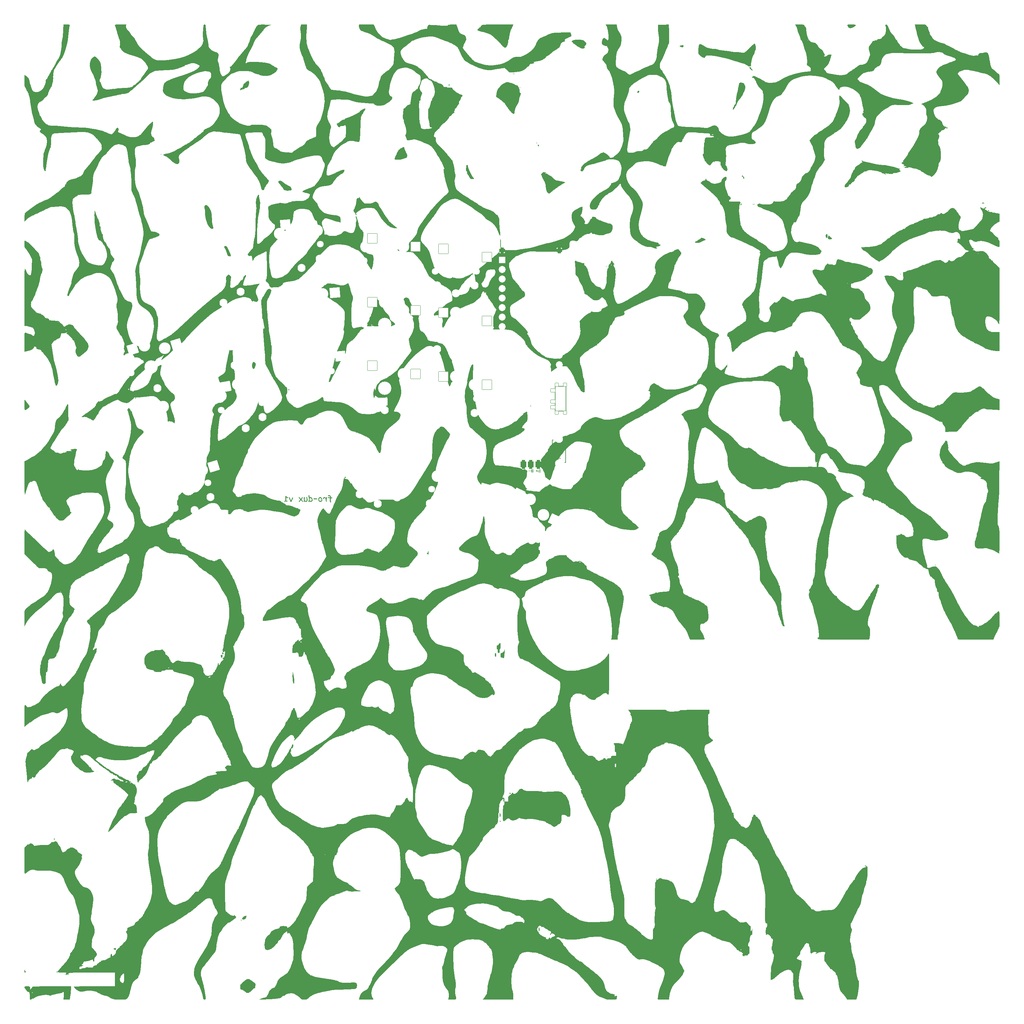
<source format=gbr>
%TF.GenerationSoftware,KiCad,Pcbnew,8.0.5-1.fc40*%
%TF.CreationDate,2024-10-20T23:35:03+02:00*%
%TF.ProjectId,fro_dux-v1,66726f5f-6475-4782-9d76-312e6b696361,v1.0.0*%
%TF.SameCoordinates,Original*%
%TF.FileFunction,Legend,Bot*%
%TF.FilePolarity,Positive*%
%FSLAX46Y46*%
G04 Gerber Fmt 4.6, Leading zero omitted, Abs format (unit mm)*
G04 Created by KiCad (PCBNEW 8.0.5-1.fc40) date 2024-10-20 23:35:03*
%MOMM*%
%LPD*%
G01*
G04 APERTURE LIST*
G04 Aperture macros list*
%AMRoundRect*
0 Rectangle with rounded corners*
0 $1 Rounding radius*
0 $2 $3 $4 $5 $6 $7 $8 $9 X,Y pos of 4 corners*
0 Add a 4 corners polygon primitive as box body*
4,1,4,$2,$3,$4,$5,$6,$7,$8,$9,$2,$3,0*
0 Add four circle primitives for the rounded corners*
1,1,$1+$1,$2,$3*
1,1,$1+$1,$4,$5*
1,1,$1+$1,$6,$7*
1,1,$1+$1,$8,$9*
0 Add four rect primitives between the rounded corners*
20,1,$1+$1,$2,$3,$4,$5,0*
20,1,$1+$1,$4,$5,$6,$7,0*
20,1,$1+$1,$6,$7,$8,$9,0*
20,1,$1+$1,$8,$9,$2,$3,0*%
G04 Aperture macros list end*
%ADD10C,0.150000*%
%ADD11C,0.000000*%
%ADD12RoundRect,0.375000X-0.375000X-0.750000X0.375000X-0.750000X0.375000X0.750000X-0.375000X0.750000X0*%
%ADD13R,1.752600X1.752600*%
%ADD14C,1.752600*%
%ADD15RoundRect,0.375000X-0.375000X-0.375000X0.375000X-0.375000X0.375000X0.375000X-0.375000X0.375000X0*%
%ADD16C,0.010000*%
%ADD17RoundRect,0.400000X-0.400000X-0.775000X0.400000X-0.775000X0.400000X0.775000X-0.400000X0.775000X0*%
%ADD18C,2.100000*%
%ADD19C,1.801800*%
%ADD20C,3.100000*%
%ADD21C,3.529000*%
%ADD22RoundRect,0.050000X-1.054507X-1.505993X1.505993X-1.054507X1.054507X1.505993X-1.505993X1.054507X0*%
%ADD23C,2.132000*%
%ADD24RoundRect,0.050000X-1.181751X-1.408356X1.408356X-1.181751X1.181751X1.408356X-1.408356X1.181751X0*%
%ADD25RoundRect,0.050000X-1.300000X-1.300000X1.300000X-1.300000X1.300000X1.300000X-1.300000X1.300000X0*%
%ADD26RoundRect,0.050000X-1.592168X-0.919239X0.919239X-1.592168X1.592168X0.919239X-0.919239X1.592168X0*%
%ADD27RoundRect,0.050000X-1.727604X-0.628796X0.628796X-1.727604X1.727604X0.628796X-0.628796X1.727604X0*%
%ADD28RoundRect,0.050000X-0.450000X0.450000X-0.450000X-0.450000X0.450000X-0.450000X0.450000X0.450000X0*%
%ADD29C,1.100000*%
%ADD30RoundRect,0.050000X-0.625000X0.450000X-0.625000X-0.450000X0.625000X-0.450000X0.625000X0.450000X0*%
%ADD31RoundRect,0.050000X-0.863113X-1.623279X1.623279X-0.863113X0.863113X1.623279X-1.623279X0.863113X0*%
%ADD32RoundRect,0.050000X-1.408356X-1.181751X1.181751X-1.408356X1.408356X1.181751X-1.181751X1.408356X0*%
%ADD33RoundRect,0.050000X-0.876300X0.876300X-0.876300X-0.876300X0.876300X-0.876300X0.876300X0.876300X0*%
%ADD34C,1.852600*%
%ADD35RoundRect,0.400000X-0.400000X-0.400000X0.400000X-0.400000X0.400000X0.400000X-0.400000X0.400000X0*%
G04 APERTURE END LIST*
D10*
G36*
X101001080Y45658780D02*
G01*
X100930365Y45682600D01*
X100891904Y45734251D01*
X100868169Y45806304D01*
X100849013Y45882854D01*
X100834610Y45963451D01*
X100825134Y46047647D01*
X100820758Y46134992D01*
X100820463Y46164729D01*
X100821269Y46243405D01*
X100822646Y46331190D01*
X100824081Y46414498D01*
X100825704Y46505190D01*
X100827418Y46599352D01*
X100829123Y46693066D01*
X100830721Y46782419D01*
X100756368Y46787869D01*
X100682941Y46794590D01*
X100596523Y46804310D01*
X100512500Y46815807D01*
X100431453Y46829052D01*
X100379360Y46838839D01*
X100312453Y46877491D01*
X100284961Y46947114D01*
X100284838Y46952412D01*
X100307977Y47023607D01*
X100371642Y47069342D01*
X100400243Y47073312D01*
X100479687Y47059363D01*
X100557314Y47045709D01*
X100641082Y47033390D01*
X100720486Y47023969D01*
X100810830Y47015743D01*
X100835117Y47013961D01*
X100835117Y47018724D01*
X100832662Y47113874D01*
X100824544Y47190125D01*
X100804713Y47261779D01*
X100754921Y47324631D01*
X100673955Y47353061D01*
X100593683Y47357978D01*
X100517783Y47354092D01*
X100442425Y47342501D01*
X100406837Y47337827D01*
X100333580Y47363405D01*
X100293456Y47428849D01*
X100291066Y47452500D01*
X100317353Y47524673D01*
X100381558Y47563874D01*
X100458336Y47578313D01*
X100532704Y47586779D01*
X100593683Y47589153D01*
X100683466Y47584560D01*
X100762834Y47570606D01*
X100853054Y47536989D01*
X100926192Y47485650D01*
X100983070Y47415969D01*
X101024507Y47327329D01*
X101045945Y47248035D01*
X101059505Y47157467D01*
X101065532Y47055366D01*
X101065927Y47018724D01*
X101065927Y47002971D01*
X101128941Y47002971D01*
X101205740Y47003912D01*
X101282540Y47006145D01*
X101317985Y47007367D01*
X101391243Y46980632D01*
X101431366Y46914662D01*
X101433756Y46891596D01*
X101408810Y46819048D01*
X101345259Y46778846D01*
X101322382Y46775825D01*
X101246232Y46773583D01*
X101172841Y46772083D01*
X101128941Y46771795D01*
X101061897Y46771795D01*
X101060283Y46682808D01*
X101058536Y46590078D01*
X101056764Y46497348D01*
X101055073Y46408361D01*
X101053571Y46326862D01*
X101052123Y46241222D01*
X101051272Y46164729D01*
X101054074Y46075489D01*
X101061462Y46001800D01*
X101074815Y45928508D01*
X101095851Y45854028D01*
X101116298Y45779562D01*
X101116485Y45774185D01*
X101089899Y45701076D01*
X101024131Y45661154D01*
X101001080Y45658780D01*
G37*
G36*
X99869747Y45830605D02*
G01*
X99800476Y45855210D01*
X99758685Y45915526D01*
X99754343Y45936484D01*
X99746787Y46016813D01*
X99740010Y46103953D01*
X99734145Y46193820D01*
X99729327Y46282330D01*
X99725689Y46365399D01*
X99723366Y46438945D01*
X99722835Y46464781D01*
X99705700Y46542086D01*
X99673542Y46615283D01*
X99629269Y46682460D01*
X99575786Y46741707D01*
X99516000Y46791114D01*
X99452819Y46828770D01*
X99373495Y46856405D01*
X99327895Y46861188D01*
X99281733Y46840305D01*
X99267104Y46764852D01*
X99259261Y46688803D01*
X99258652Y46666282D01*
X99236051Y46595755D01*
X99172459Y46553004D01*
X99143247Y46549412D01*
X99069990Y46575647D01*
X99029866Y46642326D01*
X99027476Y46666282D01*
X99031801Y46743200D01*
X99042288Y46822438D01*
X99058167Y46901921D01*
X99075836Y46964136D01*
X99115834Y47029151D01*
X99180207Y47072045D01*
X99251171Y47092275D01*
X99309210Y47096760D01*
X99392187Y47088978D01*
X99473044Y47066601D01*
X99550573Y47031079D01*
X99623568Y46983863D01*
X99690820Y46926403D01*
X99751123Y46860150D01*
X99773027Y46831512D01*
X99793050Y46904068D01*
X99817993Y46976796D01*
X99827615Y47001139D01*
X99878282Y47057565D01*
X99934960Y47073312D01*
X100004643Y47050398D01*
X100046823Y46985995D01*
X100050365Y46956442D01*
X100039740Y46905518D01*
X100013157Y46833341D01*
X99990442Y46753759D01*
X99972451Y46671888D01*
X99960039Y46592843D01*
X99953749Y46511018D01*
X99953645Y46500685D01*
X99954999Y46406097D01*
X99958568Y46312214D01*
X99963614Y46222348D01*
X99969398Y46139816D01*
X99976543Y46052013D01*
X99983085Y45977723D01*
X99985152Y45949307D01*
X99962659Y45878119D01*
X99899082Y45834318D01*
X99869747Y45830605D01*
G37*
G36*
X98316557Y47065485D02*
G01*
X98398787Y47042801D01*
X98475993Y47006461D01*
X98547205Y46957663D01*
X98611458Y46897606D01*
X98667783Y46827490D01*
X98715214Y46748513D01*
X98752783Y46661874D01*
X98779523Y46568773D01*
X98794467Y46470408D01*
X98797399Y46402500D01*
X98792360Y46305684D01*
X98777449Y46216806D01*
X98752976Y46136214D01*
X98719250Y46064252D01*
X98676581Y46001266D01*
X98625280Y45947603D01*
X98565655Y45903609D01*
X98498017Y45869628D01*
X98422674Y45846009D01*
X98339938Y45833095D01*
X98280826Y45830605D01*
X98191305Y45837113D01*
X98107438Y45856124D01*
X98029913Y45886869D01*
X97959418Y45928577D01*
X97896641Y45980478D01*
X97842271Y46041804D01*
X97796996Y46111783D01*
X97761504Y46189648D01*
X97736484Y46274626D01*
X97722623Y46365950D01*
X97719922Y46429977D01*
X97951098Y46429977D01*
X97957166Y46350397D01*
X97974848Y46278726D01*
X98012086Y46201526D01*
X98064706Y46139612D01*
X98131177Y46094609D01*
X98209962Y46068145D01*
X98280826Y46061414D01*
X98363248Y46069440D01*
X98443584Y46100582D01*
X98503728Y46155739D01*
X98538475Y46220466D01*
X98559293Y46302608D01*
X98565946Y46381085D01*
X98566223Y46402500D01*
X98559196Y46491129D01*
X98539130Y46573666D01*
X98507548Y46648346D01*
X98465977Y46713405D01*
X98415939Y46767078D01*
X98343807Y46815470D01*
X98263805Y46839868D01*
X98230267Y46842137D01*
X98152410Y46831893D01*
X98074743Y46792752D01*
X98023775Y46737998D01*
X97985875Y46663333D01*
X97965319Y46589400D01*
X97953735Y46502957D01*
X97951098Y46429977D01*
X97719922Y46429977D01*
X97725008Y46536767D01*
X97740019Y46635459D01*
X97764582Y46725527D01*
X97798322Y46806446D01*
X97840868Y46877690D01*
X97891846Y46938735D01*
X97950882Y46989054D01*
X98017604Y47028124D01*
X98091639Y47055417D01*
X98172613Y47070410D01*
X98230267Y47073312D01*
X98316557Y47065485D01*
G37*
G36*
X97336338Y46463682D02*
G01*
X97255757Y46465558D01*
X97168052Y46469472D01*
X97092610Y46473593D01*
X97011667Y46478572D01*
X96927725Y46484265D01*
X96843289Y46490530D01*
X96760860Y46497222D01*
X96682943Y46504199D01*
X96590397Y46513698D01*
X96569904Y46516072D01*
X96502642Y46545955D01*
X96465948Y46614725D01*
X96464758Y46631477D01*
X96490783Y46704586D01*
X96556831Y46744508D01*
X96580529Y46746882D01*
X96663178Y46739314D01*
X96748059Y46731465D01*
X96825204Y46724679D01*
X96910722Y46717627D01*
X97001749Y46710760D01*
X97095420Y46704532D01*
X97188868Y46699396D01*
X97279228Y46695805D01*
X97336338Y46694492D01*
X97409596Y46667906D01*
X97449720Y46602138D01*
X97452110Y46579087D01*
X97428838Y46509404D01*
X97364963Y46467224D01*
X97336338Y46463682D01*
G37*
G36*
X95293307Y47587439D02*
G01*
X95333587Y47524332D01*
X95335623Y47514049D01*
X95348584Y47431925D01*
X95359183Y47356782D01*
X95369374Y47276874D01*
X95378949Y47193450D01*
X95387696Y47107762D01*
X95395407Y47021056D01*
X95396806Y47003703D01*
X95464366Y47036447D01*
X95534350Y47059318D01*
X95611978Y47072140D01*
X95642270Y47073312D01*
X95729158Y47064934D01*
X95810868Y47040519D01*
X95886663Y47001150D01*
X95955808Y46947906D01*
X96017568Y46881871D01*
X96071208Y46804125D01*
X96115992Y46715749D01*
X96151184Y46617824D01*
X96176051Y46511433D01*
X96186528Y46436336D01*
X96191871Y46358276D01*
X96192549Y46318236D01*
X96187550Y46240089D01*
X96172918Y46166984D01*
X96139372Y46078349D01*
X96090978Y46001072D01*
X96029037Y45936523D01*
X95954849Y45886072D01*
X95869715Y45851086D01*
X95774936Y45832938D01*
X95724336Y45830605D01*
X95649035Y45835930D01*
X95576802Y45852031D01*
X95507534Y45879096D01*
X95441130Y45917313D01*
X95377489Y45966871D01*
X95356872Y45985943D01*
X95326507Y45913248D01*
X95289604Y45845677D01*
X95260152Y45807158D01*
X95194724Y45769853D01*
X95171858Y45767590D01*
X95097989Y45793466D01*
X95058753Y45859313D01*
X95056454Y45882995D01*
X95080722Y45954621D01*
X95085763Y45960664D01*
X95125550Y46028976D01*
X95150199Y46104142D01*
X95159402Y46148243D01*
X95167367Y46216386D01*
X95400836Y46216386D01*
X95457648Y46162018D01*
X95525050Y46114638D01*
X95594930Y46083358D01*
X95668624Y46066935D01*
X95724336Y46063613D01*
X95799982Y46073642D01*
X95872221Y46109333D01*
X95924781Y46168602D01*
X95955106Y46249080D01*
X95961740Y46318236D01*
X95958115Y46401256D01*
X95947578Y46479229D01*
X95930637Y46551474D01*
X95898963Y46637712D01*
X95858006Y46710942D01*
X95808969Y46769548D01*
X95738142Y46819783D01*
X95658916Y46841495D01*
X95642270Y46842137D01*
X95569298Y46834467D01*
X95495467Y46812978D01*
X95426144Y46779950D01*
X95413292Y46772161D01*
X95415993Y46695560D01*
X95417633Y46617495D01*
X95417689Y46602534D01*
X95416567Y46526329D01*
X95414082Y46452025D01*
X95410541Y46374320D01*
X95406278Y46297851D01*
X95400836Y46216386D01*
X95167367Y46216386D01*
X95168120Y46222832D01*
X95174841Y46311889D01*
X95179849Y46396686D01*
X95183771Y46482607D01*
X95186097Y46561686D01*
X95186513Y46602534D01*
X95185620Y46680040D01*
X95183097Y46757699D01*
X95179176Y46834856D01*
X95174091Y46910859D01*
X95168074Y46985051D01*
X95157811Y47091516D01*
X95146762Y47190228D01*
X95135714Y47278982D01*
X95125451Y47355568D01*
X95114349Y47434940D01*
X95107012Y47494631D01*
X95129505Y47565712D01*
X95193082Y47608958D01*
X95222417Y47612601D01*
X95293307Y47587439D01*
G37*
G36*
X94437664Y45830605D02*
G01*
X94356045Y45839260D01*
X94279855Y45861034D01*
X94210747Y45890246D01*
X94137915Y45929195D01*
X94074231Y45969091D01*
X94038381Y45901105D01*
X94000958Y45847091D01*
X93939123Y45805206D01*
X93908268Y45800929D01*
X93835160Y45827818D01*
X93795237Y45894861D01*
X93792863Y45918532D01*
X93816780Y45988196D01*
X93818142Y45989973D01*
X93860675Y46053999D01*
X93886939Y46124620D01*
X93887385Y46127726D01*
X93891953Y46202258D01*
X93893343Y46277415D01*
X93893613Y46350109D01*
X93893152Y46433869D01*
X93891889Y46515893D01*
X93890011Y46594852D01*
X93887701Y46669417D01*
X93884271Y46759705D01*
X93880841Y46836665D01*
X93876653Y46920226D01*
X93874929Y46956076D01*
X93898068Y47026735D01*
X93961733Y47069696D01*
X93990334Y47073312D01*
X94061937Y47048160D01*
X94102748Y46984851D01*
X94105738Y46962304D01*
X94110238Y46885327D01*
X94114125Y46805426D01*
X94117401Y46724108D01*
X94120072Y46642880D01*
X94122142Y46563250D01*
X94123616Y46486723D01*
X94124625Y46397726D01*
X94124789Y46349010D01*
X94124673Y46272664D01*
X94123469Y46199279D01*
X94122591Y46178651D01*
X94193590Y46138785D01*
X94268501Y46103276D01*
X94345076Y46076723D01*
X94421753Y46064039D01*
X94437664Y46063613D01*
X94516162Y46072311D01*
X94580730Y46118384D01*
X94607452Y46191780D01*
X94616291Y46269428D01*
X94618282Y46349010D01*
X94616591Y46435029D01*
X94611520Y46523807D01*
X94605028Y46596866D01*
X94596373Y46671777D01*
X94585554Y46748580D01*
X94572571Y46827313D01*
X94557424Y46908014D01*
X94549039Y46949115D01*
X94544643Y46978790D01*
X94567914Y47049084D01*
X94631789Y47093004D01*
X94660414Y47096760D01*
X94731385Y47071825D01*
X94773391Y47010303D01*
X94775819Y47000406D01*
X94792867Y46912372D01*
X94807727Y46826309D01*
X94820370Y46742194D01*
X94830773Y46660008D01*
X94838909Y46579728D01*
X94844752Y46501332D01*
X94848277Y46424800D01*
X94849458Y46350109D01*
X94846107Y46255096D01*
X94835943Y46170067D01*
X94818801Y46094883D01*
X94784799Y46009710D01*
X94737698Y45941461D01*
X94677103Y45889804D01*
X94602619Y45854409D01*
X94513852Y45834946D01*
X94437664Y45830605D01*
G37*
G36*
X93522853Y45830605D02*
G01*
X93450600Y45855677D01*
X93423934Y45885926D01*
X93375266Y45957977D01*
X93327980Y46021195D01*
X93275740Y46085823D01*
X93219636Y46150478D01*
X93160758Y46213777D01*
X93100197Y46274335D01*
X93087978Y46285996D01*
X93035195Y46221975D01*
X92975539Y46152397D01*
X92925063Y46095021D01*
X92873956Y46038009D01*
X92823893Y45983106D01*
X92765331Y45920096D01*
X92714287Y45866509D01*
X92647521Y45831909D01*
X92630023Y45830605D01*
X92557067Y45857401D01*
X92517008Y45923800D01*
X92514618Y45947109D01*
X92539318Y46018422D01*
X92550522Y46032105D01*
X92605465Y46088977D01*
X92665833Y46153573D01*
X92715910Y46208502D01*
X92765817Y46264414D01*
X92825496Y46333004D01*
X92879220Y46396942D01*
X92915787Y46442433D01*
X92856450Y46501869D01*
X92797474Y46564564D01*
X92740181Y46628968D01*
X92685894Y46693530D01*
X92635934Y46756701D01*
X92591623Y46816932D01*
X92546196Y46885723D01*
X92525243Y46922370D01*
X92510588Y46979890D01*
X92533081Y47050259D01*
X92596659Y47093144D01*
X92625993Y47096760D01*
X92697620Y47071937D01*
X92731140Y47030814D01*
X92776708Y46956803D01*
X92821048Y46895864D01*
X92872962Y46830773D01*
X92930463Y46763802D01*
X92991562Y46697223D01*
X93054273Y46633309D01*
X93108290Y46703225D01*
X93162090Y46769274D01*
X93216102Y46831775D01*
X93270753Y46891045D01*
X93326471Y46947404D01*
X93383683Y47001170D01*
X93407082Y47022021D01*
X93477447Y47049742D01*
X93482919Y47049865D01*
X93552602Y47027059D01*
X93594782Y46962670D01*
X93598324Y46932995D01*
X93573412Y46861545D01*
X93558390Y46846167D01*
X93503395Y46796535D01*
X93450327Y46744756D01*
X93398591Y46690182D01*
X93347591Y46632169D01*
X93296732Y46570070D01*
X93245418Y46503241D01*
X93224632Y46475040D01*
X93280697Y46420191D01*
X93336488Y46362818D01*
X93391145Y46303761D01*
X93443810Y46243864D01*
X93493624Y46183966D01*
X93539728Y46124910D01*
X93590835Y46053555D01*
X93617375Y46012688D01*
X93638258Y45947109D01*
X93611672Y45873401D01*
X93545904Y45833011D01*
X93522853Y45830605D01*
G37*
G36*
X90424510Y45787740D02*
G01*
X90351402Y45813765D01*
X90311480Y45879814D01*
X90309105Y45903511D01*
X90310937Y45928424D01*
X90269761Y46010216D01*
X90227976Y46098600D01*
X90186091Y46192093D01*
X90144618Y46289212D01*
X90104067Y46388473D01*
X90064950Y46488392D01*
X90027777Y46587487D01*
X89993059Y46684274D01*
X89961306Y46777269D01*
X89933030Y46864989D01*
X89916363Y46919806D01*
X89911967Y46957541D01*
X89937961Y47030799D01*
X90003794Y47070923D01*
X90027371Y47073312D01*
X90097347Y47048491D01*
X90138746Y46989049D01*
X90160575Y46918240D01*
X90184474Y46844375D01*
X90210195Y46768183D01*
X90237490Y46690394D01*
X90266112Y46611738D01*
X90295810Y46532945D01*
X90326339Y46454745D01*
X90357448Y46377867D01*
X90388891Y46303043D01*
X90420419Y46231001D01*
X90441363Y46184879D01*
X90476474Y46254188D01*
X90511938Y46326212D01*
X90547429Y46400189D01*
X90582624Y46475355D01*
X90617198Y46550949D01*
X90650828Y46626208D01*
X90683188Y46700369D01*
X90713955Y46772671D01*
X90742805Y46842349D01*
X90777727Y46929856D01*
X90785745Y46950580D01*
X90834963Y47009890D01*
X90894922Y47026418D01*
X90968943Y47000393D01*
X91008043Y46934345D01*
X91010327Y46910647D01*
X91001900Y46866683D01*
X90966973Y46778280D01*
X90927663Y46683224D01*
X90884803Y46583268D01*
X90854669Y46514772D01*
X90823574Y46445395D01*
X90791765Y46375656D01*
X90759490Y46306074D01*
X90726994Y46237168D01*
X90694525Y46169457D01*
X90662330Y46103460D01*
X90615091Y46008813D01*
X90569856Y45920941D01*
X90527458Y45841596D01*
X90468711Y45795809D01*
X90424510Y45787740D01*
G37*
G36*
X88745096Y45849656D02*
G01*
X88671075Y45875650D01*
X88631976Y45941484D01*
X88629692Y45965061D01*
X88654468Y46036989D01*
X88717779Y46076617D01*
X88728244Y46078633D01*
X88806184Y46090051D01*
X88883951Y46097950D01*
X88958997Y46103041D01*
X88976272Y46103913D01*
X88976272Y46188176D01*
X88975799Y46272595D01*
X88974462Y46360466D01*
X88972384Y46450598D01*
X88969689Y46541798D01*
X88966500Y46632873D01*
X88962941Y46722632D01*
X88959136Y46809881D01*
X88955206Y46893428D01*
X88951277Y46972080D01*
X88945653Y47078274D01*
X88940723Y47166747D01*
X88935951Y47250191D01*
X88934140Y47285437D01*
X88956741Y47355385D01*
X89020333Y47397985D01*
X89049545Y47401575D01*
X89122232Y47375693D01*
X89160920Y47319143D01*
X89203598Y47255658D01*
X89260006Y47206050D01*
X89334726Y47155523D01*
X89405739Y47116001D01*
X89485131Y47078566D01*
X89571415Y47044408D01*
X89639758Y47021655D01*
X89702569Y46976086D01*
X89723655Y46909914D01*
X89701163Y46839809D01*
X89637585Y46797344D01*
X89608251Y46793777D01*
X89572713Y46800005D01*
X89501823Y46823281D01*
X89420309Y46854720D01*
X89343917Y46889368D01*
X89273966Y46926574D01*
X89211775Y46965685D01*
X89184001Y46985751D01*
X89187533Y46909515D01*
X89190892Y46832854D01*
X89194040Y46756020D01*
X89196939Y46679266D01*
X89199550Y46602842D01*
X89201835Y46527001D01*
X89203758Y46451994D01*
X89205278Y46378073D01*
X89206616Y46281637D01*
X89207082Y46188176D01*
X89207082Y46103913D01*
X89288612Y46100670D01*
X89364812Y46095009D01*
X89440551Y46086537D01*
X89467567Y46082663D01*
X89533894Y46048543D01*
X89565612Y45980296D01*
X89566119Y45969457D01*
X89540243Y45895436D01*
X89474396Y45856336D01*
X89450714Y45854052D01*
X89376838Y45864502D01*
X89300310Y45871604D01*
X89226000Y45875524D01*
X89133417Y45877438D01*
X89112560Y45877500D01*
X89025874Y45875567D01*
X88937965Y45871013D01*
X88858566Y45863863D01*
X88782214Y45853646D01*
X88745096Y45849656D01*
G37*
G36*
X156887304Y54483674D02*
G01*
X156929082Y54480991D01*
X156970909Y54477637D01*
X156980856Y54476806D01*
X157016729Y54460869D01*
X157036299Y54424191D01*
X157036934Y54415257D01*
X157036447Y54361594D01*
X157035888Y54320804D01*
X157035163Y54272778D01*
X157034305Y54219069D01*
X157033348Y54161229D01*
X157032324Y54100811D01*
X157031267Y54039367D01*
X157030211Y53978450D01*
X157029187Y53919612D01*
X157028230Y53864406D01*
X157027372Y53814383D01*
X157026647Y53771097D01*
X157025881Y53722195D01*
X157025601Y53697183D01*
X157013605Y53659596D01*
X156979697Y53636428D01*
X156964052Y53634462D01*
X156926697Y53647305D01*
X156912663Y53662403D01*
X156860316Y53664698D01*
X156810479Y53668664D01*
X156763272Y53674320D01*
X156718814Y53681683D01*
X156677225Y53690771D01*
X156638625Y53701603D01*
X156586591Y53721159D01*
X156541954Y53744738D01*
X156505118Y53772403D01*
X156476488Y53804213D01*
X156456467Y53840230D01*
X156445459Y53880515D01*
X156443326Y53909772D01*
X156566424Y53909772D01*
X156583782Y53869684D01*
X156616718Y53844314D01*
X156654816Y53826534D01*
X156702943Y53811392D01*
X156745390Y53801989D01*
X156793102Y53794436D01*
X156845917Y53788888D01*
X156903675Y53785501D01*
X156906997Y54011377D01*
X156852000Y54008066D01*
X156800688Y54002793D01*
X156753437Y53995793D01*
X156710623Y53987300D01*
X156672624Y53977547D01*
X156630100Y53962988D01*
X156591282Y53943069D01*
X156566424Y53909772D01*
X156443326Y53909772D01*
X156448774Y53950794D01*
X156464738Y53987516D01*
X156490645Y54020008D01*
X156525923Y54048340D01*
X156562068Y54068823D01*
X156586550Y54079765D01*
X156552436Y54107208D01*
X156525503Y54139636D01*
X156506536Y54177207D01*
X156496321Y54220081D01*
X156494715Y54247023D01*
X156618009Y54247023D01*
X156627038Y54206565D01*
X156653552Y54173163D01*
X156689545Y54151033D01*
X156728480Y54137736D01*
X156775209Y54129568D01*
X156796013Y54127832D01*
X156837304Y54131147D01*
X156876431Y54133408D01*
X156909146Y54134671D01*
X156912663Y54358202D01*
X156871830Y54360956D01*
X156845448Y54361524D01*
X156803312Y54360491D01*
X156754244Y54355920D01*
X156713095Y54347736D01*
X156672450Y54332483D01*
X156638921Y54306913D01*
X156619853Y54267229D01*
X156618009Y54247023D01*
X156494715Y54247023D01*
X156498165Y54289414D01*
X156508362Y54327666D01*
X156532062Y54372220D01*
X156566812Y54409388D01*
X156599801Y54432408D01*
X156638475Y54451257D01*
X156682604Y54465930D01*
X156731961Y54476418D01*
X156786318Y54482717D01*
X156845448Y54484817D01*
X156887304Y54483674D01*
G37*
G36*
X156070709Y53764594D02*
G01*
X156031231Y53778458D01*
X156010378Y53813569D01*
X156009160Y53826143D01*
X156009910Y53866962D01*
X156010137Y53893359D01*
X156009875Y53935192D01*
X156009183Y53977934D01*
X156008205Y54020547D01*
X156007988Y54028963D01*
X155966454Y54031249D01*
X155924408Y54033041D01*
X155882142Y54034211D01*
X155839949Y54034629D01*
X155800471Y54048430D01*
X155779618Y54083548D01*
X155778399Y54096178D01*
X155792200Y54135575D01*
X155827318Y54156501D01*
X155839949Y54157727D01*
X155881650Y54157235D01*
X155921652Y54156025D01*
X155963900Y54154165D01*
X156002321Y54152061D01*
X155999765Y54198344D01*
X155997314Y54239778D01*
X155994701Y54281632D01*
X155992155Y54321129D01*
X155991184Y54338076D01*
X156004984Y54377554D01*
X156040103Y54398407D01*
X156052733Y54399626D01*
X156090543Y54386517D01*
X156112351Y54353998D01*
X156114282Y54342570D01*
X156117219Y54300668D01*
X156120082Y54257567D01*
X156122798Y54213699D01*
X156125294Y54169493D01*
X156126592Y54144245D01*
X156170818Y54140093D01*
X156213982Y54135794D01*
X156255461Y54131276D01*
X156294631Y54126464D01*
X156330028Y54109645D01*
X156348931Y54073405D01*
X156349537Y54064720D01*
X156335736Y54025323D01*
X156300618Y54004397D01*
X156287988Y54003171D01*
X156244900Y54007518D01*
X156204928Y54011713D01*
X156162688Y54015886D01*
X156131086Y54018802D01*
X156132149Y53977555D01*
X156132998Y53937996D01*
X156133427Y53896944D01*
X156133431Y53893359D01*
X156133222Y53853309D01*
X156132258Y53825166D01*
X156117592Y53786573D01*
X156082955Y53765818D01*
X156070709Y53764594D01*
G37*
G36*
X152887304Y54483674D02*
G01*
X152929082Y54480991D01*
X152970909Y54477637D01*
X152980856Y54476806D01*
X153016729Y54460869D01*
X153036299Y54424191D01*
X153036934Y54415257D01*
X153036447Y54361594D01*
X153035888Y54320804D01*
X153035163Y54272778D01*
X153034305Y54219069D01*
X153033348Y54161229D01*
X153032324Y54100811D01*
X153031267Y54039367D01*
X153030211Y53978450D01*
X153029187Y53919612D01*
X153028230Y53864406D01*
X153027372Y53814383D01*
X153026647Y53771097D01*
X153025881Y53722195D01*
X153025601Y53697183D01*
X153013605Y53659596D01*
X152979697Y53636428D01*
X152964052Y53634462D01*
X152926697Y53647305D01*
X152912663Y53662403D01*
X152860316Y53664698D01*
X152810479Y53668664D01*
X152763272Y53674320D01*
X152718814Y53681683D01*
X152677225Y53690771D01*
X152638625Y53701603D01*
X152586591Y53721159D01*
X152541954Y53744738D01*
X152505118Y53772403D01*
X152476488Y53804213D01*
X152456467Y53840230D01*
X152445459Y53880515D01*
X152443326Y53909772D01*
X152566424Y53909772D01*
X152583782Y53869684D01*
X152616718Y53844314D01*
X152654816Y53826534D01*
X152702943Y53811392D01*
X152745390Y53801989D01*
X152793102Y53794436D01*
X152845917Y53788888D01*
X152903675Y53785501D01*
X152906997Y54011377D01*
X152852000Y54008066D01*
X152800688Y54002793D01*
X152753437Y53995793D01*
X152710623Y53987300D01*
X152672624Y53977547D01*
X152630100Y53962988D01*
X152591282Y53943069D01*
X152566424Y53909772D01*
X152443326Y53909772D01*
X152448774Y53950794D01*
X152464738Y53987516D01*
X152490645Y54020008D01*
X152525923Y54048340D01*
X152562068Y54068823D01*
X152586550Y54079765D01*
X152552436Y54107208D01*
X152525503Y54139636D01*
X152506536Y54177207D01*
X152496321Y54220081D01*
X152494715Y54247023D01*
X152618009Y54247023D01*
X152627038Y54206565D01*
X152653552Y54173163D01*
X152689545Y54151033D01*
X152728480Y54137736D01*
X152775209Y54129568D01*
X152796013Y54127832D01*
X152837304Y54131147D01*
X152876431Y54133408D01*
X152909146Y54134671D01*
X152912663Y54358202D01*
X152871830Y54360956D01*
X152845448Y54361524D01*
X152803312Y54360491D01*
X152754244Y54355920D01*
X152713095Y54347736D01*
X152672450Y54332483D01*
X152638921Y54306913D01*
X152619853Y54267229D01*
X152618009Y54247023D01*
X152494715Y54247023D01*
X152498165Y54289414D01*
X152508362Y54327666D01*
X152532062Y54372220D01*
X152566812Y54409388D01*
X152599801Y54432408D01*
X152638475Y54451257D01*
X152682604Y54465930D01*
X152731961Y54476418D01*
X152786318Y54482717D01*
X152845448Y54484817D01*
X152887304Y54483674D01*
G37*
G36*
X152070709Y53764594D02*
G01*
X152031231Y53778458D01*
X152010378Y53813569D01*
X152009160Y53826143D01*
X152009910Y53866962D01*
X152010137Y53893359D01*
X152009875Y53935192D01*
X152009183Y53977934D01*
X152008205Y54020547D01*
X152007988Y54028963D01*
X151966454Y54031249D01*
X151924408Y54033041D01*
X151882142Y54034211D01*
X151839949Y54034629D01*
X151800471Y54048430D01*
X151779618Y54083548D01*
X151778399Y54096178D01*
X151792200Y54135575D01*
X151827318Y54156501D01*
X151839949Y54157727D01*
X151881650Y54157235D01*
X151921652Y54156025D01*
X151963900Y54154165D01*
X152002321Y54152061D01*
X151999765Y54198344D01*
X151997314Y54239778D01*
X151994701Y54281632D01*
X151992155Y54321129D01*
X151991184Y54338076D01*
X152004984Y54377554D01*
X152040103Y54398407D01*
X152052733Y54399626D01*
X152090543Y54386517D01*
X152112351Y54353998D01*
X152114282Y54342570D01*
X152117219Y54300668D01*
X152120082Y54257567D01*
X152122798Y54213699D01*
X152125294Y54169493D01*
X152126592Y54144245D01*
X152170818Y54140093D01*
X152213982Y54135794D01*
X152255461Y54131276D01*
X152294631Y54126464D01*
X152330028Y54109645D01*
X152348931Y54073405D01*
X152349537Y54064720D01*
X152335736Y54025323D01*
X152300618Y54004397D01*
X152287988Y54003171D01*
X152244900Y54007518D01*
X152204928Y54011713D01*
X152162688Y54015886D01*
X152131086Y54018802D01*
X152132149Y53977555D01*
X152132998Y53937996D01*
X152133427Y53896944D01*
X152133431Y53893359D01*
X152133222Y53853309D01*
X152132258Y53825166D01*
X152117592Y53786573D01*
X152082955Y53765818D01*
X152070709Y53764594D01*
G37*
G36*
X154887304Y54483674D02*
G01*
X154929082Y54480991D01*
X154970909Y54477637D01*
X154980856Y54476806D01*
X155016729Y54460869D01*
X155036299Y54424191D01*
X155036934Y54415257D01*
X155036447Y54361594D01*
X155035888Y54320804D01*
X155035163Y54272778D01*
X155034305Y54219069D01*
X155033348Y54161229D01*
X155032324Y54100811D01*
X155031267Y54039367D01*
X155030211Y53978450D01*
X155029187Y53919612D01*
X155028230Y53864406D01*
X155027372Y53814383D01*
X155026647Y53771097D01*
X155025881Y53722195D01*
X155025601Y53697183D01*
X155013605Y53659596D01*
X154979697Y53636428D01*
X154964052Y53634462D01*
X154926697Y53647305D01*
X154912663Y53662403D01*
X154860316Y53664698D01*
X154810479Y53668664D01*
X154763272Y53674320D01*
X154718814Y53681683D01*
X154677225Y53690771D01*
X154638625Y53701603D01*
X154586591Y53721159D01*
X154541954Y53744738D01*
X154505118Y53772403D01*
X154476488Y53804213D01*
X154456467Y53840230D01*
X154445459Y53880515D01*
X154443326Y53909772D01*
X154566424Y53909772D01*
X154583782Y53869684D01*
X154616718Y53844314D01*
X154654816Y53826534D01*
X154702943Y53811392D01*
X154745390Y53801989D01*
X154793102Y53794436D01*
X154845917Y53788888D01*
X154903675Y53785501D01*
X154906997Y54011377D01*
X154852000Y54008066D01*
X154800688Y54002793D01*
X154753437Y53995793D01*
X154710623Y53987300D01*
X154672624Y53977547D01*
X154630100Y53962988D01*
X154591282Y53943069D01*
X154566424Y53909772D01*
X154443326Y53909772D01*
X154448774Y53950794D01*
X154464738Y53987516D01*
X154490645Y54020008D01*
X154525923Y54048340D01*
X154562068Y54068823D01*
X154586550Y54079765D01*
X154552436Y54107208D01*
X154525503Y54139636D01*
X154506536Y54177207D01*
X154496321Y54220081D01*
X154494715Y54247023D01*
X154618009Y54247023D01*
X154627038Y54206565D01*
X154653552Y54173163D01*
X154689545Y54151033D01*
X154728480Y54137736D01*
X154775209Y54129568D01*
X154796013Y54127832D01*
X154837304Y54131147D01*
X154876431Y54133408D01*
X154909146Y54134671D01*
X154912663Y54358202D01*
X154871830Y54360956D01*
X154845448Y54361524D01*
X154803312Y54360491D01*
X154754244Y54355920D01*
X154713095Y54347736D01*
X154672450Y54332483D01*
X154638921Y54306913D01*
X154619853Y54267229D01*
X154618009Y54247023D01*
X154494715Y54247023D01*
X154498165Y54289414D01*
X154508362Y54327666D01*
X154532062Y54372220D01*
X154566812Y54409388D01*
X154599801Y54432408D01*
X154638475Y54451257D01*
X154682604Y54465930D01*
X154731961Y54476418D01*
X154786318Y54482717D01*
X154845448Y54484817D01*
X154887304Y54483674D01*
G37*
G36*
X154265517Y53997113D02*
G01*
X154222541Y53998113D01*
X154175765Y54000201D01*
X154135529Y54002399D01*
X154092359Y54005055D01*
X154047590Y54008091D01*
X154002558Y54011432D01*
X153958596Y54015001D01*
X153917040Y54018722D01*
X153867682Y54023788D01*
X153856752Y54025055D01*
X153820879Y54040992D01*
X153801309Y54077670D01*
X153800674Y54086604D01*
X153814554Y54125595D01*
X153849780Y54146887D01*
X153862419Y54148153D01*
X153906499Y54144117D01*
X153951768Y54139931D01*
X153992912Y54136312D01*
X154038522Y54132550D01*
X154087070Y54128888D01*
X154137027Y54125567D01*
X154186866Y54122828D01*
X154235059Y54120912D01*
X154265517Y54120212D01*
X154304588Y54106033D01*
X154325987Y54070956D01*
X154327262Y54058663D01*
X154314851Y54021498D01*
X154280784Y53999002D01*
X154265517Y53997113D01*
G37*
G36*
X162272389Y61286254D02*
G01*
X162282856Y61285574D01*
X162330094Y61267850D01*
X162355822Y61224005D01*
X162357350Y61208638D01*
X162339979Y61159899D01*
X162295804Y61133284D01*
X162279925Y61131701D01*
X162230160Y61133164D01*
X162222283Y61133167D01*
X162173349Y61132737D01*
X162123591Y61131617D01*
X162069566Y61129801D01*
X162044474Y61128770D01*
X162070564Y61081402D01*
X162097884Y61033955D01*
X162126259Y60986636D01*
X162155517Y60939649D01*
X162185484Y60893200D01*
X162215984Y60847494D01*
X162246846Y60802736D01*
X162277894Y60759132D01*
X162308956Y60716886D01*
X162339856Y60676205D01*
X162360280Y60650054D01*
X162377113Y60604139D01*
X162377133Y60602427D01*
X162359763Y60553688D01*
X162315587Y60527073D01*
X162299708Y60525490D01*
X162253220Y60541010D01*
X162237671Y60556265D01*
X162206771Y60595091D01*
X162175576Y60635739D01*
X162144295Y60677951D01*
X162113137Y60721465D01*
X162082312Y60766020D01*
X162052027Y60811358D01*
X162022492Y60857216D01*
X161993916Y60903334D01*
X161979649Y60845001D01*
X161962266Y60792051D01*
X161941765Y60744562D01*
X161909582Y60689873D01*
X161871858Y60645213D01*
X161828593Y60610765D01*
X161779786Y60586713D01*
X161725438Y60573239D01*
X161681041Y60570187D01*
X161624380Y60575449D01*
X161572549Y60591162D01*
X161525547Y60617214D01*
X161483376Y60653495D01*
X161446035Y60699892D01*
X161413524Y60756296D01*
X161385842Y60822595D01*
X161370072Y60872237D01*
X161356447Y60926194D01*
X161344970Y60984434D01*
X161335639Y61046923D01*
X161331349Y61086760D01*
X161487845Y61086760D01*
X161496469Y61021892D01*
X161507195Y60963431D01*
X161519976Y60911372D01*
X161540129Y60851909D01*
X161563734Y60803803D01*
X161597920Y60759618D01*
X161645511Y60729951D01*
X161681041Y60724304D01*
X161736422Y60737455D01*
X161776137Y60768973D01*
X161809513Y60819803D01*
X161831341Y60874761D01*
X161844716Y60924514D01*
X161855413Y60981721D01*
X161863332Y61046508D01*
X161868375Y61119001D01*
X161818936Y61115271D01*
X161769247Y61111421D01*
X161719702Y61107469D01*
X161670691Y61103430D01*
X161610779Y61098287D01*
X161553081Y61093071D01*
X161498363Y61087814D01*
X161487845Y61086760D01*
X161331349Y61086760D01*
X161328455Y61113630D01*
X161325668Y61148554D01*
X161338299Y61195911D01*
X161377033Y61226579D01*
X161396254Y61231108D01*
X161451233Y61237250D01*
X161507081Y61243118D01*
X161563516Y61248695D01*
X161620255Y61253964D01*
X161677018Y61258908D01*
X161733521Y61263510D01*
X161789483Y61267753D01*
X161844623Y61271622D01*
X161898657Y61275098D01*
X161951305Y61278165D01*
X162002285Y61280807D01*
X162051313Y61283006D01*
X162120582Y61285438D01*
X162183876Y61286779D01*
X162222283Y61287040D01*
X162272389Y61286254D01*
G37*
G36*
X162341718Y59746111D02*
G01*
X162323871Y59697372D01*
X162279167Y59670758D01*
X162263316Y59669175D01*
X162214679Y59686899D01*
X162187972Y59730744D01*
X162186380Y59746111D01*
X162185996Y59798684D01*
X162184865Y59854685D01*
X162183018Y59912667D01*
X162180487Y59971181D01*
X162177304Y60028780D01*
X162173500Y60084014D01*
X162169106Y60135436D01*
X162164153Y60181596D01*
X162154129Y60229716D01*
X162106053Y60250202D01*
X162101872Y60250229D01*
X162047651Y60248078D01*
X161995476Y60244659D01*
X161943044Y60240725D01*
X161903302Y60237528D01*
X161902900Y60182916D01*
X161901684Y60126833D01*
X161899644Y60070165D01*
X161896769Y60013802D01*
X161893046Y59958629D01*
X161888464Y59905533D01*
X161883013Y59855403D01*
X161876680Y59809126D01*
X161854489Y59764244D01*
X161808249Y59742314D01*
X161800964Y59741959D01*
X161754261Y59757385D01*
X161725491Y59799829D01*
X161723051Y59818896D01*
X161724516Y59831596D01*
X161731404Y59880912D01*
X161736797Y59929500D01*
X161741708Y59989884D01*
X161744909Y60050682D01*
X161746470Y60100197D01*
X161747336Y60150968D01*
X161747684Y60203437D01*
X161747719Y60230445D01*
X161699604Y60229224D01*
X161648242Y60229404D01*
X161595489Y60230079D01*
X161543395Y60231491D01*
X161503232Y60233376D01*
X161495627Y60181329D01*
X161489373Y60127975D01*
X161484589Y60073757D01*
X161481388Y60019122D01*
X161479887Y59964511D01*
X161479785Y59946391D01*
X161480596Y59896826D01*
X161482959Y59845119D01*
X161486538Y59793326D01*
X161488578Y59762964D01*
X161471128Y59714126D01*
X161426962Y59687377D01*
X161411153Y59685783D01*
X161364364Y59701716D01*
X161337051Y59742561D01*
X161334216Y59757347D01*
X161330119Y59808988D01*
X161327330Y59862129D01*
X161325882Y59916182D01*
X161325668Y59946391D01*
X161326293Y59997153D01*
X161328165Y60048263D01*
X161331278Y60099424D01*
X161335626Y60150341D01*
X161341204Y60200716D01*
X161348007Y60250254D01*
X161351069Y60269768D01*
X161326308Y60313370D01*
X161325668Y60323013D01*
X161341737Y60369363D01*
X161385933Y60397573D01*
X161405779Y60399950D01*
X161457576Y60392312D01*
X161509490Y60387702D01*
X161562171Y60385163D01*
X161613401Y60383821D01*
X161676145Y60383145D01*
X161699848Y60383097D01*
X161760420Y60384562D01*
X161800952Y60414493D01*
X161824900Y60418024D01*
X161871921Y60402671D01*
X161883763Y60391401D01*
X161939727Y60395209D01*
X161992976Y60398900D01*
X162047654Y60402287D01*
X162097322Y60404081D01*
X162101872Y60404102D01*
X162158392Y60398904D01*
X162206562Y60383416D01*
X162253272Y60351467D01*
X162287797Y60305196D01*
X162307198Y60255891D01*
X162318026Y60196984D01*
X162324227Y60136854D01*
X162328663Y60082857D01*
X162332561Y60025200D01*
X162335857Y59965340D01*
X162338483Y59904734D01*
X162340374Y59844838D01*
X162341465Y59787109D01*
X162341718Y59746111D01*
G37*
G36*
X162341718Y59213174D02*
G01*
X162337929Y59150999D01*
X162326884Y59092469D01*
X162309068Y59038123D01*
X162284969Y58988499D01*
X162255070Y58944139D01*
X162219857Y58905582D01*
X162179816Y58873367D01*
X162135432Y58848034D01*
X162087190Y58830124D01*
X162035577Y58820175D01*
X161999534Y58818233D01*
X161937653Y58824518D01*
X161884728Y58843283D01*
X161840350Y58874390D01*
X161804109Y58917701D01*
X161775596Y58973079D01*
X161759037Y59022449D01*
X161746421Y59078472D01*
X161737577Y59141089D01*
X161732332Y59210243D01*
X161728531Y59264463D01*
X161718812Y59317709D01*
X161691037Y59359267D01*
X161654663Y59367047D01*
X161603416Y59359214D01*
X161554880Y59330973D01*
X161523972Y59291266D01*
X161503904Y59238056D01*
X161496124Y59183949D01*
X161495417Y59159929D01*
X161497264Y59104915D01*
X161503705Y59050980D01*
X161516910Y58997354D01*
X161534436Y58948896D01*
X161538403Y58926188D01*
X161523496Y58879645D01*
X161481251Y58851385D01*
X161461711Y58849007D01*
X161413731Y58866468D01*
X161390392Y58898100D01*
X161370970Y58950460D01*
X161356528Y59005047D01*
X161348010Y59054072D01*
X161342962Y59105571D01*
X161341299Y59159929D01*
X161344604Y59218674D01*
X161354290Y59273350D01*
X161370017Y59323584D01*
X161391441Y59369001D01*
X161428280Y59421421D01*
X161473832Y59463732D01*
X161527286Y59495049D01*
X161587833Y59514488D01*
X161637411Y59520740D01*
X161654663Y59521164D01*
X161708306Y59516323D01*
X161764525Y59496741D01*
X161809262Y59462271D01*
X161843116Y59413070D01*
X161862765Y59363207D01*
X161876138Y59304096D01*
X161882234Y59253743D01*
X161884495Y59217326D01*
X161887909Y59166983D01*
X161894598Y59110490D01*
X161906576Y59055557D01*
X161926586Y59010062D01*
X161969034Y58976575D01*
X161999534Y58972350D01*
X162056456Y58982331D01*
X162105914Y59010874D01*
X162139797Y59047329D01*
X162165618Y59094005D01*
X162182070Y59149691D01*
X162187607Y59199912D01*
X162187845Y59213174D01*
X162186266Y59262421D01*
X162179861Y59314110D01*
X162165400Y59366486D01*
X162142494Y59413054D01*
X162110176Y59456684D01*
X162092426Y59502346D01*
X162092346Y59505777D01*
X162109456Y59555124D01*
X162152934Y59581190D01*
X162168550Y59582713D01*
X162215227Y59566227D01*
X162226924Y59554869D01*
X162261108Y59510147D01*
X162288939Y59463379D01*
X162310645Y59413771D01*
X162326455Y59360529D01*
X162336599Y59302860D01*
X162340789Y59253003D01*
X162341718Y59213174D01*
G37*
G36*
X162341718Y58011010D02*
G01*
X162323871Y57962271D01*
X162279167Y57935657D01*
X162263316Y57934074D01*
X162214679Y57951798D01*
X162187972Y57995643D01*
X162186380Y58011010D01*
X162185996Y58063583D01*
X162184865Y58119584D01*
X162183018Y58177566D01*
X162180487Y58236080D01*
X162177304Y58293678D01*
X162173500Y58348913D01*
X162169106Y58400334D01*
X162164153Y58446495D01*
X162154129Y58494615D01*
X162106053Y58515101D01*
X162101872Y58515128D01*
X162047651Y58512977D01*
X161995476Y58509558D01*
X161943044Y58505624D01*
X161903302Y58502427D01*
X161902900Y58447815D01*
X161901684Y58391731D01*
X161899644Y58335064D01*
X161896769Y58278700D01*
X161893046Y58223527D01*
X161888464Y58170432D01*
X161883013Y58120302D01*
X161876680Y58074025D01*
X161854489Y58029143D01*
X161808249Y58007213D01*
X161800964Y58006858D01*
X161754261Y58022284D01*
X161725491Y58064728D01*
X161723051Y58083795D01*
X161724516Y58096495D01*
X161731404Y58145810D01*
X161736797Y58194398D01*
X161741708Y58254783D01*
X161744909Y58315581D01*
X161746470Y58365096D01*
X161747336Y58415867D01*
X161747684Y58468335D01*
X161747719Y58495344D01*
X161699604Y58494123D01*
X161648242Y58494303D01*
X161595489Y58494978D01*
X161543395Y58496390D01*
X161503232Y58498275D01*
X161495627Y58446228D01*
X161489373Y58392873D01*
X161484589Y58338656D01*
X161481388Y58284020D01*
X161479887Y58229410D01*
X161479785Y58211289D01*
X161480596Y58161725D01*
X161482959Y58110018D01*
X161486538Y58058225D01*
X161488578Y58027863D01*
X161471128Y57979025D01*
X161426962Y57952276D01*
X161411153Y57950682D01*
X161364364Y57966615D01*
X161337051Y58007460D01*
X161334216Y58022245D01*
X161330119Y58073887D01*
X161327330Y58127027D01*
X161325882Y58181081D01*
X161325668Y58211289D01*
X161326293Y58262052D01*
X161328165Y58313162D01*
X161331278Y58364323D01*
X161335626Y58415239D01*
X161341204Y58465615D01*
X161348007Y58515153D01*
X161351069Y58534667D01*
X161326308Y58578269D01*
X161325668Y58587912D01*
X161341737Y58634262D01*
X161385933Y58662472D01*
X161405779Y58664848D01*
X161457576Y58657211D01*
X161509490Y58652601D01*
X161562171Y58650062D01*
X161613401Y58648720D01*
X161676145Y58648044D01*
X161699848Y58647996D01*
X161760420Y58649461D01*
X161800952Y58679392D01*
X161824900Y58682922D01*
X161871921Y58667569D01*
X161883763Y58656300D01*
X161939727Y58660107D01*
X161992976Y58663799D01*
X162047654Y58667186D01*
X162097322Y58668980D01*
X162101872Y58669001D01*
X162158392Y58663803D01*
X162206562Y58648315D01*
X162253272Y58616366D01*
X162287797Y58570095D01*
X162307198Y58520790D01*
X162318026Y58461883D01*
X162324227Y58401753D01*
X162328663Y58347756D01*
X162332561Y58290099D01*
X162335857Y58230239D01*
X162338483Y58169632D01*
X162340374Y58109736D01*
X162341465Y58052008D01*
X162341718Y58011010D01*
G37*
G36*
X162341718Y57440215D02*
G01*
X162324467Y57390867D01*
X162280570Y57364801D01*
X162264782Y57363278D01*
X162209479Y57363569D01*
X162147429Y57364417D01*
X162079854Y57365787D01*
X162007980Y57367645D01*
X161958280Y57369137D01*
X161907576Y57370819D01*
X161856231Y57372682D01*
X161804608Y57374715D01*
X161753069Y57376908D01*
X161701977Y57379249D01*
X161651696Y57381730D01*
X161602587Y57384339D01*
X161531916Y57388471D01*
X161509338Y57389901D01*
X161507663Y57335840D01*
X161505620Y57282610D01*
X161503153Y57230424D01*
X161500202Y57179493D01*
X161496711Y57130031D01*
X161495417Y57113906D01*
X161476104Y57068669D01*
X161433316Y57044049D01*
X161418480Y57042587D01*
X161371937Y57057654D01*
X161343677Y57100049D01*
X161341299Y57119524D01*
X161344831Y57172842D01*
X161347913Y57221734D01*
X161351316Y57285036D01*
X161353822Y57341503D01*
X161356086Y57405316D01*
X161357927Y57476148D01*
X161358830Y57527107D01*
X161359412Y57580944D01*
X161359618Y57637563D01*
X161359573Y57687745D01*
X161359203Y57741251D01*
X161358152Y57794367D01*
X161373235Y57840910D01*
X161415761Y57869170D01*
X161435333Y57871548D01*
X161483598Y57854320D01*
X161510266Y57811147D01*
X161512269Y57795832D01*
X161513321Y57742626D01*
X161513675Y57692753D01*
X161513735Y57642559D01*
X161513735Y57637563D01*
X161513735Y57543774D01*
X161581893Y57539561D01*
X161654179Y57535603D01*
X161704038Y57533122D01*
X161754793Y57530781D01*
X161806068Y57528588D01*
X161857487Y57526555D01*
X161908675Y57524692D01*
X161959257Y57523010D01*
X162008856Y57521518D01*
X162080591Y57519660D01*
X162148002Y57518290D01*
X162209821Y57517442D01*
X162264782Y57517151D01*
X162314129Y57499901D01*
X162340195Y57456003D01*
X162341718Y57440215D01*
G37*
D11*
%TO.C,G\u002A\u002A\u002A*%
G36*
X21496384Y-19844413D02*
G01*
X21432884Y-19907913D01*
X21369384Y-19844413D01*
X21432884Y-19780913D01*
X21496384Y-19844413D01*
G37*
G36*
X25433384Y94963587D02*
G01*
X25369884Y94900087D01*
X25306384Y94963587D01*
X25369884Y95027087D01*
X25433384Y94963587D01*
G37*
G36*
X38768384Y-26067413D02*
G01*
X38704884Y-26130913D01*
X38641384Y-26067413D01*
X38704884Y-26003913D01*
X38768384Y-26067413D01*
G37*
G36*
X43848384Y-27972413D02*
G01*
X43784884Y-28035913D01*
X43721384Y-27972413D01*
X43784884Y-27908913D01*
X43848384Y-27972413D01*
G37*
G36*
X80424384Y81120587D02*
G01*
X80360884Y81057087D01*
X80297384Y81120587D01*
X80360884Y81184087D01*
X80424384Y81120587D01*
G37*
G36*
X128176384Y-59468413D02*
G01*
X128112884Y-59531913D01*
X128049384Y-59468413D01*
X128112884Y-59404913D01*
X128176384Y-59468413D01*
G37*
G36*
X174785384Y-22003413D02*
G01*
X174721884Y-22066913D01*
X174658384Y-22003413D01*
X174721884Y-21939913D01*
X174785384Y-22003413D01*
G37*
G36*
X206916384Y82644587D02*
G01*
X206852884Y82581087D01*
X206789384Y82644587D01*
X206852884Y82708087D01*
X206916384Y82644587D01*
G37*
G36*
X55871050Y138545754D02*
G01*
X55853617Y138470253D01*
X55786384Y138461087D01*
X55681848Y138507555D01*
X55701717Y138545754D01*
X55852436Y138560954D01*
X55871050Y138545754D01*
G37*
G36*
X151629050Y156325754D02*
G01*
X151611617Y156250253D01*
X151544384Y156241087D01*
X151439848Y156287555D01*
X151459717Y156325754D01*
X151610436Y156340954D01*
X151629050Y156325754D01*
G37*
G36*
X203579988Y136505817D02*
G01*
X203542111Y136448094D01*
X203413300Y136439114D01*
X203277787Y136470130D01*
X203336571Y136515843D01*
X203535057Y136530983D01*
X203579988Y136505817D01*
G37*
G36*
X146325930Y-39365361D02*
G01*
X146310364Y-39483470D01*
X146240416Y-39579070D01*
X146157418Y-39482958D01*
X146110817Y-39295990D01*
X146134166Y-39245796D01*
X146259716Y-39224941D01*
X146325930Y-39365361D01*
G37*
G36*
X19527883Y-79216913D02*
G01*
X19683017Y-79528256D01*
X19685213Y-79682386D01*
X19534471Y-79724886D01*
X19527884Y-79724913D01*
X19383956Y-79623841D01*
X19341884Y-79312163D01*
X19346384Y-78899413D01*
X19527883Y-79216913D01*
G37*
G36*
X27438726Y-44011499D02*
G01*
X27465384Y-44105398D01*
X27363636Y-44270294D01*
X27274884Y-44291913D01*
X27105772Y-44230554D01*
X27084384Y-44178500D01*
X27185452Y-44039665D01*
X27274884Y-43991986D01*
X27438726Y-44011499D01*
G37*
G36*
X49161328Y73536916D02*
G01*
X49182384Y73514175D01*
X49083075Y73432285D01*
X48991884Y73391161D01*
X48828351Y73388521D01*
X48801384Y73441073D01*
X48904309Y73550229D01*
X48991884Y73564087D01*
X49161328Y73536916D01*
G37*
G36*
X77244215Y-65720103D02*
G01*
X77249384Y-65754913D01*
X77206053Y-65878611D01*
X77193379Y-65881913D01*
X77084950Y-65792919D01*
X77058884Y-65754913D01*
X77068953Y-65637884D01*
X77114888Y-65627913D01*
X77244215Y-65720103D01*
G37*
G36*
X90015550Y75814632D02*
G01*
X90203384Y75723087D01*
X90289292Y75635066D01*
X90155766Y75600854D01*
X90044634Y75598032D01*
X89791220Y75636452D01*
X89695384Y75723087D01*
X89789403Y75835684D01*
X90015550Y75814632D01*
G37*
G36*
X90601406Y75425098D02*
G01*
X90670263Y75176425D01*
X90597544Y75050448D01*
X90497585Y75016364D01*
X90461780Y75202781D01*
X90461245Y75284937D01*
X90475084Y75525746D01*
X90526807Y75539353D01*
X90601406Y75425098D01*
G37*
G36*
X132773784Y157028487D02*
G01*
X132836298Y156914751D01*
X132682510Y156877014D01*
X132621384Y156876087D01*
X132419522Y156901699D01*
X132439811Y156997461D01*
X132468984Y157028487D01*
X132641804Y157115495D01*
X132773784Y157028487D01*
G37*
G36*
X149004001Y-31819634D02*
G01*
X149050310Y-31909413D01*
X149029429Y-32066624D01*
X148877384Y-32099913D01*
X148698476Y-32037032D01*
X148704457Y-31909413D01*
X148821655Y-31741541D01*
X148877384Y-31718913D01*
X149004001Y-31819634D01*
G37*
G36*
X150179134Y160013716D02*
G01*
X150239317Y159982309D01*
X150079756Y159962382D01*
X149893384Y159958678D01*
X149618702Y159968585D01*
X149543298Y159993915D01*
X149607634Y160013716D01*
X149977709Y160034727D01*
X150179134Y160013716D01*
G37*
G36*
X154460215Y71439897D02*
G01*
X154465384Y71405087D01*
X154422053Y71281389D01*
X154409379Y71278087D01*
X154300950Y71367081D01*
X154274884Y71405087D01*
X154284953Y71522116D01*
X154330888Y71532087D01*
X154460215Y71439897D01*
G37*
G36*
X156111215Y141543897D02*
G01*
X156116384Y141509087D01*
X156073053Y141385389D01*
X156060379Y141382087D01*
X155951950Y141471081D01*
X155925884Y141509087D01*
X155935953Y141626116D01*
X155981888Y141636087D01*
X156111215Y141543897D01*
G37*
G36*
X156577734Y140960542D02*
G01*
X156624384Y140803092D01*
X156560280Y140637590D01*
X156424222Y140665219D01*
X156317482Y140828765D01*
X156277076Y141035752D01*
X156295445Y141095482D01*
X156436694Y141101484D01*
X156577734Y140960542D01*
G37*
G36*
X174494012Y108901837D02*
G01*
X174515023Y108531762D01*
X174494012Y108330337D01*
X174462605Y108270154D01*
X174442678Y108429715D01*
X174438974Y108616087D01*
X174448881Y108890769D01*
X174474211Y108966173D01*
X174494012Y108901837D01*
G37*
G36*
X214187134Y125215716D02*
G01*
X214247317Y125184309D01*
X214087756Y125164382D01*
X213901384Y125160678D01*
X213626702Y125170585D01*
X213551298Y125195915D01*
X213615634Y125215716D01*
X213985709Y125236727D01*
X214187134Y125215716D01*
G37*
G36*
X252980012Y106869837D02*
G01*
X253001023Y106499762D01*
X252980012Y106298337D01*
X252948605Y106238154D01*
X252928678Y106397715D01*
X252924974Y106584087D01*
X252934881Y106858769D01*
X252960211Y106934173D01*
X252980012Y106869837D01*
G37*
G36*
X262288384Y29050587D02*
G01*
X262409539Y28936464D01*
X262415384Y28916092D01*
X262317125Y28861544D01*
X262288384Y28860087D01*
X262166264Y28957719D01*
X262161384Y28994583D01*
X262239188Y29070432D01*
X262288384Y29050587D01*
G37*
G36*
X265568995Y145638729D02*
G01*
X265590384Y145586675D01*
X265489315Y145447840D01*
X265399884Y145400161D01*
X265236041Y145419674D01*
X265209384Y145513573D01*
X265311131Y145678469D01*
X265399884Y145700087D01*
X265568995Y145638729D01*
G37*
G36*
X275290556Y125590614D02*
G01*
X275369384Y125507087D01*
X275260699Y125411619D01*
X275051884Y125380087D01*
X274813211Y125423561D01*
X274734384Y125507087D01*
X274843068Y125602556D01*
X275051884Y125634087D01*
X275290556Y125590614D01*
G37*
G36*
X276512384Y123665587D02*
G01*
X276634539Y123503223D01*
X276639384Y123467592D01*
X276542515Y123351508D01*
X276512384Y123348087D01*
X276400927Y123451461D01*
X276385384Y123546083D01*
X276446952Y123677535D01*
X276512384Y123665587D01*
G37*
G36*
X72134844Y4892694D02*
G01*
X72146069Y4644632D01*
X72056456Y4357722D01*
X71912601Y4257574D01*
X71769676Y4367473D01*
X71727463Y4467960D01*
X71704759Y4788574D01*
X71865031Y4963301D01*
X71994814Y4984087D01*
X72134844Y4892694D01*
G37*
G36*
X183225223Y155435333D02*
G01*
X183356461Y155340100D01*
X183306349Y155167133D01*
X183266710Y155100970D01*
X183083549Y154877999D01*
X182945836Y154895420D01*
X182859308Y155055824D01*
X182857257Y155314274D01*
X183028050Y155453582D01*
X183225223Y155435333D01*
G37*
G36*
X210666780Y125336183D02*
G01*
X210618872Y125163458D01*
X210599384Y125126087D01*
X210470031Y124926607D01*
X210404415Y124872087D01*
X210356376Y124978920D01*
X210345384Y125126087D01*
X210426844Y125334635D01*
X210540352Y125380087D01*
X210666780Y125336183D01*
G37*
G36*
X43716754Y-73304894D02*
G01*
X43721384Y-73429854D01*
X43687057Y-73685557D01*
X43559039Y-73729431D01*
X43299771Y-73572939D01*
X43286155Y-73562686D01*
X43114383Y-73405527D01*
X43146568Y-73302615D01*
X43403849Y-73201477D01*
X43435634Y-73191631D01*
X43645996Y-73163811D01*
X43716754Y-73304894D01*
G37*
G36*
X72165216Y5690885D02*
G01*
X72169384Y5640254D01*
X72271598Y5508187D01*
X72355898Y5492087D01*
X72484022Y5407941D01*
X72469310Y5301587D01*
X72340508Y5125328D01*
X72207288Y5191246D01*
X72125733Y5391291D01*
X72090564Y5634193D01*
X72110921Y5729958D01*
X72165216Y5690885D01*
G37*
G36*
X195132580Y167560592D02*
G01*
X195155107Y167346500D01*
X195142149Y167289961D01*
X194986132Y167081516D01*
X194679064Y167075630D01*
X194375134Y167191090D01*
X194134836Y167346460D01*
X194139959Y167469614D01*
X194394073Y167569612D01*
X194536044Y167599614D01*
X194935660Y167640144D01*
X195132580Y167560592D01*
G37*
G36*
X145136344Y5408203D02*
G01*
X145190926Y5130134D01*
X145194384Y4984087D01*
X145162927Y4630860D01*
X145058651Y4485307D01*
X145003884Y4476087D01*
X144871423Y4559972D01*
X144816841Y4838041D01*
X144813384Y4984087D01*
X144844840Y5337315D01*
X144949116Y5482868D01*
X145003884Y5492087D01*
X145136344Y5408203D01*
G37*
G36*
X146289911Y-37292581D02*
G01*
X146334145Y-37574040D01*
X146337384Y-37687913D01*
X146309216Y-38006023D01*
X146238852Y-38182959D01*
X146210384Y-38195913D01*
X146130856Y-38083244D01*
X146086622Y-37801785D01*
X146083384Y-37687913D01*
X146111551Y-37369802D01*
X146181915Y-37192866D01*
X146210384Y-37179913D01*
X146289911Y-37292581D01*
G37*
G36*
X156703911Y-67772581D02*
G01*
X156748145Y-68054040D01*
X156751384Y-68167913D01*
X156723216Y-68486023D01*
X156652852Y-68662959D01*
X156624384Y-68675913D01*
X156544856Y-68563244D01*
X156500622Y-68281785D01*
X156497384Y-68167913D01*
X156525551Y-67849802D01*
X156595915Y-67672866D01*
X156624384Y-67659913D01*
X156703911Y-67772581D01*
G37*
G36*
X233498560Y117209487D02*
G01*
X233572003Y117037304D01*
X233586384Y116744087D01*
X233565083Y116411735D01*
X233478992Y116264849D01*
X233332384Y116236087D01*
X233166207Y116278688D01*
X233092764Y116450871D01*
X233078384Y116744087D01*
X233099684Y117076440D01*
X233185775Y117223326D01*
X233332384Y117252087D01*
X233498560Y117209487D01*
G37*
G36*
X127128566Y32632386D02*
G01*
X127141355Y32384337D01*
X127146459Y32036204D01*
X127138140Y31825711D01*
X127128634Y31795820D01*
X126995977Y31835958D01*
X126874634Y31868632D01*
X126674837Y31985767D01*
X126707920Y32131951D01*
X126833724Y32204499D01*
X126983826Y32370091D01*
X127068695Y32630837D01*
X127102801Y32756005D01*
X127128566Y32632386D01*
G37*
G36*
X78527627Y-64622525D02*
G01*
X78602940Y-64690658D01*
X78559179Y-64870756D01*
X78399657Y-65217264D01*
X78370445Y-65277672D01*
X78131231Y-65539697D01*
X77804787Y-65638485D01*
X77489825Y-65551530D01*
X77420538Y-65494267D01*
X77396173Y-65318460D01*
X77537453Y-65084204D01*
X77784393Y-64849701D01*
X78077007Y-64673152D01*
X78329925Y-64611913D01*
X78527627Y-64622525D01*
G37*
G36*
X210949637Y132806858D02*
G01*
X211142659Y132617636D01*
X211296196Y132364796D01*
X211347512Y132132374D01*
X211304388Y131983389D01*
X211174606Y131980864D01*
X211073801Y132060004D01*
X211044157Y132229314D01*
X211066222Y132314004D01*
X211034225Y132466792D01*
X210930471Y132492087D01*
X210753533Y132587944D01*
X210726384Y132682587D01*
X210784687Y132855061D01*
X210949637Y132806858D01*
G37*
G36*
X212971998Y161785555D02*
G01*
X213097581Y161608820D01*
X213098282Y161606837D01*
X213256583Y161353485D01*
X213427275Y161181865D01*
X213588327Y161022272D01*
X213547000Y160932469D01*
X213488672Y160906359D01*
X213276179Y160952033D01*
X213028693Y161199189D01*
X212847739Y161478132D01*
X212759950Y161680606D01*
X212758384Y161696945D01*
X212827502Y161823263D01*
X212971998Y161785555D01*
G37*
G36*
X80642834Y83081780D02*
G01*
X80897384Y82863884D01*
X81027845Y82519690D01*
X81000911Y82160122D01*
X80950962Y82055643D01*
X80830537Y81784241D01*
X80805384Y81643898D01*
X80702491Y81448626D01*
X80604496Y81388175D01*
X80397136Y81320830D01*
X80285213Y81370501D01*
X80203446Y81469837D01*
X80015604Y81903158D01*
X80037230Y82419394D01*
X80145011Y82727032D01*
X80304423Y83020153D01*
X80450412Y83121180D01*
X80642834Y83081780D01*
G37*
G36*
X233988512Y116780898D02*
G01*
X234191281Y116562955D01*
X234198694Y116553587D01*
X234413806Y116331422D01*
X234586105Y116236148D01*
X234588911Y116236087D01*
X234713451Y116133442D01*
X234729384Y116045587D01*
X234621351Y115926470D01*
X234363340Y115861062D01*
X234054481Y115853463D01*
X233793904Y115907775D01*
X233685444Y116002405D01*
X233662555Y116240488D01*
X233696349Y116536061D01*
X233767013Y116781643D01*
X233845580Y116871087D01*
X233988512Y116780898D01*
G37*
G36*
X240605765Y173121832D02*
G01*
X240975797Y173080614D01*
X241119699Y172992760D01*
X241051177Y172842593D01*
X240783934Y172614439D01*
X240578834Y172465337D01*
X240045343Y172178478D01*
X239581831Y172113963D01*
X239208953Y172271228D01*
X239015634Y172508182D01*
X238866235Y172801163D01*
X238794490Y173001791D01*
X238793384Y173015380D01*
X238911148Y173065602D01*
X239227616Y173104987D01*
X239687553Y173128174D01*
X239995898Y173132087D01*
X240605765Y173121832D01*
G37*
G36*
X90999255Y294480D02*
G01*
X91070422Y-23189D01*
X91145701Y-488191D01*
X91197241Y-889663D01*
X91275601Y-1584503D01*
X91321921Y-2066099D01*
X91335682Y-2373245D01*
X91316369Y-2544734D01*
X91263465Y-2619357D01*
X91176452Y-2635907D01*
X91173975Y-2635913D01*
X91053912Y-2523719D01*
X90962606Y-2178712D01*
X90919975Y-1855283D01*
X90868916Y-1237732D01*
X90844194Y-651722D01*
X90845297Y-148811D01*
X90871712Y219445D01*
X90922926Y401487D01*
X90942519Y412087D01*
X90999255Y294480D01*
G37*
G36*
X19494500Y72960432D02*
G01*
X19702463Y72712222D01*
X19966846Y72369595D01*
X20244928Y71990689D01*
X20493987Y71633638D01*
X20671300Y71356582D01*
X20734384Y71220746D01*
X20633604Y71030512D01*
X20381483Y70782596D01*
X20053346Y70533936D01*
X19724520Y70341468D01*
X19470332Y70262130D01*
X19466107Y70262087D01*
X19406949Y70384124D01*
X19364388Y70731146D01*
X19341062Y71274523D01*
X19337384Y71659087D01*
X19341479Y72220473D01*
X19352582Y72674153D01*
X19368922Y72968863D01*
X19385680Y73056087D01*
X19494500Y72960432D01*
G37*
G36*
X200355989Y116166660D02*
G01*
X200707271Y115992209D01*
X201108298Y115748330D01*
X200188409Y115293709D01*
X199655327Y115045605D01*
X199257212Y114910698D01*
X198911121Y114871682D01*
X198534112Y114911250D01*
X198439134Y114928716D01*
X198210454Y115024837D01*
X198165427Y115144597D01*
X198319128Y115217380D01*
X198376931Y115220087D01*
X198615034Y115302160D01*
X198904473Y115503184D01*
X198942888Y115537587D01*
X199197843Y115746910D01*
X199383218Y115852145D01*
X199402290Y115855087D01*
X199572741Y115942214D01*
X199677384Y116045587D01*
X199963504Y116217811D01*
X200355989Y116166660D01*
G37*
G36*
X147446240Y6333877D02*
G01*
X147445471Y6011716D01*
X147425466Y5581746D01*
X147391385Y5111004D01*
X147348389Y4666527D01*
X147301640Y4315351D01*
X147256299Y4124514D01*
X147239912Y4108053D01*
X147077212Y4152271D01*
X146783609Y4242724D01*
X146750134Y4253425D01*
X146490903Y4359735D01*
X146371451Y4515181D01*
X146338419Y4808385D01*
X146337384Y4938959D01*
X146358761Y5296339D01*
X146438782Y5461875D01*
X146559634Y5496313D01*
X146880758Y5604306D01*
X147171877Y5857012D01*
X147340432Y6164928D01*
X147353384Y6263861D01*
X147378258Y6458577D01*
X147422612Y6481192D01*
X147446240Y6333877D01*
G37*
G36*
X73251773Y113973032D02*
G01*
X73470114Y113690493D01*
X73725692Y113210038D01*
X73886926Y112860955D01*
X74130568Y112310250D01*
X74282498Y111938763D01*
X74357428Y111695080D01*
X74370067Y111527788D01*
X74335126Y111385474D01*
X74320209Y111346587D01*
X74240257Y111214155D01*
X74210310Y111264925D01*
X74114181Y111378223D01*
X73994786Y111357984D01*
X73719631Y111365879D01*
X73508695Y111560403D01*
X73439384Y111824478D01*
X73375655Y112124908D01*
X73195821Y112599745D01*
X72916908Y113207079D01*
X72717237Y113602016D01*
X72606654Y113851859D01*
X72647563Y113977532D01*
X72824580Y114059704D01*
X73045113Y114086491D01*
X73251773Y113973032D01*
G37*
G36*
X146235143Y8127199D02*
G01*
X146302577Y8010962D01*
X146331818Y7735369D01*
X146337384Y7342900D01*
X146319620Y6907860D01*
X146272477Y6609595D01*
X146210384Y6508087D01*
X146130856Y6395419D01*
X146086622Y6113960D01*
X146083384Y6000087D01*
X146062083Y5667735D01*
X145975992Y5520849D01*
X145829384Y5492087D01*
X145663207Y5534688D01*
X145589764Y5706871D01*
X145575384Y6000087D01*
X145547216Y6318198D01*
X145476852Y6495134D01*
X145448384Y6508087D01*
X145368856Y6620756D01*
X145324622Y6902215D01*
X145321384Y7016087D01*
X145343514Y7349805D01*
X145430870Y7496936D01*
X145566551Y7524087D01*
X145786911Y7631247D01*
X145852301Y7808540D01*
X145971475Y8050476D01*
X146115134Y8135352D01*
X146235143Y8127199D01*
G37*
G36*
X120564576Y140424524D02*
G01*
X120667868Y140248491D01*
X120683384Y140129992D01*
X120742487Y139870596D01*
X120794497Y139788237D01*
X120893210Y139616734D01*
X121049332Y139277799D01*
X121230691Y138841679D01*
X121247614Y138798889D01*
X121421101Y138333096D01*
X121483216Y138015832D01*
X121405342Y137793641D01*
X121158862Y137613066D01*
X120715158Y137420651D01*
X120456369Y137320871D01*
X119995273Y137193069D01*
X119434352Y137105930D01*
X118862198Y137066025D01*
X118367398Y137079923D01*
X118062716Y137143336D01*
X118061171Y137269645D01*
X118155943Y137564615D01*
X118321672Y137973944D01*
X118532998Y138443336D01*
X118764561Y138918489D01*
X118991001Y139345105D01*
X119186959Y139668884D01*
X119316314Y139827493D01*
X119619943Y140037366D01*
X119975783Y140233448D01*
X120304664Y140377871D01*
X120527417Y140432771D01*
X120564576Y140424524D01*
G37*
G36*
X79228753Y158032435D02*
G01*
X79274950Y157744258D01*
X79281384Y157562443D01*
X79207103Y157023344D01*
X79006627Y156589221D01*
X78713502Y156312960D01*
X78443250Y156241087D01*
X78176252Y156172066D01*
X78057310Y156050587D01*
X77886448Y155908781D01*
X77624291Y155860087D01*
X77336099Y155819518D01*
X77185884Y155733087D01*
X77048321Y155625745D01*
X76903058Y155611040D01*
X76868384Y155661320D01*
X76908813Y155807064D01*
X77002675Y156069767D01*
X77112787Y156294955D01*
X77206486Y156298276D01*
X77250758Y156238863D01*
X77346550Y156171254D01*
X77458396Y156302610D01*
X77560966Y156524837D01*
X77686129Y156849165D01*
X77753594Y157072209D01*
X77757384Y157102248D01*
X77857335Y157280203D01*
X78109777Y157525433D01*
X78443593Y157784733D01*
X78787665Y158004898D01*
X79070876Y158132724D01*
X79152660Y158146087D01*
X79228753Y158032435D01*
G37*
G36*
X167651542Y169080067D02*
G01*
X168099104Y169018162D01*
X168430668Y168903283D01*
X168682502Y168736889D01*
X169048683Y168393295D01*
X169209758Y168125332D01*
X169180535Y167881534D01*
X168999383Y167635494D01*
X168759091Y167324166D01*
X168697036Y167114399D01*
X168821899Y167036108D01*
X168825455Y167036087D01*
X168860330Y166965331D01*
X168771026Y166845587D01*
X168478539Y166681955D01*
X168087395Y166705998D01*
X167736884Y166831864D01*
X167326058Y167043282D01*
X166851701Y167331795D01*
X166414820Y167632522D01*
X166138730Y167858468D01*
X165913685Y168015586D01*
X165789480Y168052087D01*
X165655618Y168153540D01*
X165641384Y168229000D01*
X165538170Y168420652D01*
X165430892Y168486685D01*
X165320875Y168603092D01*
X165403566Y168756513D01*
X165628639Y168910133D01*
X165945766Y169027141D01*
X166227577Y169069450D01*
X167042770Y169095121D01*
X167651542Y169080067D01*
G37*
G36*
X87867856Y131390972D02*
G01*
X88235864Y131142516D01*
X88435583Y130969880D01*
X88774683Y130695833D01*
X89070432Y130511277D01*
X89219134Y130461880D01*
X89407781Y130409406D01*
X89441384Y130352352D01*
X89548395Y130244366D01*
X89817355Y130100645D01*
X89949384Y130045069D01*
X90311140Y129854875D01*
X90452520Y129643790D01*
X90457384Y129588799D01*
X90516355Y129339466D01*
X90590550Y129249776D01*
X90647584Y129106833D01*
X90575000Y128988281D01*
X90359341Y128884713D01*
X89980654Y128828335D01*
X89525697Y128820274D01*
X89081229Y128861655D01*
X88734011Y128953604D01*
X88711134Y128964090D01*
X88493558Y129106548D01*
X88425384Y129208043D01*
X88352650Y129381191D01*
X88241885Y129537886D01*
X87738527Y130155061D01*
X87382172Y130606666D01*
X87156888Y130921984D01*
X87046742Y131130297D01*
X87035803Y131260888D01*
X87108137Y131343041D01*
X87229271Y131399000D01*
X87554361Y131468627D01*
X87867856Y131390972D01*
G37*
G36*
X137635494Y135625063D02*
G01*
X137649557Y135558976D01*
X137644722Y135354851D01*
X137740967Y134984021D01*
X137913977Y134500674D01*
X138139441Y133958996D01*
X138393043Y133413173D01*
X138650472Y132917393D01*
X138887414Y132525842D01*
X139079554Y132292706D01*
X139130134Y132259254D01*
X139217274Y132113051D01*
X139225384Y132037004D01*
X139116126Y131904562D01*
X138818989Y131876659D01*
X138431634Y131944632D01*
X138243421Y132042413D01*
X138209384Y132106149D01*
X138142370Y132258436D01*
X137968381Y132548876D01*
X137772262Y132845048D01*
X137552602Y133189371D01*
X137420761Y133446035D01*
X137402858Y133548229D01*
X137429758Y133700578D01*
X137371546Y133912733D01*
X137271805Y134069310D01*
X137200482Y134083975D01*
X137148508Y134158754D01*
X137128909Y134419203D01*
X137135162Y134621880D01*
X137159381Y135031089D01*
X137177956Y135359642D01*
X137182420Y135444837D01*
X137297735Y135631437D01*
X137454879Y135667087D01*
X137635494Y135625063D01*
G37*
G36*
X67842611Y124933694D02*
G01*
X68197708Y124783635D01*
X68481616Y124559445D01*
X68611958Y124328257D01*
X68613384Y124305578D01*
X68683700Y124116242D01*
X68858014Y123830218D01*
X68911360Y123755550D01*
X69047666Y123538515D01*
X69143131Y123284608D01*
X69209805Y122935997D01*
X69259740Y122434853D01*
X69293632Y121921127D01*
X69346632Y121247584D01*
X69421944Y120578370D01*
X69507960Y120007201D01*
X69565172Y119728587D01*
X69664919Y119299498D01*
X69733612Y118959827D01*
X69754400Y118807837D01*
X69657949Y118682560D01*
X69420144Y118662433D01*
X69125119Y118735688D01*
X68857007Y118890553D01*
X68803884Y118940813D01*
X68430455Y119419153D01*
X68140644Y119995237D01*
X67946995Y120554087D01*
X67715213Y121356905D01*
X67570203Y121961991D01*
X67504731Y122407579D01*
X67511569Y122731903D01*
X67523069Y122795499D01*
X67536845Y123131425D01*
X67483135Y123575713D01*
X67432901Y123803837D01*
X67336215Y124369551D01*
X67385004Y124750892D01*
X67575273Y124936838D01*
X67842611Y124933694D01*
G37*
G36*
X79370243Y-81543624D02*
G01*
X79522351Y-81645029D01*
X79752636Y-81822091D01*
X79900490Y-81883913D01*
X80056724Y-81969308D01*
X80064550Y-81984572D01*
X80190458Y-82106885D01*
X80457807Y-82296651D01*
X80590904Y-82380732D01*
X80917432Y-82630805D01*
X81010650Y-82835605D01*
X81003654Y-82861960D01*
X80954166Y-83113367D01*
X80932428Y-83466215D01*
X80932384Y-83481800D01*
X80899160Y-83788771D01*
X80778430Y-83907646D01*
X80702566Y-83915913D01*
X80492878Y-84006770D01*
X80208721Y-84239077D01*
X80035816Y-84421038D01*
X79759929Y-84707927D01*
X79529460Y-84892293D01*
X79440134Y-84929038D01*
X79292500Y-85012142D01*
X79281384Y-85058913D01*
X79177128Y-85154842D01*
X78934660Y-85183349D01*
X78659425Y-85148747D01*
X78456872Y-85055348D01*
X78430444Y-85024114D01*
X78200002Y-84792161D01*
X77835897Y-84547475D01*
X77445833Y-84356433D01*
X77249384Y-84296211D01*
X77060593Y-84230309D01*
X76958462Y-84084539D01*
X76908979Y-83789114D01*
X76893497Y-83565961D01*
X76885328Y-83165533D01*
X76929035Y-82961766D01*
X77037570Y-82900321D01*
X77052247Y-82899913D01*
X77225011Y-82808477D01*
X77249384Y-82724019D01*
X77345740Y-82527902D01*
X77535134Y-82356297D01*
X77842959Y-82122404D01*
X78118568Y-81881124D01*
X78537415Y-81596282D01*
X78978825Y-81479715D01*
X79370243Y-81543624D01*
G37*
G36*
X210956895Y157560233D02*
G01*
X210964509Y157558712D01*
X211276269Y157432237D01*
X211361384Y157248708D01*
X211423525Y157012234D01*
X211488384Y156939587D01*
X211613249Y156722747D01*
X211624457Y156334495D01*
X211530297Y155826229D01*
X211339056Y155249351D01*
X211146954Y154822451D01*
X210909015Y154376300D01*
X210693454Y154018788D01*
X210538429Y153811957D01*
X210511954Y153790027D01*
X210360793Y153590822D01*
X210345384Y153504277D01*
X210288161Y153339178D01*
X210242831Y153320087D01*
X210101219Y153219220D01*
X209892342Y152965482D01*
X209664537Y152632172D01*
X209466140Y152292589D01*
X209345489Y152020030D01*
X209329384Y151934925D01*
X209237295Y151657739D01*
X209138884Y151542087D01*
X208976421Y151303552D01*
X208948384Y151167675D01*
X208861110Y150937108D01*
X208649191Y150670645D01*
X208630884Y150653087D01*
X208313384Y150354812D01*
X208313384Y150678899D01*
X208384037Y150988980D01*
X208503884Y151161087D01*
X208666902Y151411838D01*
X208694384Y151557638D01*
X208773307Y151754974D01*
X208873603Y151796087D01*
X208995084Y151893473D01*
X209079835Y152202405D01*
X209119032Y152526337D01*
X209195611Y153348843D01*
X209257493Y153951830D01*
X209309529Y154369030D01*
X209356572Y154634171D01*
X209403472Y154780982D01*
X209452012Y154841386D01*
X209518844Y154992111D01*
X209598418Y155333951D01*
X209677541Y155805348D01*
X209709253Y156041490D01*
X209804022Y156728379D01*
X209906402Y157196245D01*
X210044636Y157479226D01*
X210246967Y157611459D01*
X210541639Y157627082D01*
X210956895Y157560233D01*
G37*
G36*
X149646921Y172782837D02*
G01*
X149515996Y172449814D01*
X149315033Y172049975D01*
X149252024Y171940020D01*
X149084052Y171611384D01*
X148948673Y171224581D01*
X148830613Y170721865D01*
X148714600Y170045487D01*
X148668019Y169731922D01*
X148596301Y169383334D01*
X148509732Y169155735D01*
X148479538Y169121177D01*
X148415022Y168964580D01*
X148375374Y168643453D01*
X148369384Y168441143D01*
X148328223Y167988142D01*
X148215064Y167706408D01*
X148186508Y167677415D01*
X148018107Y167430691D01*
X147964258Y167249115D01*
X147853327Y167030053D01*
X147579876Y166959830D01*
X147352838Y166983590D01*
X147301621Y167055080D01*
X147261127Y167147433D01*
X147166393Y167163087D01*
X146955854Y167267176D01*
X146879689Y167385337D01*
X146740308Y167593117D01*
X146449869Y167927097D01*
X146049614Y168347539D01*
X145580788Y168814705D01*
X145084636Y169288857D01*
X144602402Y169730258D01*
X144175329Y170099170D01*
X143844661Y170355853D01*
X143709920Y170439351D01*
X142862961Y170792615D01*
X141879064Y171089857D01*
X141225719Y171234531D01*
X140790759Y171343488D01*
X140439724Y171479271D01*
X140294946Y171572668D01*
X140181309Y171723145D01*
X140222858Y171862769D01*
X140441614Y172071682D01*
X140699501Y172269871D01*
X140880406Y172367848D01*
X140896137Y172370088D01*
X140992375Y172472734D01*
X141003384Y172553386D01*
X141098845Y172757376D01*
X141285642Y172934386D01*
X141395580Y172990024D01*
X141567086Y173034414D01*
X141826801Y173068761D01*
X142201370Y173094271D01*
X142717434Y173112147D01*
X143401637Y173123595D01*
X144280622Y173129818D01*
X145381031Y173132022D01*
X145658276Y173132087D01*
X149748653Y173132087D01*
X149646921Y172782837D01*
G37*
G36*
X158059278Y133717865D02*
G01*
X158291909Y133650946D01*
X158455033Y133577148D01*
X158474908Y133525210D01*
X158426638Y133517014D01*
X158322130Y133436792D01*
X158340164Y133379016D01*
X158499099Y133310403D01*
X158550233Y133330473D01*
X158728944Y133315722D01*
X158998286Y133174717D01*
X159044315Y133142045D01*
X159319165Y132961947D01*
X159513806Y132874631D01*
X159528824Y132873087D01*
X159672031Y132790612D01*
X159941904Y132572237D01*
X160285375Y132261541D01*
X160359436Y132191000D01*
X160731299Y131844173D01*
X161013064Y131633945D01*
X161294559Y131517626D01*
X161665611Y131452531D01*
X161984516Y131418732D01*
X162498502Y131346994D01*
X162959698Y131246313D01*
X163262933Y131140721D01*
X163626156Y130952891D01*
X162951020Y130607233D01*
X162460343Y130338626D01*
X161998276Y130055702D01*
X161621863Y129796378D01*
X161388148Y129598577D01*
X161344550Y129539337D01*
X161199241Y129445187D01*
X161180268Y129444087D01*
X161023410Y129364222D01*
X160758456Y129160488D01*
X160587601Y129009913D01*
X160008576Y128498779D01*
X159586535Y128177996D01*
X159324249Y128049631D01*
X159297038Y128047087D01*
X159119739Y128132945D01*
X158878950Y128342647D01*
X158850639Y128372536D01*
X158709381Y128546237D01*
X158603832Y128748240D01*
X158520422Y129029595D01*
X158445581Y129441356D01*
X158365737Y130034575D01*
X158329481Y130333087D01*
X158119684Y131130602D01*
X157879686Y131577704D01*
X157671209Y131906618D01*
X157538533Y132150718D01*
X157513384Y132224942D01*
X157461266Y132397540D01*
X157333889Y132685406D01*
X157314924Y132723884D01*
X157193116Y133012375D01*
X157206631Y133213379D01*
X157346674Y133437905D01*
X157589111Y133663112D01*
X157830884Y133749170D01*
X158059278Y133717865D01*
G37*
G36*
X148418741Y157776825D02*
G01*
X148634549Y157677910D01*
X148987269Y157585589D01*
X149114041Y157562630D01*
X149583918Y157429708D01*
X150036314Y157215342D01*
X150097630Y157176060D01*
X150435956Y156985222D01*
X150730040Y156882042D01*
X150788023Y156876087D01*
X150997884Y156782392D01*
X151036384Y156637638D01*
X151128623Y156357035D01*
X151226884Y156241087D01*
X151360664Y155993730D01*
X151416879Y155580582D01*
X151417384Y155533348D01*
X151459555Y155114605D01*
X151597173Y154886765D01*
X151639634Y154858510D01*
X151776439Y154757585D01*
X151787498Y154621897D01*
X151674187Y154363847D01*
X151648214Y154312449D01*
X151480169Y153886489D01*
X151374597Y153449971D01*
X151374203Y153447087D01*
X151222773Y152657117D01*
X151011622Y152036738D01*
X150775340Y151650805D01*
X150604294Y151389964D01*
X150420311Y151007099D01*
X150251010Y150577017D01*
X150124011Y150174525D01*
X150066933Y149874429D01*
X150080663Y149769299D01*
X150099697Y149547937D01*
X149979501Y149333310D01*
X149819563Y149256087D01*
X149637630Y149343915D01*
X149372268Y149566939D01*
X149229900Y149713322D01*
X148930560Y150041695D01*
X148666808Y150330008D01*
X148591634Y150411822D01*
X148423966Y150620420D01*
X148369384Y150730062D01*
X148297056Y150866369D01*
X148113161Y151126279D01*
X147988384Y151288087D01*
X147765738Y151583626D01*
X147628515Y151793562D01*
X147607384Y151845147D01*
X147505070Y152045803D01*
X147222335Y152345755D01*
X146795491Y152711848D01*
X146260848Y153110926D01*
X146098611Y153222819D01*
X145161339Y153858126D01*
X145237958Y154591175D01*
X145346208Y155151099D01*
X145528705Y155654943D01*
X145603730Y155794052D01*
X145872966Y156192289D01*
X146182107Y156591632D01*
X146484320Y156938067D01*
X146732769Y157177581D01*
X146872306Y157257087D01*
X147050835Y157325183D01*
X147326001Y157492183D01*
X147370036Y157522945D01*
X147665570Y157682299D01*
X147901856Y157725273D01*
X147925324Y157718992D01*
X148129792Y157726220D01*
X148186123Y157776801D01*
X148329976Y157831841D01*
X148418741Y157776825D01*
G37*
G36*
X214223398Y167938497D02*
G01*
X214346658Y167648154D01*
X214424760Y167256704D01*
X214449369Y166839792D01*
X214412152Y166473064D01*
X214304775Y166232164D01*
X214267219Y166201216D01*
X214173708Y166030929D01*
X214155384Y165883869D01*
X214094665Y165553428D01*
X214037482Y165415114D01*
X213677096Y164658320D01*
X213390404Y163892689D01*
X213198614Y163186011D01*
X213122930Y162606073D01*
X213124269Y162495837D01*
X213129573Y162157600D01*
X213069006Y162001946D01*
X212895390Y161958148D01*
X212764235Y161956087D01*
X212494117Y161986183D01*
X212377495Y162058842D01*
X212377384Y162061378D01*
X212266620Y162176930D01*
X211976358Y162339972D01*
X211569635Y162522557D01*
X211109492Y162696739D01*
X210658968Y162834572D01*
X210599384Y162849589D01*
X210207367Y162955930D01*
X209674030Y163114484D01*
X209098476Y163295541D01*
X208948384Y163344533D01*
X207730206Y163724219D01*
X206523039Y164060191D01*
X205358037Y164346637D01*
X204266353Y164577743D01*
X203279138Y164747697D01*
X202427546Y164850685D01*
X201742729Y164880894D01*
X201255841Y164832513D01*
X201148271Y164800000D01*
X200978787Y164623218D01*
X200947384Y164482500D01*
X200860435Y164281143D01*
X200627629Y164242232D01*
X200291021Y164357320D01*
X199892669Y164617963D01*
X199772999Y164718337D01*
X199417935Y165036348D01*
X199200091Y165276857D01*
X199089864Y165516424D01*
X199057646Y165831608D01*
X199073833Y166298965D01*
X199084678Y166498287D01*
X199145974Y167185954D01*
X199256899Y167636958D01*
X199439806Y167867165D01*
X199717046Y167892443D01*
X200110972Y167728659D01*
X200489738Y167495736D01*
X201412484Y166995800D01*
X202362598Y166718385D01*
X203121160Y166641402D01*
X203633426Y166595873D01*
X204113405Y166507604D01*
X204376384Y166426268D01*
X204612408Y166366473D01*
X205057201Y166288868D01*
X205666573Y166198646D01*
X206396337Y166100995D01*
X207202303Y166001108D01*
X208040283Y165904174D01*
X208866089Y165815385D01*
X209635533Y165739931D01*
X210304426Y165683002D01*
X210828579Y165649791D01*
X211040001Y165643507D01*
X211257167Y165653244D01*
X211450199Y165706339D01*
X211659859Y165832230D01*
X211926909Y166060356D01*
X212292113Y166420156D01*
X212704466Y166845588D01*
X213151405Y167295345D01*
X213550098Y167668978D01*
X213861473Y167931795D01*
X214046458Y168049102D01*
X214063313Y168052087D01*
X214223398Y167938497D01*
G37*
G36*
X20447629Y-83421497D02*
G01*
X20721038Y-83489123D01*
X20812040Y-83557817D01*
X20865167Y-83764991D01*
X20897027Y-84125266D01*
X20901382Y-84351567D01*
X20901083Y-84706213D01*
X20908075Y-84816279D01*
X20926798Y-84691173D01*
X20950533Y-84455663D01*
X21029691Y-84064229D01*
X21167968Y-83917275D01*
X21186186Y-83915913D01*
X21349980Y-83818680D01*
X21369384Y-83740225D01*
X21476651Y-83574531D01*
X21655134Y-83487959D01*
X21842834Y-83470849D01*
X22255065Y-83454981D01*
X22862358Y-83440799D01*
X23635244Y-83428745D01*
X24544256Y-83419264D01*
X25559925Y-83412797D01*
X26652783Y-83409789D01*
X26862134Y-83409647D01*
X31783384Y-83407913D01*
X31784105Y-83884163D01*
X31769699Y-84216126D01*
X31730388Y-84718688D01*
X31673036Y-85310437D01*
X31634241Y-85662163D01*
X31483655Y-86963913D01*
X30604301Y-86963913D01*
X29724947Y-86963913D01*
X29814884Y-85947913D01*
X29853526Y-85436431D01*
X29854762Y-85128745D01*
X29813704Y-84976740D01*
X29725466Y-84932302D01*
X29711685Y-84931913D01*
X29514367Y-85004632D01*
X29475076Y-85062335D01*
X29340200Y-85135531D01*
X29005926Y-85237108D01*
X28523346Y-85353367D01*
X27972243Y-85465275D01*
X27390017Y-85583734D01*
X26901638Y-85701395D01*
X26560408Y-85804188D01*
X26421509Y-85874602D01*
X26266106Y-85938335D01*
X26073982Y-85852663D01*
X25709049Y-85734197D01*
X25132615Y-85704372D01*
X24334029Y-85763059D01*
X23845884Y-85825871D01*
X23002586Y-85995900D01*
X22382345Y-86231391D01*
X22003949Y-86519936D01*
X21753532Y-86653390D01*
X21604828Y-86640523D01*
X21369287Y-86659595D01*
X21291670Y-86764656D01*
X21116282Y-86929432D01*
X20959984Y-86963913D01*
X20776586Y-86912683D01*
X20770139Y-86715590D01*
X20778285Y-86682749D01*
X20806081Y-86402589D01*
X20799377Y-85980917D01*
X20775005Y-85666749D01*
X20720102Y-85249793D01*
X20658337Y-85058913D01*
X21369384Y-85058913D01*
X21412714Y-85182611D01*
X21425388Y-85185913D01*
X21533817Y-85096919D01*
X21559884Y-85058913D01*
X21549814Y-84941884D01*
X21503879Y-84931913D01*
X21374552Y-85024103D01*
X21369384Y-85058913D01*
X20658337Y-85058913D01*
X20648293Y-85027873D01*
X20531471Y-84942275D01*
X20423239Y-84931913D01*
X20204852Y-84831162D01*
X19928469Y-84577110D01*
X19652800Y-84242058D01*
X19436555Y-83898304D01*
X19338443Y-83618149D01*
X19337384Y-83594699D01*
X19448906Y-83489058D01*
X19727298Y-83423572D01*
X20088294Y-83400349D01*
X20447629Y-83421497D01*
G37*
G36*
X108732443Y127072203D02*
G01*
X108746310Y127006833D01*
X108828600Y126840349D01*
X109045754Y126549370D01*
X109354626Y126190590D01*
X109428596Y126110337D01*
X110109956Y125380087D01*
X111090388Y125380087D01*
X111641095Y125394246D01*
X112010582Y125446034D01*
X112270527Y125549420D01*
X112393729Y125634087D01*
X112708873Y125815726D01*
X112994873Y125888087D01*
X113269791Y125797010D01*
X113559751Y125578738D01*
X113772252Y125315707D01*
X113825384Y125147929D01*
X113886649Y124928165D01*
X114026922Y124632655D01*
X114180916Y124394687D01*
X114209317Y124364087D01*
X114356297Y124173403D01*
X114579826Y123827995D01*
X114836881Y123397240D01*
X115075647Y122967087D01*
X115304484Y122573838D01*
X115533398Y122237497D01*
X115618392Y122133402D01*
X115793837Y121911044D01*
X115857384Y121778609D01*
X115936027Y121632950D01*
X116129766Y121393189D01*
X116174884Y121343592D01*
X116384166Y121089033D01*
X116489426Y120904496D01*
X116492384Y120885552D01*
X116579604Y120751671D01*
X116805883Y120504110D01*
X117118151Y120195328D01*
X117463335Y119877783D01*
X117788363Y119603932D01*
X117791482Y119601473D01*
X117987886Y119443113D01*
X118280399Y119203562D01*
X118375378Y119125223D01*
X118797872Y118776087D01*
X118375378Y118789213D01*
X117962408Y118832008D01*
X117504297Y118919676D01*
X117444884Y118934531D01*
X117112148Y119035648D01*
X116900121Y119127108D01*
X116873384Y119148538D01*
X116732624Y119263135D01*
X116463750Y119444158D01*
X116388921Y119491181D01*
X115990048Y119804687D01*
X115516486Y120277451D01*
X115019433Y120848120D01*
X114550088Y121455344D01*
X114159650Y122037771D01*
X113957235Y122405045D01*
X113602468Y123034779D01*
X113211042Y123553005D01*
X112819225Y123920810D01*
X112463281Y124099282D01*
X112368145Y124110087D01*
X112107460Y124148255D01*
X111998677Y124213151D01*
X111856149Y124242579D01*
X111527602Y124244788D01*
X111079034Y124224252D01*
X110576442Y124185445D01*
X110085821Y124132840D01*
X109673171Y124070911D01*
X109558922Y124047760D01*
X109339256Y123943394D01*
X108996957Y123725005D01*
X108602174Y123443952D01*
X108225053Y123151595D01*
X107935743Y122899294D01*
X107827003Y122779707D01*
X107838180Y122611575D01*
X107946526Y122490837D01*
X108076712Y122372138D01*
X107986380Y122334472D01*
X107865845Y122332087D01*
X107652814Y122377431D01*
X107631387Y122553405D01*
X107640267Y122590239D01*
X107606018Y122856410D01*
X107401079Y123049345D01*
X107192215Y123216976D01*
X107115511Y123401245D01*
X107171905Y123664051D01*
X107362336Y124067294D01*
X107418113Y124173109D01*
X107706248Y124962377D01*
X107788764Y125574176D01*
X107869826Y126226600D01*
X108020306Y126648700D01*
X108237172Y126834369D01*
X108410244Y126826032D01*
X108575336Y126811255D01*
X108568716Y126881706D01*
X108575422Y127055817D01*
X108616312Y127093307D01*
X108732443Y127072203D01*
G37*
G36*
X242864133Y136838013D02*
G01*
X242882542Y136798111D01*
X243047745Y136677854D01*
X243466556Y136547155D01*
X244138803Y136406061D01*
X244635947Y136320902D01*
X245017616Y136244411D01*
X245302358Y136160934D01*
X245364359Y136131998D01*
X245628283Y136038477D01*
X246109989Y135938479D01*
X246773544Y135837609D01*
X247583018Y135741473D01*
X248318384Y135671147D01*
X248977234Y135599409D01*
X249636683Y135502538D01*
X250195900Y135396344D01*
X250413884Y135342608D01*
X250963542Y135190809D01*
X251598236Y135018708D01*
X252044843Y134899545D01*
X252604179Y134740637D01*
X252922728Y134623477D01*
X252997527Y134549521D01*
X252825613Y134520227D01*
X252816300Y134520048D01*
X252648737Y134502882D01*
X252698801Y134422672D01*
X252795134Y134347298D01*
X252973823Y134162296D01*
X253017384Y134057359D01*
X252903719Y133903487D01*
X252611899Y133744793D01*
X252215682Y133608935D01*
X251788827Y133523569D01*
X251552575Y133508087D01*
X251213243Y133482683D01*
X251010593Y133418457D01*
X250985384Y133381087D01*
X250873088Y133298935D01*
X250587002Y133261001D01*
X250203321Y133266545D01*
X249798245Y133314826D01*
X249473852Y133395771D01*
X249171186Y133465376D01*
X248983783Y133446334D01*
X248961051Y133356438D01*
X249080384Y133254087D01*
X249195409Y133117463D01*
X249178003Y133055374D01*
X249035871Y133066193D01*
X248880623Y133181705D01*
X248596687Y133365763D01*
X248303075Y133466699D01*
X248042826Y133551998D01*
X247937384Y133650962D01*
X247834075Y133749166D01*
X247743711Y133762087D01*
X247524653Y133802397D01*
X247157512Y133906723D01*
X246827362Y134016087D01*
X246323795Y134149873D01*
X245749588Y134236336D01*
X245171594Y134273365D01*
X244656668Y134258848D01*
X244271662Y134190676D01*
X244107365Y134101983D01*
X243863370Y133985517D01*
X243686060Y133984397D01*
X243387821Y133928385D01*
X243183403Y133771501D01*
X242968843Y133577704D01*
X242824283Y133508087D01*
X242656776Y133432684D01*
X242393816Y133245909D01*
X242326223Y133190587D01*
X242040569Y132984364D01*
X241813046Y132877310D01*
X241780684Y132873087D01*
X241615103Y132772532D01*
X241409046Y132521937D01*
X241350211Y132428587D01*
X241155571Y132148680D01*
X240991050Y131994508D01*
X240956667Y131984087D01*
X240853830Y131876457D01*
X240824405Y131698337D01*
X240723874Y131436417D01*
X240405449Y131175914D01*
X240316405Y131123045D01*
X240012297Y130911817D01*
X239831336Y130713574D01*
X239809384Y130646795D01*
X239699019Y130497489D01*
X239495869Y130460087D01*
X239265102Y130408673D01*
X239247649Y130289935D01*
X239218635Y130074514D01*
X239136309Y129973189D01*
X238877089Y129834808D01*
X238550754Y129749251D01*
X238259882Y129734182D01*
X238112325Y129796867D01*
X238111021Y130010274D01*
X238244898Y130343136D01*
X238477703Y130727487D01*
X238773183Y131095358D01*
X238843632Y131167955D01*
X239337905Y131714459D01*
X239666278Y132202572D01*
X239806017Y132597291D01*
X239809384Y132654892D01*
X239865128Y132896073D01*
X240008196Y133262001D01*
X240202334Y133679271D01*
X240411293Y134074482D01*
X240598821Y134374231D01*
X240722057Y134502921D01*
X240817359Y134649008D01*
X240825384Y134719398D01*
X240912930Y134922320D01*
X241121363Y135183695D01*
X241369367Y135417379D01*
X241575632Y135537228D01*
X241600044Y135540087D01*
X241764312Y135620453D01*
X242024983Y135822375D01*
X242134021Y135920500D01*
X242417557Y136154676D01*
X242645468Y136289030D01*
X242698634Y136301500D01*
X242836763Y136340633D01*
X242821792Y136493571D01*
X242725915Y136691437D01*
X242664247Y136889703D01*
X242715332Y136937087D01*
X242864133Y136838013D01*
G37*
G36*
X265310658Y62093613D02*
G01*
X265346023Y62061864D01*
X265533380Y61765645D01*
X265581417Y61510716D01*
X265606669Y61179965D01*
X265681830Y60754578D01*
X265713115Y60621620D01*
X265785440Y60194003D01*
X265744225Y59953166D01*
X265732774Y59939678D01*
X265726597Y59762301D01*
X265905216Y59424666D01*
X266270244Y58924413D01*
X266823298Y58259178D01*
X267090684Y57954079D01*
X267840267Y57122844D01*
X268455575Y56477063D01*
X268957829Y56001352D01*
X269368252Y55680327D01*
X269708068Y55498603D01*
X269998499Y55440797D01*
X270260768Y55491524D01*
X270396549Y55557698D01*
X270664442Y55678014D01*
X271103742Y55839029D01*
X271640799Y56014643D01*
X271940384Y56104855D01*
X272446539Y56249664D01*
X272833466Y56343277D01*
X273173760Y56390638D01*
X273540019Y56396688D01*
X274004837Y56366373D01*
X274640810Y56304635D01*
X274734384Y56295115D01*
X275644363Y56202748D01*
X276342404Y56135546D01*
X276869365Y56093946D01*
X277266099Y56078385D01*
X277573465Y56089301D01*
X277832317Y56127131D01*
X278083513Y56192312D01*
X278367907Y56285283D01*
X278515510Y56335591D01*
X279439137Y56649806D01*
X279394313Y51740197D01*
X279377528Y50333938D01*
X279354712Y49104381D01*
X279326374Y48066283D01*
X279293025Y47234399D01*
X279255173Y46623487D01*
X279213329Y46248302D01*
X279202891Y46195587D01*
X279155997Y45881521D01*
X279107417Y45360755D01*
X279060271Y44680547D01*
X279017680Y43888152D01*
X278982761Y43030826D01*
X278972307Y42703087D01*
X278946092Y41775827D01*
X278930418Y41065091D01*
X278927343Y40533546D01*
X278938925Y40143857D01*
X278967221Y39858692D01*
X279014289Y39640715D01*
X279082186Y39452593D01*
X279160853Y39281983D01*
X279243443Y39098428D01*
X279307455Y38908526D01*
X279355245Y38678526D01*
X279389167Y38374675D01*
X279411578Y37963221D01*
X279424833Y37410411D01*
X279431286Y36682493D01*
X279433295Y35745714D01*
X279433384Y35376733D01*
X279429921Y34485417D01*
X279420164Y33683736D01*
X279405057Y33004826D01*
X279385545Y32481823D01*
X279362572Y32147863D01*
X279338134Y32035870D01*
X279169810Y32090174D01*
X278889290Y32221128D01*
X278864783Y32233806D01*
X278586887Y32393325D01*
X278424773Y32513344D01*
X278420283Y32518774D01*
X278151646Y32718052D01*
X277666232Y32914295D01*
X277103253Y33068945D01*
X276717788Y33176834D01*
X276457219Y33284738D01*
X276385384Y33351890D01*
X276265368Y33394406D01*
X275931333Y33413864D01*
X275422296Y33409310D01*
X274917754Y33387869D01*
X274286799Y33355668D01*
X273856952Y33345315D01*
X273575767Y33363606D01*
X273390797Y33417332D01*
X273249598Y33513287D01*
X273139754Y33618172D01*
X272945278Y33867495D01*
X272853871Y34169839D01*
X272833884Y34601065D01*
X272869009Y35051703D01*
X272953323Y35443420D01*
X273010670Y35584689D01*
X273118848Y35864706D01*
X273124511Y36048093D01*
X273156230Y36243027D01*
X273201725Y36284237D01*
X273284691Y36452492D01*
X273332654Y36776220D01*
X273337384Y36924587D01*
X273360149Y37278125D01*
X273417419Y37510555D01*
X273446321Y37548424D01*
X273535041Y37709130D01*
X273646869Y38062206D01*
X273768109Y38548702D01*
X273885068Y39109668D01*
X273984051Y39686154D01*
X274038963Y40099587D01*
X274099869Y40527443D01*
X274170716Y40855469D01*
X274222603Y40988587D01*
X274296093Y41181008D01*
X274372923Y41529136D01*
X274407893Y41750587D01*
X274518139Y42414375D01*
X274668544Y43121302D01*
X274843598Y43815526D01*
X275027792Y44441201D01*
X275205616Y44942485D01*
X275361561Y45263534D01*
X275396614Y45310599D01*
X275762299Y45912300D01*
X275990095Y46707186D01*
X276061378Y47334121D01*
X276106032Y47744388D01*
X276177925Y48037887D01*
X276244983Y48138454D01*
X276328935Y48273560D01*
X276375113Y48544581D01*
X276380813Y48852003D01*
X276343329Y49096314D01*
X276273304Y49180087D01*
X276209178Y49296551D01*
X276140743Y49604962D01*
X276080901Y50043850D01*
X276070796Y50145108D01*
X276012791Y50656585D01*
X275937028Y50991376D01*
X275815032Y51226569D01*
X275618331Y51439251D01*
X275579625Y51474885D01*
X275281309Y51704368D01*
X275024205Y51833380D01*
X274967021Y51843365D01*
X274670140Y51890839D01*
X274449198Y51994320D01*
X274346329Y52112309D01*
X274403666Y52203305D01*
X274575634Y52228870D01*
X274648542Y52269711D01*
X274487430Y52385911D01*
X274416884Y52423035D01*
X274056507Y52664178D01*
X273775888Y52931789D01*
X273510500Y53153656D01*
X273108841Y53384043D01*
X272823388Y53508435D01*
X272366190Y53643095D01*
X271811370Y53751369D01*
X271224092Y53827355D01*
X270669518Y53865152D01*
X270212811Y53858859D01*
X269919135Y53802573D01*
X269873238Y53775620D01*
X269660537Y53680012D01*
X269290198Y53581011D01*
X268988437Y53524180D01*
X268671133Y53480219D01*
X268414246Y53474439D01*
X268157226Y53523015D01*
X267839524Y53642123D01*
X267400593Y53847938D01*
X266962467Y54065407D01*
X266244102Y54429029D01*
X265718572Y54710686D01*
X265348732Y54936236D01*
X265097439Y55131537D01*
X264927547Y55322448D01*
X264801912Y55534824D01*
X264776423Y55587208D01*
X264588391Y55890601D01*
X264390933Y56079148D01*
X264366304Y56090760D01*
X264226547Y56192826D01*
X264234546Y56248584D01*
X264218870Y56389715D01*
X264075403Y56626719D01*
X264062224Y56643721D01*
X263885782Y56915845D01*
X263812384Y57124116D01*
X263812384Y57124131D01*
X263719770Y57307566D01*
X263670339Y57334269D01*
X263591512Y57476345D01*
X263521629Y57805737D01*
X263474728Y58255813D01*
X263474120Y58265602D01*
X263513654Y59128116D01*
X263719030Y59972000D01*
X264065122Y60715629D01*
X264346005Y61098037D01*
X264633033Y61466171D01*
X264876912Y61851768D01*
X264891912Y61880142D01*
X265040015Y62139329D01*
X265154141Y62200299D01*
X265310658Y62093613D01*
G37*
G36*
X105867227Y103824479D02*
G01*
X105978023Y103540063D01*
X106116987Y103089325D01*
X106259470Y102554393D01*
X106304236Y102368357D01*
X106444053Y101833578D01*
X106593124Y101365501D01*
X106725934Y101041331D01*
X106764765Y100974849D01*
X106934183Y100526516D01*
X106937665Y99934678D01*
X106775117Y99248217D01*
X106768131Y99227985D01*
X106695346Y98952342D01*
X106640608Y98576535D01*
X106601622Y98065836D01*
X106576096Y97385519D01*
X106561736Y96500858D01*
X106558444Y96052985D01*
X106557383Y95005196D01*
X106569163Y94180392D01*
X106597259Y93547731D01*
X106645146Y93076372D01*
X106716297Y92735472D01*
X106814188Y92494190D01*
X106942293Y92321683D01*
X106983226Y92282250D01*
X107141052Y92161374D01*
X107307922Y92125213D01*
X107565823Y92173058D01*
X107902172Y92274301D01*
X108339851Y92395477D01*
X108723958Y92473578D01*
X108883546Y92489282D01*
X109181718Y92580310D01*
X109479811Y92797278D01*
X109488963Y92806782D01*
X109712675Y92995087D01*
X111793384Y92995087D01*
X111900946Y92896718D01*
X112079134Y92870032D01*
X112264705Y92890084D01*
X112219081Y92964787D01*
X112174384Y92995087D01*
X111911573Y93113262D01*
X111797313Y93037618D01*
X111793384Y92995087D01*
X109712675Y92995087D01*
X109745626Y93022823D01*
X109964938Y93121472D01*
X109977368Y93122087D01*
X110358618Y93233378D01*
X110750490Y93523233D01*
X111095103Y93925632D01*
X111334576Y94374550D01*
X111412384Y94758957D01*
X111498961Y95054772D01*
X111602884Y95199445D01*
X111762697Y95479593D01*
X111793384Y95653016D01*
X111839377Y95864347D01*
X111906604Y95916087D01*
X111987465Y96030483D01*
X112091709Y96329332D01*
X112203535Y96746128D01*
X112307144Y97214366D01*
X112386737Y97667538D01*
X112426512Y98039139D01*
X112428384Y98112416D01*
X112374370Y98459006D01*
X112258824Y98700087D01*
X112157531Y98926019D01*
X112171859Y99275530D01*
X112202798Y99440337D01*
X112286467Y99776382D01*
X112405229Y99932433D01*
X112644085Y99977544D01*
X112867201Y99980087D01*
X113248088Y99948809D01*
X113524218Y99816710D01*
X113812227Y99531168D01*
X114046197Y99242281D01*
X114187449Y99024635D01*
X114206384Y98968227D01*
X114311124Y98842871D01*
X114460384Y98773587D01*
X114666674Y98614291D01*
X114714384Y98468696D01*
X114759165Y98228697D01*
X114802323Y98156481D01*
X114892895Y97968738D01*
X114929558Y97811054D01*
X115126457Y97247445D01*
X115543394Y96630244D01*
X115982985Y96156211D01*
X116344525Y95747757D01*
X116630331Y95315247D01*
X116809281Y94918531D01*
X116850252Y94617461D01*
X116823134Y94540527D01*
X116884812Y94418799D01*
X117110452Y94198610D01*
X117453841Y93924125D01*
X117515218Y93879136D01*
X117941941Y93549673D01*
X118164280Y93315682D01*
X118198760Y93147275D01*
X118061907Y93014566D01*
X118008825Y92986389D01*
X117553397Y92763317D01*
X117213853Y92617002D01*
X116918432Y92535783D01*
X116595376Y92508001D01*
X116172925Y92521995D01*
X115579320Y92566106D01*
X115473451Y92574413D01*
X114757673Y92617834D01*
X113898048Y92650863D01*
X113004633Y92670180D01*
X112216591Y92672733D01*
X111459812Y92660529D01*
X110912725Y92636046D01*
X110531133Y92594491D01*
X110270837Y92531072D01*
X110089341Y92442118D01*
X109856428Y92233665D01*
X109761384Y92039660D01*
X109657126Y91878917D01*
X109539134Y91847862D01*
X109282834Y91765801D01*
X109002857Y91577749D01*
X108795598Y91358798D01*
X108745384Y91229557D01*
X108648896Y91061769D01*
X108491384Y90933614D01*
X108289933Y90734292D01*
X108234528Y90583288D01*
X108148060Y90406606D01*
X107921919Y90113746D01*
X107601556Y89762440D01*
X107536028Y89696088D01*
X107205919Y89354205D01*
X106960592Y89077561D01*
X106844278Y88916628D01*
X106840384Y88902338D01*
X106737858Y88813701D01*
X106660467Y88804087D01*
X106470629Y88744488D01*
X106438217Y88704250D01*
X106315308Y88573259D01*
X106062308Y88371522D01*
X105980416Y88312667D01*
X105537165Y87849099D01*
X105271789Y87211733D01*
X105189384Y86465931D01*
X105110824Y85806631D01*
X104935384Y85311587D01*
X104780014Y84984698D01*
X104690219Y84752910D01*
X104681384Y84708092D01*
X104615396Y84556135D01*
X104455800Y84289233D01*
X104260144Y83996563D01*
X104085978Y83767306D01*
X104046384Y83724087D01*
X103938331Y83587366D01*
X103750377Y83328371D01*
X103699318Y83255935D01*
X103599798Y83110028D01*
X103499720Y82950454D01*
X103383772Y82747717D01*
X103236639Y82472324D01*
X103043008Y82094779D01*
X102787565Y81585589D01*
X102454997Y80915258D01*
X102029989Y80054293D01*
X101898271Y79787087D01*
X101582547Y79151216D01*
X101277494Y78545186D01*
X101015002Y78031816D01*
X100826961Y77673925D01*
X100806073Y77635577D01*
X100496294Y77071567D01*
X100512443Y77572077D01*
X100557924Y77935188D01*
X100663561Y78440480D01*
X100808231Y78989492D01*
X100837769Y79088587D01*
X101110113Y80011840D01*
X101410523Y81077661D01*
X101717936Y82207466D01*
X102011287Y83322671D01*
X102269512Y84344690D01*
X102454748Y85121087D01*
X102626513Y85699341D01*
X102904857Y86430242D01*
X103264138Y87249565D01*
X103503969Y87748988D01*
X103879519Y88530855D01*
X104147547Y89156403D01*
X104330927Y89687286D01*
X104452531Y90185160D01*
X104493372Y90415988D01*
X104571226Y91020521D01*
X104574807Y91403667D01*
X104520524Y91570368D01*
X104455307Y91818618D01*
X104529620Y92205368D01*
X104607998Y92594577D01*
X104673819Y93155509D01*
X104724964Y93827434D01*
X104759314Y94549624D01*
X104774749Y95261350D01*
X104769149Y95901883D01*
X104740395Y96410494D01*
X104687316Y96723612D01*
X104444430Y97150641D01*
X103988185Y97636124D01*
X103814930Y97787380D01*
X103445073Y98101603D01*
X103144739Y98363658D01*
X102974077Y98520981D01*
X102966884Y98528474D01*
X102752073Y98708483D01*
X102382290Y98970323D01*
X101922221Y99268293D01*
X101901320Y99281269D01*
X101663484Y99437641D01*
X101344948Y99657124D01*
X101292607Y99694019D01*
X100999048Y99878890D01*
X100782057Y99975854D01*
X100752857Y99980087D01*
X100622760Y100071727D01*
X100617384Y100107087D01*
X100515149Y100221188D01*
X100435531Y100234087D01*
X100246477Y100329726D01*
X100019758Y100564433D01*
X99986468Y100609351D01*
X99743864Y100862013D01*
X99537126Y100914655D01*
X99533321Y100913263D01*
X99373013Y100921116D01*
X99347384Y100982069D01*
X99247008Y101114128D01*
X98983010Y101329258D01*
X98611083Y101582402D01*
X98585384Y101598546D01*
X98209636Y101844998D01*
X97937447Y102045601D01*
X97823960Y102159486D01*
X97823384Y102163297D01*
X97921660Y102280471D01*
X98162446Y102451480D01*
X98204384Y102476790D01*
X98460910Y102671101D01*
X98583604Y102848146D01*
X98585384Y102864970D01*
X98671843Y103015476D01*
X98725856Y103028087D01*
X98895899Y103119303D01*
X99111142Y103339352D01*
X99116073Y103345587D01*
X99339363Y103568461D01*
X99529384Y103663061D01*
X99531551Y103663087D01*
X99741745Y103752460D01*
X99869608Y103870727D01*
X99984931Y103965962D01*
X100169962Y104018997D01*
X100476773Y104034452D01*
X100957437Y104016948D01*
X101288806Y103996654D01*
X101934440Y103934486D01*
X102506113Y103842969D01*
X102925012Y103735540D01*
X103005281Y103703952D01*
X103665325Y103537855D01*
X104380806Y103578975D01*
X105069499Y103821063D01*
X105153006Y103867104D01*
X105688129Y104176371D01*
X105867227Y103824479D01*
G37*
G36*
X19496723Y115467809D02*
G01*
X19500173Y115463374D01*
X19732724Y115286717D01*
X20030935Y115168478D01*
X20210811Y115102597D01*
X20410569Y114975209D01*
X20663570Y114756383D01*
X21003179Y114416186D01*
X21462758Y113924685D01*
X21672079Y113696087D01*
X21849246Y113514327D01*
X22146220Y113221365D01*
X22496643Y112882616D01*
X22819290Y112553256D01*
X23052103Y112276533D01*
X23147110Y112109773D01*
X23147383Y112105010D01*
X23195887Y111904847D01*
X23319162Y111570494D01*
X23402010Y111374751D01*
X23536310Y110998272D01*
X23589891Y110692004D01*
X23578302Y110594989D01*
X23583223Y110328944D01*
X23643221Y110218243D01*
X23721597Y110011973D01*
X23793324Y109631213D01*
X23843758Y109155344D01*
X23846335Y109117091D01*
X23894332Y108652218D01*
X23965142Y108290970D01*
X24044327Y108104622D01*
X24052786Y108097950D01*
X24138678Y107914432D01*
X24147752Y107581486D01*
X24091971Y107187663D01*
X23983299Y106821511D01*
X23848674Y106587171D01*
X23706849Y106303557D01*
X23576725Y105790857D01*
X23476228Y105163574D01*
X23386357Y104593805D01*
X23277922Y104078561D01*
X23169152Y103699542D01*
X23127226Y103599587D01*
X22973420Y103237865D01*
X22817639Y102781319D01*
X22768731Y102612066D01*
X22652709Y102246724D01*
X22541150Y101995631D01*
X22494962Y101937821D01*
X22399454Y101767160D01*
X22385384Y101651759D01*
X22328929Y101425586D01*
X22181341Y101046658D01*
X21975287Y100584010D01*
X21743433Y100106673D01*
X21518445Y99683683D01*
X21332989Y99384072D01*
X21281524Y99318965D01*
X21149589Y99035130D01*
X21081217Y98590755D01*
X21076614Y98466686D01*
X21083334Y98122566D01*
X21143194Y97873069D01*
X21296836Y97639496D01*
X21584906Y97343150D01*
X21726204Y97208908D01*
X22051716Y96883460D01*
X22287276Y96613170D01*
X22384949Y96453377D01*
X22385384Y96447907D01*
X22496486Y96334342D01*
X22772623Y96210031D01*
X23128036Y96104474D01*
X23476969Y96047172D01*
X23560134Y96043796D01*
X23748624Y95983276D01*
X23782384Y95916087D01*
X23883036Y95795266D01*
X23941134Y95784862D01*
X24190225Y95684520D01*
X24483813Y95445102D01*
X24732363Y95143294D01*
X24775124Y95070549D01*
X25037435Y94840648D01*
X25433808Y94724250D01*
X25774319Y94642275D01*
X25910329Y94522481D01*
X25914671Y94421531D01*
X25924705Y94323510D01*
X26021112Y94254935D01*
X26245329Y94207173D01*
X26638795Y94171588D01*
X27242948Y94139545D01*
X27274884Y94138087D01*
X27907242Y94102869D01*
X28323804Y94061086D01*
X28562776Y94005863D01*
X28662361Y93930325D01*
X28671884Y93886712D01*
X28771085Y93701823D01*
X29016051Y93484591D01*
X29079741Y93442212D01*
X29344849Y93252093D01*
X29485797Y93105714D01*
X29492491Y93085027D01*
X29574885Y92929197D01*
X29760282Y92704027D01*
X29954168Y92520263D01*
X30074946Y92517395D01*
X30187033Y92645837D01*
X30397379Y92826755D01*
X30533734Y92868087D01*
X30781943Y92942660D01*
X30837234Y92984164D01*
X31115070Y93109027D01*
X31497836Y93114690D01*
X31907939Y93023595D01*
X32267786Y92858189D01*
X32499783Y92640913D01*
X32545384Y92490076D01*
X32632670Y92319798D01*
X32876422Y92005586D01*
X33249477Y91578996D01*
X33724673Y91071586D01*
X34069384Y90719480D01*
X34572459Y90203715D01*
X35005530Y89740222D01*
X35338937Y89362339D01*
X35543021Y89103399D01*
X35593384Y89006617D01*
X35657317Y88816084D01*
X35701402Y88782921D01*
X35825988Y88658653D01*
X36025024Y88387989D01*
X36153562Y88191226D01*
X36376810Y87767173D01*
X36453979Y87390815D01*
X36441944Y87106766D01*
X36393311Y86833289D01*
X36286377Y86586673D01*
X36084250Y86312685D01*
X35750036Y85957093D01*
X35476543Y85687627D01*
X35036129Y85284894D01*
X34608518Y84937157D01*
X34258235Y84695094D01*
X34126209Y84627058D01*
X33823200Y84523929D01*
X33638201Y84546224D01*
X33459232Y84711578D01*
X33438496Y84735345D01*
X33224411Y85060135D01*
X33049775Y85449645D01*
X33046349Y85459902D01*
X32977771Y85817464D01*
X32974508Y86204751D01*
X33027662Y86540850D01*
X33128340Y86744849D01*
X33190607Y86772087D01*
X33234270Y86863542D01*
X33156877Y87057837D01*
X32938573Y87522257D01*
X32767039Y88019014D01*
X32678983Y88437020D01*
X32674296Y88518337D01*
X32608921Y88741135D01*
X32502315Y88804087D01*
X32346091Y88908732D01*
X32158872Y89170932D01*
X32096900Y89287936D01*
X31884087Y89607863D01*
X31567632Y89955901D01*
X31212725Y90273348D01*
X30884560Y90501499D01*
X30659705Y90582087D01*
X30524675Y90655141D01*
X30558859Y90796816D01*
X30672134Y90871617D01*
X30757349Y90983697D01*
X30728728Y91037273D01*
X30589100Y91044578D01*
X30515639Y90966736D01*
X30298436Y90840943D01*
X29862565Y90788427D01*
X29767581Y90787241D01*
X29130457Y90787241D01*
X29045561Y90271914D01*
X28918965Y89777373D01*
X28731526Y89508453D01*
X28509571Y89439087D01*
X28290065Y89366121D01*
X27985133Y89184633D01*
X27898595Y89121587D01*
X27614063Y88922220D01*
X27411586Y88811857D01*
X27378607Y88804084D01*
X27230516Y88709058D01*
X27015067Y88476199D01*
X26791621Y88183822D01*
X26619539Y87910246D01*
X26558183Y87733785D01*
X26560388Y87724587D01*
X26601157Y87537930D01*
X26659086Y87183928D01*
X26708512Y86835587D01*
X26872231Y85641820D01*
X27012915Y84694613D01*
X27131621Y83987675D01*
X27229407Y83514713D01*
X27307333Y83269432D01*
X27308534Y83267114D01*
X27382466Y83063327D01*
X27502076Y82662109D01*
X27653501Y82112950D01*
X27822876Y81465342D01*
X27909837Y81120587D01*
X28177826Y79927665D01*
X28333120Y78943821D01*
X28376879Y78151085D01*
X28310265Y77531482D01*
X28167644Y77127359D01*
X27977110Y76826030D01*
X27822062Y76763884D01*
X27671275Y76935020D01*
X27625134Y77024837D01*
X27528109Y77304621D01*
X27420838Y77728615D01*
X27351250Y78072587D01*
X27159955Y79134030D01*
X27004021Y79980034D01*
X26874848Y80645327D01*
X26763839Y81164637D01*
X26662396Y81572694D01*
X26561919Y81904224D01*
X26453812Y82193957D01*
X26329474Y82476620D01*
X26187826Y82771587D01*
X25870409Y83407752D01*
X25614826Y83879157D01*
X25378439Y84252561D01*
X25118609Y84594726D01*
X24792701Y84972412D01*
X24756224Y85013156D01*
X24528177Y85299098D01*
X24381895Y85539296D01*
X24376323Y85552906D01*
X24209664Y85729643D01*
X24103869Y85756087D01*
X23932772Y85848111D01*
X23909384Y85931037D01*
X23808656Y86158355D01*
X23580517Y86368363D01*
X23352421Y86456287D01*
X23139756Y86488557D01*
X22812426Y86559674D01*
X22781225Y86567256D01*
X22511168Y86662156D01*
X22489937Y86755069D01*
X22516071Y86774367D01*
X22604343Y86891223D01*
X22492640Y87063456D01*
X22466217Y87090397D01*
X22217340Y87228557D01*
X21991216Y87195046D01*
X21878891Y87007584D01*
X21877383Y86975791D01*
X21753959Y86690884D01*
X21397589Y86426394D01*
X20829127Y86192658D01*
X20069427Y86000014D01*
X19813634Y85952851D01*
X19337384Y85871578D01*
X19337384Y88417333D01*
X19338495Y89281636D01*
X19343936Y89924588D01*
X19356867Y90378836D01*
X19380451Y90677023D01*
X19417848Y90851798D01*
X19472219Y90935806D01*
X19546726Y90961693D01*
X19583888Y90963087D01*
X19819944Y90915096D01*
X19895592Y90857594D01*
X20046625Y90773777D01*
X20367074Y90669047D01*
X20654046Y90596957D01*
X21048312Y90480640D01*
X21330459Y90345167D01*
X21417857Y90257950D01*
X21582668Y90093497D01*
X21809618Y90116619D01*
X21985506Y90296337D01*
X22095659Y90749469D01*
X22033367Y91297779D01*
X21859927Y91756837D01*
X21850680Y91774283D01*
X30303039Y91774283D01*
X30322884Y91725087D01*
X30437007Y91603932D01*
X30457379Y91598087D01*
X30511927Y91696346D01*
X30513384Y91725087D01*
X30415752Y91847207D01*
X30378888Y91852087D01*
X30303039Y91774283D01*
X21850680Y91774283D01*
X21704620Y92049851D01*
X21602895Y92217660D01*
X21587260Y92233087D01*
X21461493Y92272986D01*
X21167471Y92376348D01*
X20861383Y92487087D01*
X20398173Y92630144D01*
X19961962Y92722268D01*
X19755726Y92741087D01*
X19344983Y92741087D01*
X19344175Y93841754D01*
X28269717Y93841754D01*
X28287150Y93766253D01*
X28354384Y93757087D01*
X28458919Y93803555D01*
X28439050Y93841754D01*
X28288331Y93856954D01*
X28269717Y93841754D01*
X19344175Y93841754D01*
X19339322Y100453663D01*
X19338617Y102051249D01*
X19339332Y103412718D01*
X19341922Y104555953D01*
X19346841Y105498836D01*
X19354543Y106259250D01*
X19365483Y106855075D01*
X19380114Y107304196D01*
X19398891Y107624493D01*
X19422268Y107833848D01*
X19450699Y107950144D01*
X19484639Y107991263D01*
X19524542Y107975087D01*
X19530246Y107969654D01*
X19686447Y107738219D01*
X19864041Y107369101D01*
X19950218Y107148689D01*
X20222270Y106609407D01*
X20524663Y106331949D01*
X20749769Y106236127D01*
X20922353Y106244694D01*
X21051552Y106383483D01*
X21146505Y106678330D01*
X21216350Y107155067D01*
X21270224Y107839530D01*
X21307556Y108545295D01*
X21398872Y110493708D01*
X20975013Y111301148D01*
X20673354Y111846921D01*
X20349668Y112385250D01*
X20034170Y112871105D01*
X19757077Y113259454D01*
X19548602Y113505268D01*
X19453227Y113569088D01*
X19400625Y113686176D01*
X19361552Y113998002D01*
X19342323Y114445403D01*
X19341423Y114616837D01*
X19349823Y115126813D01*
X19374332Y115416372D01*
X19421211Y115518906D01*
X19496723Y115467809D01*
G37*
G36*
X31137867Y173123563D02*
G01*
X31396694Y173090871D01*
X31492317Y173023337D01*
X31482965Y172940307D01*
X31399680Y172626985D01*
X31305215Y172113884D01*
X31207485Y171454506D01*
X31114403Y170702353D01*
X31033883Y169910928D01*
X31032322Y169893587D01*
X30925057Y169033676D01*
X30759058Y168119816D01*
X30548190Y167201044D01*
X30306314Y166326391D01*
X30047296Y165544892D01*
X29784997Y164905580D01*
X29533280Y164457490D01*
X29473868Y164381371D01*
X29282630Y164120920D01*
X29203513Y163982464D01*
X29080644Y163782870D01*
X28857426Y163466497D01*
X28677108Y163226087D01*
X28350003Y162772376D01*
X28004664Y162251287D01*
X27842271Y161987837D01*
X27618587Y161636513D01*
X27435583Y161394942D01*
X27345678Y161321088D01*
X27287123Y161205654D01*
X27216940Y160903932D01*
X27144192Y160482787D01*
X27077940Y160009088D01*
X27027248Y159549700D01*
X27001176Y159171492D01*
X27008787Y158941330D01*
X27019060Y158911038D01*
X27039560Y158715198D01*
X27004579Y158348167D01*
X26928709Y157882896D01*
X26826546Y157392336D01*
X26712683Y156949438D01*
X26601714Y156627154D01*
X26540688Y156519813D01*
X26373816Y156283797D01*
X26175648Y155940002D01*
X25980396Y155558029D01*
X25822272Y155207476D01*
X25735488Y154957942D01*
X25735120Y154881018D01*
X25732771Y154725091D01*
X25609434Y154457928D01*
X25414046Y154157082D01*
X25195542Y153900108D01*
X25040289Y153779883D01*
X24758435Y153566189D01*
X24620349Y153392657D01*
X24383097Y153076533D01*
X24075803Y152788919D01*
X23780501Y152599550D01*
X23643317Y152562101D01*
X23361651Y152436414D01*
X23087631Y152094851D01*
X22908541Y151724133D01*
X22833601Y151244634D01*
X22910492Y150613914D01*
X23132214Y149878963D01*
X23214015Y149673503D01*
X23338740Y149314099D01*
X23400073Y149017900D01*
X23401384Y148986578D01*
X23455044Y148788740D01*
X23522441Y148748087D01*
X23637839Y148641690D01*
X23802016Y148369106D01*
X23909708Y148144837D01*
X24116846Y147766661D01*
X24399627Y147363578D01*
X24708400Y146994234D01*
X24993515Y146717270D01*
X25205319Y146591331D01*
X25226908Y146589087D01*
X25405996Y146511390D01*
X25595503Y146366837D01*
X25759246Y146262226D01*
X26008205Y146193211D01*
X26393212Y146152195D01*
X26965100Y146131581D01*
X27193003Y146128088D01*
X27840750Y146106133D01*
X28644482Y146057924D01*
X29508341Y145990250D01*
X30336471Y145909903D01*
X30449884Y145897380D01*
X31332096Y145811620D01*
X32346111Y145734247D01*
X33369729Y145673489D01*
X34280753Y145637576D01*
X34323384Y145636528D01*
X35345085Y145597152D01*
X36253344Y145523575D01*
X37162748Y145403239D01*
X38187886Y145223591D01*
X38315367Y145199143D01*
X39014962Y145055164D01*
X39636554Y144910592D01*
X40132583Y144777780D01*
X40455495Y144669080D01*
X40547867Y144619245D01*
X40814878Y144463935D01*
X40978269Y144430087D01*
X41215853Y144368824D01*
X41561925Y144213838D01*
X41730269Y144121951D01*
X42229502Y143899937D01*
X42635913Y143893076D01*
X42994542Y144113386D01*
X43336122Y144550447D01*
X43548084Y144900204D01*
X43688015Y145168378D01*
X43721383Y145267907D01*
X43817540Y145417231D01*
X43992404Y145554244D01*
X44255812Y145637416D01*
X44409346Y145497851D01*
X44446996Y145144604D01*
X44422723Y144905778D01*
X44353203Y144428968D01*
X45275543Y143998597D01*
X45985495Y143672139D01*
X46524044Y143439958D01*
X46947095Y143282990D01*
X47310552Y143182167D01*
X47670321Y143118423D01*
X47953467Y143085291D01*
X48856117Y143082230D01*
X49603294Y143271060D01*
X50187597Y143649751D01*
X50254212Y143715953D01*
X50484277Y143971205D01*
X50827994Y144370877D01*
X51239914Y144861395D01*
X51674590Y145389180D01*
X51698945Y145419074D01*
X52102693Y145901506D01*
X52459189Y146302579D01*
X52733954Y146585264D01*
X52892509Y146712532D01*
X52906646Y146716088D01*
X53086133Y146813016D01*
X53216910Y146970087D01*
X53405495Y147169701D01*
X53542257Y147224087D01*
X53627440Y147170397D01*
X53656485Y146978870D01*
X53632804Y146603824D01*
X53606314Y146366837D01*
X53535600Y145875326D01*
X53453083Y145444304D01*
X53384624Y145192087D01*
X53239738Y144679826D01*
X53163635Y144149075D01*
X53170863Y143713030D01*
X53185219Y143640497D01*
X53339765Y143367379D01*
X53613730Y143107520D01*
X53634677Y143093143D01*
X53868044Y142888394D01*
X53955491Y142709983D01*
X53951060Y142687905D01*
X53972955Y142497275D01*
X54013930Y142458160D01*
X54131589Y142304973D01*
X54135384Y142276137D01*
X54032851Y142145300D01*
X53782694Y141965911D01*
X53471075Y141788715D01*
X53184157Y141664457D01*
X53048624Y141636088D01*
X52884828Y141537604D01*
X52865384Y141458011D01*
X52749250Y141287865D01*
X52444313Y141139784D01*
X52015768Y141036639D01*
X51562853Y141001087D01*
X51100620Y140966430D01*
X50551225Y140874853D01*
X49989622Y140744945D01*
X49490766Y140595300D01*
X49129608Y140444507D01*
X49019372Y140370217D01*
X48880741Y140104926D01*
X48797927Y139666798D01*
X48773741Y139131405D01*
X48810993Y138574317D01*
X48912494Y138071107D01*
X48931596Y138010445D01*
X49017092Y137614949D01*
X49072679Y137080585D01*
X49097816Y136480551D01*
X49091960Y135888049D01*
X49054571Y135376277D01*
X48985106Y135018435D01*
X48954276Y134945187D01*
X48882784Y134672445D01*
X48833012Y134161956D01*
X48806095Y133429139D01*
X48801384Y132869233D01*
X48817670Y131895145D01*
X48875199Y131106037D01*
X48986976Y130434463D01*
X49166006Y129812977D01*
X49425294Y129174134D01*
X49575363Y128855321D01*
X49875317Y128149421D01*
X50186080Y127264703D01*
X50487279Y126274426D01*
X50758539Y125251851D01*
X50979485Y124270239D01*
X51129742Y123402848D01*
X51159974Y123157587D01*
X51205492Y122797316D01*
X51268976Y122479676D01*
X51369857Y122147823D01*
X51527565Y121744913D01*
X51761532Y121214102D01*
X52006512Y120681087D01*
X52259413Y120102238D01*
X52524573Y119444443D01*
X52702533Y118966746D01*
X52874088Y118521690D01*
X53035118Y118173897D01*
X53153608Y117991662D01*
X53163004Y117984441D01*
X53382617Y117920512D01*
X53721870Y117889506D01*
X53759224Y117889032D01*
X54112891Y117834587D01*
X54532012Y117697738D01*
X54936142Y117514397D01*
X55244833Y117320477D01*
X55374105Y117168136D01*
X55317951Y116953199D01*
X55068969Y116716718D01*
X54680790Y116498575D01*
X54285225Y116358375D01*
X53910156Y116242782D01*
X53637254Y116131942D01*
X53570234Y116090364D01*
X53354027Y116002020D01*
X53171553Y115982087D01*
X52819245Y115884302D01*
X52512923Y115578553D01*
X52237102Y115046256D01*
X52113449Y114712087D01*
X51953013Y114251701D01*
X51808083Y113858963D01*
X51715943Y113632587D01*
X51624548Y113410290D01*
X51471587Y113011935D01*
X51281004Y112500639D01*
X51137764Y112108587D01*
X50893499Y111434525D01*
X50631222Y110710993D01*
X50393836Y110056338D01*
X50309045Y109822587D01*
X50114003Y109236800D01*
X50004692Y108745992D01*
X49960968Y108227176D01*
X49959978Y107691506D01*
X49989647Y107071754D01*
X50050385Y106446086D01*
X50130115Y105933294D01*
X50146210Y105859308D01*
X50234786Y105268205D01*
X50262294Y104602413D01*
X50250358Y104307390D01*
X50190797Y102852133D01*
X50246454Y101617485D01*
X50417039Y100604891D01*
X50702256Y99815798D01*
X51101813Y99251651D01*
X51310635Y99077240D01*
X51740570Y98823897D01*
X52202762Y98616459D01*
X52293884Y98585096D01*
X53009894Y98253222D01*
X53648685Y97760093D01*
X54160080Y97158752D01*
X54493898Y96502241D01*
X54578500Y96170087D01*
X54661197Y95789683D01*
X54758706Y95507541D01*
X54794505Y95446812D01*
X54885609Y95199327D01*
X54948481Y94752973D01*
X54982400Y94161388D01*
X54986647Y93478209D01*
X54960502Y92757073D01*
X54903244Y92051617D01*
X54846052Y91607468D01*
X54735393Y90843952D01*
X54671900Y90276766D01*
X54654511Y89852860D01*
X54682166Y89519185D01*
X54753804Y89222689D01*
X54795896Y89098854D01*
X54974145Y88795360D01*
X55238463Y88682626D01*
X55616201Y88759849D01*
X56134709Y89026228D01*
X56186995Y89058087D01*
X56531845Y89264571D01*
X56780675Y89402932D01*
X56863895Y89439087D01*
X57073783Y89513931D01*
X57434905Y89717126D01*
X57901510Y90016672D01*
X58427848Y90380569D01*
X58968167Y90776814D01*
X59476718Y91173408D01*
X59907750Y91538348D01*
X60040884Y91661290D01*
X60530249Y92125877D01*
X61132751Y92694559D01*
X61775394Y93298601D01*
X62385182Y93869268D01*
X62443858Y93924011D01*
X62941550Y94388627D01*
X63379205Y94798017D01*
X63720240Y95117899D01*
X63928074Y95313990D01*
X63967858Y95352183D01*
X64106025Y95479877D01*
X64393222Y95740222D01*
X64788887Y96096841D01*
X65252459Y96513354D01*
X65743375Y96953383D01*
X66221075Y97380549D01*
X66644996Y97758476D01*
X66974577Y98050783D01*
X67089384Y98151771D01*
X67413375Y98426625D01*
X67874639Y98806410D01*
X68431547Y99258010D01*
X69042470Y99748312D01*
X69665781Y100244198D01*
X70259851Y100712555D01*
X70783050Y101120268D01*
X71193751Y101434220D01*
X71450326Y101621297D01*
X71453958Y101623760D01*
X71881673Y101971559D01*
X72304615Y102412259D01*
X72661441Y102872719D01*
X72890810Y103279794D01*
X72924749Y103377493D01*
X72992918Y103753467D01*
X73040911Y104267067D01*
X73057675Y104764593D01*
X73070106Y105270132D01*
X73120609Y105606208D01*
X73230440Y105856805D01*
X73387173Y106066343D01*
X73641610Y106344630D01*
X73825381Y106434654D01*
X74021218Y106350603D01*
X74198626Y106205479D01*
X74355857Y106044385D01*
X74430573Y105861751D01*
X74437514Y105579319D01*
X74395975Y105157729D01*
X74305893Y104349565D01*
X74252581Y103757655D01*
X74237069Y103346782D01*
X74260386Y103081729D01*
X74323562Y102927276D01*
X74427626Y102848207D01*
X74463879Y102834891D01*
X74712226Y102841308D01*
X75073552Y103000508D01*
X75449235Y103234651D01*
X75820155Y103474273D01*
X76104645Y103640640D01*
X76242099Y103698358D01*
X76242871Y103698178D01*
X76342307Y103786397D01*
X76533207Y104037204D01*
X76774455Y104396534D01*
X76777152Y104400758D01*
X77126347Y104917294D01*
X77531403Y105473241D01*
X77780831Y105793679D01*
X78075070Y106141265D01*
X78256657Y106305968D01*
X78359723Y106312193D01*
X78402438Y106238179D01*
X78419025Y105947740D01*
X78377768Y105822087D01*
X78213077Y105473291D01*
X78034555Y105023863D01*
X77866774Y104546389D01*
X77734306Y104113452D01*
X77661723Y103797636D01*
X77657286Y103693831D01*
X77711433Y103583255D01*
X77852516Y103521275D01*
X78132906Y103498785D01*
X78604972Y103506679D01*
X78711487Y103510516D01*
X79337413Y103560046D01*
X80066108Y103656143D01*
X80755031Y103779503D01*
X80851532Y103800367D01*
X81354361Y103905128D01*
X81755942Y103975172D01*
X81997789Y104000954D01*
X82040400Y103994405D01*
X82000256Y103871797D01*
X81839247Y103606383D01*
X81595442Y103260054D01*
X81206862Y102653790D01*
X81023851Y102121108D01*
X81038672Y101597685D01*
X81243590Y101019200D01*
X81309808Y100885177D01*
X81597520Y100251659D01*
X81718953Y99782651D01*
X81676166Y99452453D01*
X81471218Y99235369D01*
X81443284Y99219640D01*
X81169945Y99155573D01*
X80808154Y99246537D01*
X80744784Y99272191D01*
X80461639Y99363113D01*
X80307074Y99359488D01*
X80297384Y99338607D01*
X80236037Y99214868D01*
X80098171Y99264301D01*
X79953043Y99452073D01*
X79918909Y99528946D01*
X79678077Y99886105D01*
X79247778Y100154060D01*
X78602715Y100346874D01*
X78367273Y100391529D01*
X77893507Y100459138D01*
X77554885Y100457203D01*
X77239587Y100375547D01*
X76970380Y100264399D01*
X76576811Y100123211D01*
X76242214Y100059201D01*
X76123604Y100065786D01*
X75876171Y100031652D01*
X75452385Y99859840D01*
X74879945Y99563931D01*
X74186549Y99157507D01*
X73876882Y98964087D01*
X73664828Y98829292D01*
X73285556Y98588050D01*
X72786124Y98270302D01*
X72213593Y97905985D01*
X71980410Y97757587D01*
X71377516Y97375568D01*
X70814629Y97021928D01*
X70343670Y96729077D01*
X70016560Y96529422D01*
X69945717Y96487587D01*
X69511956Y96195305D01*
X68936644Y95746773D01*
X68251334Y95171621D01*
X67487578Y94499478D01*
X66676930Y93759973D01*
X65850942Y92982738D01*
X65041168Y92197400D01*
X64279159Y91433590D01*
X63596468Y90720937D01*
X63024649Y90089071D01*
X62644384Y89631291D01*
X62254598Y89160608D01*
X61830513Y88694147D01*
X61419349Y88279345D01*
X61068327Y87963642D01*
X60824668Y87794478D01*
X60809683Y87788087D01*
X60634315Y87669041D01*
X60299585Y87394293D01*
X59828886Y86984538D01*
X59245610Y86460474D01*
X58573149Y85842797D01*
X57902932Y85216340D01*
X57503655Y84851259D01*
X57166711Y84563548D01*
X56937918Y84391258D01*
X56870654Y84359090D01*
X56710458Y84270757D01*
X56494084Y84057760D01*
X56489654Y84052533D01*
X56199317Y83802159D01*
X55913384Y83663213D01*
X55728646Y83635380D01*
X55735648Y83684018D01*
X55899139Y83860860D01*
X56101278Y84149838D01*
X56298086Y84476539D01*
X56445586Y84766551D01*
X56499800Y84945461D01*
X56492739Y84965065D01*
X56366514Y84942969D01*
X56261321Y84843051D01*
X56074963Y84698190D01*
X55724529Y84492573D01*
X55279147Y84266104D01*
X55186604Y84222673D01*
X54746524Y84000857D01*
X54476312Y83825497D01*
X54406719Y83717246D01*
X54417981Y83706413D01*
X54442524Y83596767D01*
X54237963Y83464785D01*
X53934348Y83251068D01*
X53758384Y83033063D01*
X53544431Y82773499D01*
X53231975Y82529486D01*
X53213470Y82518347D01*
X52869223Y82269443D01*
X52508302Y81943245D01*
X52430552Y81861844D01*
X52174567Y81606700D01*
X51980913Y81455710D01*
X51934107Y81438087D01*
X51776395Y81360144D01*
X51529734Y81168882D01*
X51488728Y81132480D01*
X51254882Y80923251D01*
X50885671Y80595496D01*
X50436533Y80198348D01*
X50068930Y79874246D01*
X49562316Y79393958D01*
X49064872Y78861894D01*
X48606097Y78316946D01*
X48215496Y77798006D01*
X47922570Y77343967D01*
X47756821Y76993722D01*
X47739269Y76803076D01*
X47733942Y76639674D01*
X47671971Y76612087D01*
X47587467Y76502028D01*
X47541591Y76234023D01*
X47535393Y75901332D01*
X47569924Y75597215D01*
X47646235Y75414929D01*
X47658384Y75405587D01*
X47774207Y75425119D01*
X47785384Y75481276D01*
X47859693Y75527261D01*
X48050854Y75395207D01*
X48250166Y75235046D01*
X48371443Y75248577D01*
X48486904Y75388241D01*
X48665105Y75542107D01*
X48778033Y75547019D01*
X49006274Y75530306D01*
X49396131Y75624196D01*
X49893890Y75804575D01*
X50445837Y76047329D01*
X50998258Y76328345D01*
X51497438Y76623506D01*
X51889662Y76908700D01*
X51968763Y76979446D01*
X52305513Y77322758D01*
X52542988Y77644887D01*
X52734176Y78034271D01*
X52932063Y78579343D01*
X52938048Y78597203D01*
X53248544Y79420890D01*
X53599078Y80177418D01*
X53957547Y80803245D01*
X54246713Y81187396D01*
X54482932Y81463078D01*
X54624916Y81661698D01*
X54643384Y81707846D01*
X54746285Y81829938D01*
X54997452Y82000926D01*
X55310580Y82172280D01*
X55599365Y82295465D01*
X55744557Y82327087D01*
X55836982Y82316333D01*
X55885103Y82255070D01*
X55886166Y82099802D01*
X55837412Y81807031D01*
X55736086Y81333261D01*
X55660054Y80993587D01*
X55569972Y80363188D01*
X55612854Y79774100D01*
X55803501Y79156156D01*
X56156714Y78439187D01*
X56224103Y78319690D01*
X56479579Y77854114D01*
X56677221Y77459099D01*
X56787827Y77194660D01*
X56801439Y77133167D01*
X56884533Y76930119D01*
X57103617Y76604874D01*
X57415403Y76206748D01*
X57776599Y75785060D01*
X58143917Y75389128D01*
X58474065Y75068269D01*
X58723755Y74871800D01*
X58819522Y74834087D01*
X58954570Y74745893D01*
X58961384Y74707087D01*
X59064077Y74594019D01*
X59149464Y74580087D01*
X59304064Y74465393D01*
X59423956Y74169670D01*
X59489245Y73765456D01*
X59484008Y73360382D01*
X59391413Y73175468D01*
X59190748Y72923547D01*
X58959098Y72688877D01*
X58773552Y72555711D01*
X58740830Y72548087D01*
X58611682Y72449443D01*
X58434828Y72208003D01*
X58410902Y72168469D01*
X58336330Y72039346D01*
X58287076Y71917581D01*
X58270198Y71770520D01*
X58292755Y71565509D01*
X58361804Y71269896D01*
X58484405Y70851027D01*
X58667615Y70276249D01*
X58918494Y69512909D01*
X59110237Y68933283D01*
X59359181Y68031285D01*
X59446204Y67320674D01*
X59371173Y66803128D01*
X59293174Y66646573D01*
X59011148Y66379807D01*
X58667099Y66357322D01*
X58413920Y66466577D01*
X58131697Y66542804D01*
X57979573Y66521914D01*
X57778831Y66515445D01*
X57648682Y66695128D01*
X57579525Y67084177D01*
X57561867Y67531587D01*
X57532522Y68070555D01*
X57446535Y68679121D01*
X57293778Y69415114D01*
X57083576Y70262087D01*
X56755477Y71086438D01*
X56192990Y71958966D01*
X55886030Y72339306D01*
X55401543Y72893022D01*
X55024208Y73284850D01*
X54707203Y73554910D01*
X54403703Y73743324D01*
X54083320Y73883970D01*
X53798636Y73983565D01*
X53547081Y74034845D01*
X53258820Y74038363D01*
X52864018Y73994674D01*
X52292838Y73904333D01*
X52257577Y73898464D01*
X51528306Y73801145D01*
X50706182Y73728320D01*
X49942971Y73692693D01*
X49780090Y73691087D01*
X49139341Y73678385D01*
X48743005Y73639625D01*
X48582733Y73573826D01*
X48579134Y73549913D01*
X48496919Y73397347D01*
X48231792Y73140445D01*
X47817369Y72807656D01*
X47287267Y72427428D01*
X47116719Y72312363D01*
X46665842Y72156959D01*
X46092090Y72183751D01*
X45441534Y72385267D01*
X44885477Y72674176D01*
X44232958Y73075675D01*
X43564421Y72825031D01*
X43146899Y72645451D01*
X42605361Y72380894D01*
X42033167Y72077774D01*
X41816384Y71955990D01*
X41308704Y71669829D01*
X40846424Y71417520D01*
X40498843Y71236530D01*
X40387865Y71183668D01*
X40173060Y71017531D01*
X39890802Y70710347D01*
X39594657Y70332996D01*
X39338186Y69956359D01*
X39174954Y69651319D01*
X39144222Y69537938D01*
X39065035Y69387970D01*
X38871104Y69127108D01*
X38763222Y68996885D01*
X38535692Y68697992D01*
X38402114Y68459295D01*
X38387383Y68398014D01*
X38304714Y68212682D01*
X38098820Y67947080D01*
X38023788Y67866893D01*
X37660193Y67494940D01*
X36912538Y67875863D01*
X36501761Y68092284D01*
X36170481Y68279672D01*
X36004091Y68387683D01*
X35774909Y68453468D01*
X35369802Y68456882D01*
X35145584Y68436576D01*
X34753907Y68394753D01*
X34573675Y68398062D01*
X34564369Y68459527D01*
X34679641Y68586345D01*
X34880961Y68751182D01*
X35239787Y69011579D01*
X35699122Y69327067D01*
X36046148Y69556554D01*
X36689303Y69999539D01*
X37276304Y70449312D01*
X37772392Y70874909D01*
X38142809Y71245362D01*
X38352796Y71529705D01*
X38387384Y71642326D01*
X38460089Y71852939D01*
X38641491Y72154395D01*
X38711857Y72251019D01*
X38961944Y72527492D01*
X39179489Y72619057D01*
X39339651Y72600298D01*
X39670197Y72618424D01*
X40062662Y72844284D01*
X40065264Y72846267D01*
X40371383Y73051171D01*
X40799070Y73301268D01*
X41291759Y73567869D01*
X41792883Y73822282D01*
X42245875Y74035816D01*
X42594168Y74179782D01*
X42781196Y74225488D01*
X42783691Y74225048D01*
X42973602Y74286986D01*
X43084992Y74387911D01*
X43327922Y74536912D01*
X43578184Y74584127D01*
X43823279Y74611872D01*
X44039027Y74712524D01*
X44262772Y74922093D01*
X44531860Y75276589D01*
X44862000Y75779092D01*
X47023384Y75779092D01*
X47094392Y75614952D01*
X47150384Y75596087D01*
X47252571Y75702776D01*
X47277384Y75857583D01*
X47228494Y76033188D01*
X47150384Y76040587D01*
X47033527Y75856834D01*
X47023384Y75779092D01*
X44862000Y75779092D01*
X44883635Y75812022D01*
X44934059Y75891536D01*
X45321949Y76483645D01*
X45764050Y77125228D01*
X46215868Y77754656D01*
X46632913Y78310301D01*
X46970690Y78730535D01*
X47045252Y78815817D01*
X47246529Y79104350D01*
X47423008Y79451178D01*
X47598728Y79804986D01*
X47782140Y80082783D01*
X47992093Y80301068D01*
X48349403Y80639376D01*
X48806100Y81055359D01*
X49314215Y81506671D01*
X49825778Y81950963D01*
X50292821Y82345890D01*
X50667374Y82649104D01*
X50815751Y82760846D01*
X51112758Y82988096D01*
X51224400Y83130396D01*
X51180540Y83237678D01*
X51127023Y83281330D01*
X50997861Y83465075D01*
X51011976Y83577821D01*
X51018839Y83708199D01*
X50967879Y83724087D01*
X50839650Y83625938D01*
X50833384Y83583657D01*
X50759259Y83577829D01*
X50572512Y83727878D01*
X50474114Y83827825D01*
X50280146Y84012396D01*
X50065740Y84146821D01*
X49783757Y84242740D01*
X49387058Y84311794D01*
X48828506Y84365624D01*
X48102884Y84413392D01*
X47172137Y84496584D01*
X46484018Y84622581D01*
X46030385Y84793799D01*
X45803099Y85012657D01*
X45774928Y85104865D01*
X45824185Y85422636D01*
X45950873Y85636810D01*
X46086600Y85823199D01*
X46088746Y86008228D01*
X45972443Y86282963D01*
X45846311Y86700870D01*
X45891749Y86992481D01*
X45969622Y87323854D01*
X46002507Y87729075D01*
X45991085Y88118548D01*
X45936038Y88402678D01*
X45880384Y88486587D01*
X45771296Y88666852D01*
X45753384Y88795587D01*
X45686437Y89055572D01*
X45517747Y89431274D01*
X45295539Y89833406D01*
X45068037Y90172684D01*
X44923843Y90331441D01*
X44766406Y90514628D01*
X44737384Y90598940D01*
X44669252Y90755674D01*
X44492359Y91048224D01*
X44292884Y91344087D01*
X43994273Y91829235D01*
X43872897Y92237563D01*
X43919369Y92664491D01*
X44112420Y93178698D01*
X44251533Y93555619D01*
X44314245Y93856703D01*
X44306508Y93957879D01*
X44274100Y94160186D01*
X44246205Y94548381D01*
X44227054Y95054353D01*
X44222272Y95313875D01*
X44196021Y95909664D01*
X44138504Y96476355D01*
X44060457Y96918198D01*
X44030441Y97025129D01*
X43909724Y97690647D01*
X43932371Y98429305D01*
X44047262Y98964087D01*
X44135191Y99409501D01*
X44133852Y99938107D01*
X44037295Y100573187D01*
X43839567Y101338022D01*
X43534720Y102255895D01*
X43116802Y103350087D01*
X42618997Y104552087D01*
X42387318Y105055633D01*
X42157545Y105421149D01*
X41866595Y105718874D01*
X41451386Y106019049D01*
X41107739Y106234837D01*
X40626957Y106522290D01*
X40274533Y106700006D01*
X39964345Y106794321D01*
X39610274Y106831570D01*
X39134989Y106838087D01*
X38531661Y106817864D01*
X38102972Y106748163D01*
X37772114Y106615443D01*
X37727176Y106589853D01*
X37368613Y106424085D01*
X36884621Y106256663D01*
X36524147Y106159119D01*
X35959504Y105990610D01*
X35369059Y105758733D01*
X35069437Y105613604D01*
X34479277Y105229346D01*
X33875240Y104725508D01*
X33322588Y104166122D01*
X32886584Y103615220D01*
X32690815Y103279788D01*
X32465568Y102862723D01*
X32159469Y102369730D01*
X31913389Y102012087D01*
X31624745Y101595664D01*
X31380388Y101207857D01*
X31248268Y100963181D01*
X31074216Y100705429D01*
X30913874Y100688926D01*
X30802326Y100911781D01*
X30788508Y100987960D01*
X30816269Y101229868D01*
X30924484Y101639025D01*
X31090547Y102150530D01*
X31291849Y102699482D01*
X31505782Y103220979D01*
X31709737Y103650120D01*
X31727205Y103682683D01*
X31863702Y104067431D01*
X31910384Y104418582D01*
X31965004Y104949117D01*
X32108726Y105595022D01*
X32311346Y106251476D01*
X32542657Y106813654D01*
X32663840Y107033288D01*
X32942841Y107440616D01*
X33285169Y107899094D01*
X33455877Y108113351D01*
X33730478Y108481251D01*
X33876641Y108804033D01*
X33939603Y109202975D01*
X33953122Y109446432D01*
X33918402Y110142772D01*
X33745991Y110882638D01*
X33423842Y111727587D01*
X33072819Y112692848D01*
X32807185Y113747371D01*
X32643423Y114802205D01*
X32598015Y115768396D01*
X32615082Y116092211D01*
X32648913Y116675436D01*
X32624358Y117098983D01*
X32533648Y117452081D01*
X32486228Y117572243D01*
X32376942Y117950560D01*
X32276391Y118523868D01*
X32193952Y119233157D01*
X32163780Y119601587D01*
X32046251Y120826590D01*
X31878878Y121830902D01*
X31651944Y122644642D01*
X31355736Y123297930D01*
X30980538Y123820885D01*
X30719445Y124079388D01*
X30290901Y124349877D01*
X29718663Y124523341D01*
X28980706Y124601663D01*
X28055001Y124586730D01*
X26919525Y124480426D01*
X26564269Y124434982D01*
X26209176Y124351043D01*
X25992769Y124265243D01*
X25698305Y124125315D01*
X25369884Y123983187D01*
X25039262Y123836176D01*
X24798384Y123711579D01*
X24536795Y123571067D01*
X24096328Y123352784D01*
X23530319Y123081871D01*
X22892110Y122783469D01*
X22235037Y122482718D01*
X21612441Y122204758D01*
X21460657Y122138394D01*
X20746617Y121793306D01*
X20216992Y121450417D01*
X19836425Y121101159D01*
X19327421Y120548953D01*
X19364152Y121655622D01*
X19400884Y122762291D01*
X20047478Y123277439D01*
X21345939Y124261666D01*
X22582473Y125099243D01*
X23475676Y125624446D01*
X32138187Y125624446D01*
X32179013Y124837943D01*
X32296996Y123921507D01*
X32489780Y122911702D01*
X32558538Y122610023D01*
X32688339Y122001767D01*
X32825810Y121262873D01*
X32948936Y120514963D01*
X32995298Y120197023D01*
X33095935Y119505096D01*
X33209262Y118782794D01*
X33317284Y118142846D01*
X33364043Y117887087D01*
X33462929Y117280419D01*
X33555643Y116563815D01*
X33623825Y115881048D01*
X33629473Y115808405D01*
X33681255Y115281728D01*
X33762800Y114789049D01*
X33889904Y114269488D01*
X34078362Y113662165D01*
X34343970Y112906198D01*
X34474964Y112549604D01*
X34677136Y112099223D01*
X34973121Y111553371D01*
X35316976Y110986371D01*
X35662759Y110472548D01*
X35964527Y110086223D01*
X36058349Y109988075D01*
X36487985Y109660288D01*
X37040777Y109393115D01*
X37762663Y109168207D01*
X38538653Y108997501D01*
X39239769Y108888730D01*
X39756375Y108882210D01*
X40141241Y108989553D01*
X40447134Y109222371D01*
X40637742Y109459397D01*
X41118328Y110286574D01*
X41367894Y111099838D01*
X41393141Y111948263D01*
X41200766Y112880925D01*
X41133544Y113091486D01*
X40950134Y113585410D01*
X40762515Y114006750D01*
X40605722Y114278470D01*
X40579485Y114309847D01*
X40361365Y114589122D01*
X40144227Y114937495D01*
X40138881Y114947346D01*
X39905822Y115255354D01*
X39634045Y115458276D01*
X39615809Y115465751D01*
X39343420Y115611181D01*
X39112079Y115840739D01*
X38911423Y116182367D01*
X38731086Y116664007D01*
X38560706Y117313600D01*
X38389917Y118159088D01*
X38208355Y119228413D01*
X38199471Y119284087D01*
X38133335Y119799385D01*
X38080151Y120406359D01*
X38040843Y121059213D01*
X38016336Y121712149D01*
X38007554Y122319371D01*
X38015421Y122835082D01*
X38040861Y123213485D01*
X38084798Y123408783D01*
X38115962Y123422354D01*
X38210471Y123269166D01*
X38328393Y122955013D01*
X38389669Y122748109D01*
X38510282Y122359599D01*
X38629618Y122063724D01*
X38676641Y121982837D01*
X38732639Y121846535D01*
X38698296Y121824087D01*
X38700211Y121744923D01*
X38842664Y121552915D01*
X38855726Y121538337D01*
X39066878Y121187795D01*
X39247285Y120680592D01*
X39368380Y120114056D01*
X39403384Y119672349D01*
X39439535Y119401714D01*
X39526869Y119284235D01*
X39530384Y119284087D01*
X39622920Y119174604D01*
X39657384Y118938556D01*
X39689404Y118538950D01*
X39772053Y118098910D01*
X39885214Y117690108D01*
X40008768Y117384215D01*
X40122598Y117252904D01*
X40130761Y117252087D01*
X40244523Y117129880D01*
X40291160Y116764695D01*
X40292384Y116668031D01*
X40331468Y116272120D01*
X40431420Y115856037D01*
X40566283Y115495074D01*
X40710103Y115264521D01*
X40791520Y115220087D01*
X40888909Y115115662D01*
X41063359Y114840127D01*
X41279424Y114450098D01*
X41308384Y114394587D01*
X41527226Y113993950D01*
X41709009Y113700532D01*
X41818285Y113570948D01*
X41825247Y113569087D01*
X41948117Y113459762D01*
X42093721Y113188960D01*
X42226580Y112842444D01*
X42311212Y112505976D01*
X42324384Y112362588D01*
X42402439Y111908706D01*
X42602692Y111476083D01*
X42874273Y111161713D01*
X42991360Y111090855D01*
X43243757Y110861594D01*
X43332609Y110528455D01*
X43253560Y110185483D01*
X43044080Y109951798D01*
X42791813Y109707211D01*
X42669454Y109467730D01*
X42593078Y109179174D01*
X42473652Y108775072D01*
X42415884Y108590098D01*
X42309806Y108223662D01*
X42300831Y107983268D01*
X42406154Y107753855D01*
X42577194Y107510598D01*
X43188156Y106517682D01*
X43668601Y105379229D01*
X43908544Y104589632D01*
X44099017Y103984915D01*
X44369419Y103263083D01*
X44678335Y102530163D01*
X44887984Y102082146D01*
X45226578Y101395831D01*
X45471044Y100904727D01*
X45639455Y100576168D01*
X45749885Y100377489D01*
X45820407Y100276027D01*
X45869094Y100239115D01*
X45910499Y100234087D01*
X45999638Y100132570D01*
X46007384Y100067471D01*
X46116719Y99856274D01*
X46395588Y99620307D01*
X46770281Y99407941D01*
X47167090Y99267545D01*
X47251796Y99250834D01*
X47616512Y99149649D01*
X47889985Y99002558D01*
X47911298Y98983159D01*
X48063020Y98664456D01*
X48095000Y98156763D01*
X48012357Y97492282D01*
X47820210Y96703212D01*
X47523679Y95821757D01*
X47332881Y95344587D01*
X47216637Y95032987D01*
X47062500Y94573558D01*
X46902706Y94062595D01*
X46893967Y94033486D01*
X46758554Y93507103D01*
X46690814Y93012991D01*
X46694039Y92494061D01*
X46771523Y91893225D01*
X46926557Y91153394D01*
X47100332Y90455087D01*
X47414002Y89459798D01*
X47786030Y88693565D01*
X48230930Y88135259D01*
X48763217Y87763751D01*
X49023027Y87656018D01*
X49435079Y87490861D01*
X49767065Y87317141D01*
X49889348Y87226265D01*
X50140171Y87069176D01*
X50479391Y87044786D01*
X50955614Y87154938D01*
X51310996Y87280152D01*
X51722513Y87421930D01*
X52063917Y87514103D01*
X52203521Y87534087D01*
X52399484Y87569696D01*
X52572273Y87696951D01*
X52737502Y87946503D01*
X52910780Y88348998D01*
X53107719Y88935083D01*
X53343930Y89735408D01*
X53367958Y89820087D01*
X53705374Y91256809D01*
X53856907Y92536345D01*
X53822760Y93674391D01*
X53603135Y94686643D01*
X53436369Y95122337D01*
X53246068Y95519821D01*
X53081240Y95804563D01*
X52977005Y95916041D01*
X52975783Y95916087D01*
X52870585Y96015003D01*
X52865384Y96057949D01*
X52766381Y96247349D01*
X52500492Y96533118D01*
X52114399Y96874126D01*
X51654780Y97229243D01*
X51168316Y97557341D01*
X51152579Y97567087D01*
X50553251Y97982209D01*
X50084345Y98425137D01*
X49731589Y98932019D01*
X49480708Y99539004D01*
X49317427Y100282239D01*
X49227473Y101197871D01*
X49196571Y102322049D01*
X49196151Y102521532D01*
X49183888Y103326591D01*
X49149831Y104201785D01*
X49099410Y105034056D01*
X49046696Y105633032D01*
X48986407Y106239485D01*
X48941352Y106785383D01*
X48916767Y107201093D01*
X48914935Y107386056D01*
X48969657Y107757851D01*
X49103578Y108349136D01*
X49311488Y109139840D01*
X49588171Y110109890D01*
X49844552Y110965587D01*
X50047590Y111690836D01*
X50249772Y112512131D01*
X50416266Y113285138D01*
X50457538Y113505587D01*
X50592297Y114242548D01*
X50750725Y115077287D01*
X50904078Y115859048D01*
X50942901Y116051388D01*
X51086225Y116932000D01*
X51120520Y117711811D01*
X51042178Y118496019D01*
X50847589Y119389826D01*
X50825477Y119474587D01*
X50727581Y119874406D01*
X50609159Y120397356D01*
X50515891Y120834365D01*
X50402510Y121316484D01*
X50280017Y121734119D01*
X50183872Y121977365D01*
X50080907Y122232140D01*
X49943349Y122655993D01*
X49795901Y123171019D01*
X49749186Y123348087D01*
X49450878Y124496101D01*
X49206435Y125416396D01*
X49010389Y126128229D01*
X48857273Y126650853D01*
X48741618Y127003523D01*
X48657958Y127205495D01*
X48649203Y127221587D01*
X48316987Y127810353D01*
X48089964Y128251254D01*
X47949696Y128618305D01*
X47877747Y128985521D01*
X47855680Y129426917D01*
X47865058Y130016509D01*
X47874139Y130333087D01*
X47881485Y131075832D01*
X47865727Y131852278D01*
X47830109Y132559363D01*
X47790189Y133000087D01*
X47722006Y133572011D01*
X47658434Y134113760D01*
X47611199Y134525219D01*
X47604244Y134587587D01*
X47520223Y135053979D01*
X47386045Y135544923D01*
X47360310Y135619957D01*
X47238339Y136055366D01*
X47133467Y136590511D01*
X47092815Y136889957D01*
X46965166Y138012152D01*
X46844921Y138902129D01*
X46726816Y139581351D01*
X46605586Y140071283D01*
X46475966Y140393391D01*
X46332691Y140569139D01*
X46177885Y140620088D01*
X46021972Y140683414D01*
X46007384Y140726266D01*
X45895095Y140812459D01*
X45602197Y140932259D01*
X45235343Y141047090D01*
X44791053Y141160844D01*
X44473234Y141197842D01*
X44165964Y141157233D01*
X43753322Y141038166D01*
X43746955Y141036162D01*
X43283134Y140851543D01*
X42858596Y140586187D01*
X42428729Y140202077D01*
X41948926Y139661199D01*
X41566254Y139177796D01*
X41234437Y138782696D01*
X40907346Y138453663D01*
X40655101Y138261145D01*
X40652544Y138259811D01*
X40321502Y137990155D01*
X39945212Y137518471D01*
X39550745Y136886219D01*
X39165174Y136134861D01*
X38957606Y135664013D01*
X38725898Y135128791D01*
X38492123Y134625810D01*
X38298693Y134245472D01*
X38260870Y134178892D01*
X37833537Y133248655D01*
X37641815Y132284677D01*
X37627210Y131920587D01*
X37600195Y131400710D01*
X37531163Y130769746D01*
X37435048Y130164139D01*
X37434862Y130163166D01*
X37341239Y129603085D01*
X37273265Y129061407D01*
X37244574Y128648379D01*
X37244384Y128622966D01*
X37199252Y128211776D01*
X37080199Y127944957D01*
X37058103Y127923590D01*
X36827464Y127846162D01*
X36354242Y127790202D01*
X35649028Y127756736D01*
X35258909Y127749289D01*
X34544921Y127733542D01*
X34053022Y127704319D01*
X33751494Y127658030D01*
X33608618Y127591084D01*
X33589587Y127560279D01*
X33446797Y127412455D01*
X33150582Y127233580D01*
X32984714Y127155871D01*
X32622701Y126959291D01*
X32355711Y126740583D01*
X32297434Y126661392D01*
X32176875Y126244451D01*
X32138187Y125624446D01*
X23475676Y125624446D01*
X23732669Y125775558D01*
X24772114Y126275998D01*
X25489034Y126534478D01*
X25941052Y126720737D01*
X26358319Y126975826D01*
X26459532Y127059049D01*
X26780858Y127326215D01*
X27078727Y127533403D01*
X27123249Y127558582D01*
X27416710Y127774364D01*
X27567835Y127940242D01*
X27765214Y128127284D01*
X27894755Y128174087D01*
X28053985Y128257626D01*
X28339530Y128480406D01*
X28699498Y128800674D01*
X28841743Y128936087D01*
X29205744Y129280180D01*
X29501498Y129543449D01*
X29682155Y129684843D01*
X29711323Y129698088D01*
X29908538Y129793088D01*
X30094071Y130005276D01*
X30181356Y130225433D01*
X30173731Y130281520D01*
X30205326Y130434711D01*
X30309296Y130460087D01*
X30476129Y130568118D01*
X30513383Y130776791D01*
X30630016Y131096173D01*
X30942494Y131409374D01*
X31394686Y131678204D01*
X31930463Y131864472D01*
X32179921Y131910661D01*
X32640951Y131998900D01*
X33055832Y132122563D01*
X33198913Y132184170D01*
X33456323Y132309336D01*
X33589759Y132359074D01*
X33591803Y132358733D01*
X33719895Y132391186D01*
X33942384Y132472581D01*
X34301213Y132675611D01*
X34654624Y132971865D01*
X34936086Y133294032D01*
X35079066Y133574801D01*
X35085384Y133628966D01*
X35163917Y133837267D01*
X35374442Y134177118D01*
X35679348Y134590992D01*
X35858099Y134810875D01*
X36271822Y135314921D01*
X36762804Y135930593D01*
X37257567Y136565084D01*
X37540849Y136936297D01*
X37931832Y137447024D01*
X38299118Y137913871D01*
X38598231Y138281052D01*
X38768384Y138476003D01*
X39246497Y138979590D01*
X39577947Y139340722D01*
X39789056Y139602933D01*
X39906149Y139809754D01*
X39955547Y140004720D01*
X39963576Y140231363D01*
X39958386Y140444015D01*
X39912094Y140933943D01*
X39773114Y141303942D01*
X39577386Y141586440D01*
X39275969Y141974178D01*
X38985009Y142361072D01*
X38927134Y142440341D01*
X38748043Y142663348D01*
X38648579Y142739416D01*
X38641384Y142724699D01*
X38576372Y142751560D01*
X38409984Y142941136D01*
X38276441Y143117767D01*
X37744833Y143648553D01*
X37026526Y144060920D01*
X36169478Y144333671D01*
X35275884Y144443970D01*
X34973088Y144443931D01*
X34460465Y144432113D01*
X33781814Y144410448D01*
X32980937Y144380871D01*
X32101636Y144345314D01*
X31187712Y144305710D01*
X30282965Y144263993D01*
X29431198Y144222097D01*
X28676211Y144181953D01*
X28061806Y144145497D01*
X27631783Y144114661D01*
X27483425Y144100027D01*
X27114942Y144037244D01*
X26897124Y143919226D01*
X26727214Y143673583D01*
X26641353Y143506813D01*
X26533315Y143191748D01*
X26467069Y142738332D01*
X26436992Y142099406D01*
X26433796Y141765238D01*
X26421996Y141199243D01*
X26392067Y140723407D01*
X26348960Y140398015D01*
X26312696Y140290915D01*
X26114548Y139937788D01*
X25910402Y139365088D01*
X25708102Y138606862D01*
X25515494Y137697158D01*
X25340421Y136670027D01*
X25190728Y135559515D01*
X25159638Y135286087D01*
X25096773Y134760043D01*
X25036351Y134336302D01*
X24987232Y134073410D01*
X24967698Y134017985D01*
X24842644Y134025766D01*
X24692372Y134226967D01*
X24541895Y134566020D01*
X24416227Y134987363D01*
X24343529Y135404511D01*
X24308366Y135975930D01*
X24306258Y136652906D01*
X24333172Y137361627D01*
X24385074Y138028283D01*
X24457929Y138579064D01*
X24534887Y138905587D01*
X24641960Y139210440D01*
X24803269Y139662957D01*
X24986330Y140172063D01*
X25010550Y140239087D01*
X25256758Y141097501D01*
X25331292Y141892696D01*
X25244632Y142738471D01*
X25242055Y142752692D01*
X25039985Y143217444D01*
X24632470Y143661487D01*
X24066589Y144036730D01*
X23911934Y144111437D01*
X23551166Y144340038D01*
X23402205Y144585923D01*
X23477985Y144814703D01*
X23609714Y144915054D01*
X23732329Y145023282D01*
X23717496Y145162245D01*
X23543240Y145362302D01*
X23187586Y145653812D01*
X22941158Y145838704D01*
X22565989Y146147587D01*
X22271013Y146448343D01*
X22128784Y146659424D01*
X22000660Y147047336D01*
X21844976Y147592393D01*
X21680519Y148219419D01*
X21526072Y148853236D01*
X21400422Y149418670D01*
X21322353Y149840542D01*
X21310275Y149935037D01*
X21244473Y150419611D01*
X21150475Y150938980D01*
X21129366Y151037326D01*
X21054038Y151432990D01*
X20966558Y151979579D01*
X20882879Y152575578D01*
X20862705Y152734231D01*
X20777062Y153292686D01*
X20670774Y153796548D01*
X20562655Y154161076D01*
X20528786Y154238283D01*
X20416535Y154512755D01*
X20402542Y154679743D01*
X20407796Y154686833D01*
X20394678Y154825698D01*
X20302257Y154960781D01*
X20154736Y155174373D01*
X19944110Y155536006D01*
X19730480Y155939298D01*
X19560860Y156289830D01*
X19448611Y156586508D01*
X19381949Y156897268D01*
X19349086Y157290047D01*
X19338237Y157832784D01*
X19337384Y158205239D01*
X19337384Y159693469D01*
X19749702Y159452662D01*
X20180522Y159106168D01*
X20520322Y158657205D01*
X20711838Y158190423D01*
X20734384Y157997134D01*
X20778527Y157677642D01*
X20892407Y157236773D01*
X21003082Y156904665D01*
X21161117Y156446901D01*
X21286073Y156031081D01*
X21336054Y155821127D01*
X21519457Y155429508D01*
X21873108Y155178742D01*
X22350632Y155077061D01*
X22905650Y155132697D01*
X23491784Y155353881D01*
X23607442Y155417991D01*
X24029609Y155727964D01*
X24328876Y156126312D01*
X24469040Y156408580D01*
X24729118Y156999495D01*
X24899045Y157416039D01*
X24997264Y157713460D01*
X25042216Y157947004D01*
X25052384Y158156049D01*
X25112452Y158462823D01*
X25242884Y158608161D01*
X25412045Y158750497D01*
X25434590Y158826425D01*
X25499414Y158998200D01*
X25669313Y159316947D01*
X25909337Y159717718D01*
X25942590Y159770442D01*
X26189655Y160183567D01*
X26370051Y160530357D01*
X26448494Y160742282D01*
X26449383Y160754692D01*
X26508503Y160920551D01*
X26555998Y160940087D01*
X26689009Y161039732D01*
X26812517Y161225837D01*
X26972091Y161512543D01*
X27192013Y161887962D01*
X27271343Y162019587D01*
X27475256Y162367112D01*
X27626483Y162646541D01*
X27660156Y162718087D01*
X28010149Y163452199D01*
X28376460Y164043031D01*
X28484849Y164182763D01*
X28684948Y164543728D01*
X28871913Y165099260D01*
X29032923Y165789926D01*
X29155162Y166556295D01*
X29225809Y167338932D01*
X29237217Y167671087D01*
X29266096Y168217252D01*
X29327597Y168759551D01*
X29383962Y169068087D01*
X29477165Y169496820D01*
X29548322Y169917972D01*
X29604999Y170396017D01*
X29654764Y170995433D01*
X29705183Y171780695D01*
X29708112Y171830337D01*
X29784678Y173132087D01*
X30670618Y173132087D01*
X31137867Y173123563D01*
G37*
G36*
X191288580Y171326146D02*
G01*
X191310874Y170325792D01*
X191322019Y169549879D01*
X191321047Y168969055D01*
X191306989Y168553964D01*
X191278875Y168275253D01*
X191235736Y168103567D01*
X191179143Y168012047D01*
X191052415Y167771805D01*
X191041384Y167687884D01*
X190991222Y167493360D01*
X190854465Y167116442D01*
X190651710Y166605012D01*
X190403550Y166006950D01*
X190130579Y165370139D01*
X189853393Y164742458D01*
X189592587Y164171791D01*
X189368754Y163706017D01*
X189202490Y163393018D01*
X189174599Y163347736D01*
X188969128Y162941989D01*
X188838675Y162523372D01*
X188828320Y162458736D01*
X188824161Y162065582D01*
X188888002Y161655806D01*
X188998817Y161306887D01*
X189135580Y161096301D01*
X189206000Y161067087D01*
X189343976Y160961235D01*
X189528206Y160689909D01*
X189645910Y160463837D01*
X189869291Y160039824D01*
X190109099Y159659427D01*
X190205728Y159532099D01*
X190407479Y159223580D01*
X190659811Y158738147D01*
X190934400Y158140317D01*
X191202924Y157494611D01*
X191437061Y156865547D01*
X191594656Y156368087D01*
X191676925Y155990458D01*
X191770869Y155425560D01*
X191866828Y154739226D01*
X191955141Y153997288D01*
X191986022Y153701087D01*
X192063332Y152982960D01*
X192145113Y152320730D01*
X192223581Y151771250D01*
X192290951Y151391371D01*
X192316416Y151288087D01*
X192395906Y150974758D01*
X192502204Y150487931D01*
X192619043Y149904432D01*
X192692867Y149510087D01*
X192802105Y148914613D01*
X192902996Y148374876D01*
X192981855Y147963564D01*
X193015644Y147795587D01*
X193112012Y147466065D01*
X193266020Y147063119D01*
X193445970Y146656083D01*
X193620165Y146314292D01*
X193756908Y146107078D01*
X193801990Y146075557D01*
X193975717Y146048846D01*
X194301922Y145987818D01*
X194470384Y145954304D01*
X194766630Y145916044D01*
X195270009Y145874845D01*
X195933716Y145833514D01*
X196710951Y145794857D01*
X197554908Y145761680D01*
X197835884Y145752541D01*
X198662114Y145722947D01*
X199409393Y145688318D01*
X200038025Y145651133D01*
X200508313Y145613866D01*
X200780558Y145578995D01*
X200825593Y145566029D01*
X201108138Y145524398D01*
X201522884Y145574092D01*
X201975140Y145692261D01*
X202370217Y145856050D01*
X202561291Y145984918D01*
X202915925Y146170417D01*
X203349873Y146205563D01*
X203793997Y146112286D01*
X204179160Y145912516D01*
X204436225Y145628185D01*
X204503384Y145368880D01*
X204603358Y144873957D01*
X204916940Y144428300D01*
X205440825Y144017561D01*
X206128468Y143619205D01*
X206762475Y143363604D01*
X207409039Y143240555D01*
X208134350Y143239856D01*
X209004602Y143351306D01*
X209353587Y143414521D01*
X210529861Y143663346D01*
X211462249Y143915086D01*
X212160862Y144173113D01*
X212635813Y144440799D01*
X212766685Y144552575D01*
X213004247Y144823828D01*
X213325559Y145236279D01*
X213685592Y145726601D01*
X214039319Y146231466D01*
X214341713Y146687547D01*
X214547746Y147031517D01*
X214590512Y147117628D01*
X214805847Y147633669D01*
X215072319Y148316509D01*
X215362228Y149091493D01*
X215647875Y149883964D01*
X215901563Y150619267D01*
X215996453Y150907087D01*
X216193346Y151636453D01*
X216343014Y152430547D01*
X216438283Y153220831D01*
X216471980Y153938765D01*
X216436933Y154515812D01*
X216395180Y154717087D01*
X216317133Y155052015D01*
X216292121Y155289039D01*
X216294167Y155307786D01*
X216218330Y155458337D01*
X215994626Y155718861D01*
X215669569Y156035837D01*
X215631931Y156069786D01*
X215112793Y156618009D01*
X214721012Y157200012D01*
X214498034Y157750069D01*
X214468361Y157915152D01*
X214363221Y158174052D01*
X214236640Y158336974D01*
X214070043Y158576455D01*
X214028384Y158726659D01*
X213917792Y158870069D01*
X213710884Y158908087D01*
X213472087Y158942912D01*
X213393384Y159009687D01*
X213498522Y159214975D01*
X213736024Y159377239D01*
X213909720Y159416087D01*
X214125597Y159355836D01*
X214507389Y159193068D01*
X215002504Y158954767D01*
X215558349Y158667914D01*
X216122331Y158359491D01*
X216641855Y158056482D01*
X216992501Y157834518D01*
X217221830Y157715092D01*
X217513510Y157643074D01*
X217930951Y157609036D01*
X218537564Y157603551D01*
X218545590Y157603615D01*
X219117451Y157613818D01*
X219520177Y157647269D01*
X219838624Y157724825D01*
X220157646Y157867345D01*
X220562099Y158095688D01*
X220572745Y158101919D01*
X221297513Y158520228D01*
X221883164Y158840522D01*
X222405413Y159100297D01*
X222939976Y159337050D01*
X223562566Y159588280D01*
X223616884Y159609518D01*
X224419217Y159875782D01*
X225402694Y160128166D01*
X226494458Y160352130D01*
X227621653Y160533132D01*
X228711424Y160656634D01*
X228962189Y160676307D01*
X229049941Y160794551D01*
X229085961Y161072390D01*
X229085128Y161128625D01*
X229033410Y161439638D01*
X228865569Y161691208D01*
X228553057Y161951150D01*
X228036354Y162331137D01*
X228094303Y163219913D01*
X228053121Y164406325D01*
X227786640Y165634783D01*
X227482867Y166464587D01*
X227385864Y166743733D01*
X227272702Y167140303D01*
X227234732Y167290087D01*
X227110485Y167700161D01*
X226937273Y168151594D01*
X226746980Y168573672D01*
X226571489Y168895678D01*
X226478723Y169004587D01*
X228252384Y169004587D01*
X228315884Y168941087D01*
X228379384Y169004587D01*
X228315884Y169068087D01*
X228252384Y169004587D01*
X226478723Y169004587D01*
X226442682Y169046899D01*
X226442634Y169046921D01*
X226360384Y169192652D01*
X226347384Y169308817D01*
X226294182Y169549700D01*
X226159533Y169906978D01*
X226078734Y170084419D01*
X225894422Y170530322D01*
X225711100Y171075050D01*
X225617455Y171410024D01*
X225470009Y171917573D01*
X225295698Y172404282D01*
X225185024Y172655838D01*
X224945221Y173132087D01*
X226154302Y173132087D01*
X226745106Y173123451D01*
X227119046Y173094088D01*
X227312783Y173038820D01*
X227363384Y172961271D01*
X227450432Y172754026D01*
X227617384Y172560588D01*
X227788296Y172318964D01*
X227864554Y171950381D01*
X227874488Y171683654D01*
X227937053Y170865868D01*
X228103955Y170091710D01*
X228355851Y169411521D01*
X228673395Y168875645D01*
X229037245Y168534424D01*
X229097077Y168501934D01*
X229452457Y168365787D01*
X229760845Y168306195D01*
X229770134Y168306088D01*
X230244112Y168195381D01*
X230665414Y167908521D01*
X230917145Y167549492D01*
X231092665Y167258303D01*
X231366160Y166932956D01*
X231671273Y166639555D01*
X231941647Y166444205D01*
X232069946Y166401087D01*
X232210936Y166298098D01*
X232319224Y166115337D01*
X232462521Y165807698D01*
X232550341Y165639087D01*
X232774443Y165218956D01*
X232871343Y164966425D01*
X232855838Y164838494D01*
X232832630Y164818684D01*
X232689120Y164846264D01*
X232646970Y164908046D01*
X232601652Y164940223D01*
X232604373Y164824112D01*
X232691108Y164594077D01*
X232888488Y164555557D01*
X233220796Y164708122D01*
X233379180Y164810452D01*
X233918554Y165067262D01*
X234322273Y165129143D01*
X234590610Y165106849D01*
X234682078Y165053663D01*
X234665884Y165033893D01*
X234550740Y164840347D01*
X234519430Y164686587D01*
X234469144Y164454008D01*
X234352243Y164056571D01*
X234190769Y163567446D01*
X234131000Y163397102D01*
X233816663Y162659520D01*
X233451207Y162113201D01*
X232987920Y161695445D01*
X232747428Y161539979D01*
X232646028Y161359148D01*
X232724389Y161103780D01*
X232957843Y160850082D01*
X232974770Y160837636D01*
X233160552Y160627633D01*
X233205384Y160485243D01*
X233244413Y160360242D01*
X233384589Y160252306D01*
X233660543Y160149677D01*
X234106905Y160040596D01*
X234758308Y159913305D01*
X235039042Y159862650D01*
X236142446Y159701336D01*
X237084822Y159636150D01*
X237846467Y159666565D01*
X238407679Y159792052D01*
X238699414Y159960826D01*
X238960378Y160167895D01*
X239069174Y160241587D01*
X239262099Y160368888D01*
X239602370Y160598599D01*
X240028228Y160888937D01*
X240195450Y161003587D01*
X240656542Y161319761D01*
X241073403Y161604802D01*
X241374908Y161810101D01*
X241435492Y161851071D01*
X241693545Y162051590D01*
X241839753Y162207449D01*
X242005598Y162296692D01*
X242343749Y162379956D01*
X242678784Y162427447D01*
X243142029Y162501304D01*
X243540785Y162610921D01*
X243721949Y162693719D01*
X244016634Y162990831D01*
X244297037Y163454623D01*
X244514945Y164000051D01*
X244563757Y164178587D01*
X244683869Y164518264D01*
X244821549Y164750087D01*
X244912009Y164915539D01*
X244915334Y165157646D01*
X244832062Y165556040D01*
X244827131Y165575587D01*
X244672109Y166208536D01*
X244586139Y166654007D01*
X244571265Y166969524D01*
X244629530Y167212611D01*
X244762979Y167440793D01*
X244899747Y167619351D01*
X245178855Y167995630D01*
X245416593Y168359399D01*
X245481837Y168475131D01*
X245672156Y168723220D01*
X245846401Y168766428D01*
X246048161Y168774520D01*
X246101393Y168823002D01*
X246281976Y168929460D01*
X246327710Y168929408D01*
X246631671Y168926766D01*
X246752845Y169003451D01*
X246738259Y169056154D01*
X246810012Y169135674D01*
X247070505Y169216820D01*
X247317830Y169260712D01*
X247742350Y169346311D01*
X247966232Y169470195D01*
X248031262Y169590146D01*
X248124019Y169788228D01*
X248187651Y169830087D01*
X248333499Y169908807D01*
X248574915Y170103325D01*
X248632310Y170155398D01*
X248816746Y170358533D01*
X248939260Y170600755D01*
X249024135Y170952660D01*
X249095655Y171484847D01*
X249098600Y171511053D01*
X249150194Y172148279D01*
X249135081Y172541096D01*
X249083629Y172671642D01*
X248957495Y172904941D01*
X249033930Y173082705D01*
X249211897Y173132087D01*
X249413931Y173051821D01*
X249603216Y172784223D01*
X249719878Y172528837D01*
X249890294Y172133285D01*
X250041693Y171809202D01*
X250096365Y171705061D01*
X250203833Y171446738D01*
X250223384Y171331444D01*
X250309932Y171163474D01*
X250531344Y170901192D01*
X250707120Y170726470D01*
X251066193Y170323295D01*
X251396170Y169844731D01*
X251491631Y169671337D01*
X251674370Y169333997D01*
X251820881Y169115056D01*
X251876896Y169068087D01*
X251981149Y168965720D01*
X252141414Y168709039D01*
X252203635Y168591837D01*
X252411081Y168247495D01*
X252623001Y167988403D01*
X252668134Y167949636D01*
X252848702Y167739924D01*
X252890384Y167604854D01*
X252991792Y167415081D01*
X253176134Y167275543D01*
X253427074Y167113288D01*
X253543141Y167000471D01*
X253727457Y166894806D01*
X254117919Y166783711D01*
X254667025Y166675152D01*
X255327274Y166577096D01*
X256051163Y166497508D01*
X256791193Y166444355D01*
X256886317Y166439793D01*
X257797350Y166424439D01*
X258477695Y166473282D01*
X258943226Y166589487D01*
X259209814Y166776219D01*
X259279265Y166917056D01*
X259282939Y167111424D01*
X259199634Y167128338D01*
X259022019Y167181134D01*
X258923877Y167293393D01*
X258775433Y167515425D01*
X258537569Y167845983D01*
X258383989Y168051769D01*
X258187920Y168345618D01*
X258007689Y168701160D01*
X257832066Y169152548D01*
X257649822Y169733939D01*
X257449728Y170479487D01*
X257220557Y171423347D01*
X257089549Y171989087D01*
X256990002Y172405954D01*
X256893827Y172782838D01*
X256799848Y173132087D01*
X258337616Y173132087D01*
X259000546Y173127119D01*
X259447662Y173109144D01*
X259717011Y173073561D01*
X259846638Y173015767D01*
X259875384Y172946056D01*
X259976220Y172743938D01*
X260129384Y172624087D01*
X260331705Y172441123D01*
X260383384Y172300119D01*
X260420470Y172040400D01*
X260511684Y171703461D01*
X260626959Y171377753D01*
X260736228Y171151723D01*
X260791319Y171100087D01*
X260833591Y171005328D01*
X260807832Y170903130D01*
X260838855Y170681272D01*
X261022864Y170353772D01*
X261129318Y170212077D01*
X261358834Y169907375D01*
X261502235Y169680246D01*
X261526384Y169614872D01*
X261638966Y169390799D01*
X261943926Y169120602D01*
X262392084Y168836684D01*
X262934262Y168571447D01*
X263354305Y168410549D01*
X263848775Y168250462D01*
X264266149Y168127894D01*
X264536745Y168062880D01*
X264582186Y168057464D01*
X264820607Y167971589D01*
X265030330Y167819325D01*
X265294775Y167638891D01*
X265687479Y167440810D01*
X265911527Y167348379D01*
X266384453Y167143454D01*
X266922019Y166872563D01*
X267241384Y166692468D01*
X267626753Y166474992D01*
X267936187Y166323786D01*
X268088050Y166274414D01*
X268259995Y166198595D01*
X268278550Y166167934D01*
X268418226Y166071678D01*
X268753401Y165922327D01*
X269235220Y165736116D01*
X269814826Y165529279D01*
X270443364Y165318049D01*
X271071977Y165118662D01*
X271651811Y164947353D01*
X272134008Y164820354D01*
X272469713Y164753901D01*
X272551983Y164747909D01*
X272904080Y164807765D01*
X273091733Y164881556D01*
X273288423Y164942712D01*
X273337384Y164893446D01*
X273438339Y164824369D01*
X273589955Y164839916D01*
X273762008Y164939258D01*
X273769522Y165024089D01*
X273768000Y165219177D01*
X273954716Y165393639D01*
X274265381Y165499551D01*
X274424166Y165512088D01*
X274839293Y165553294D01*
X275186287Y165641902D01*
X275557239Y165710195D01*
X275956555Y165691268D01*
X276259452Y165596082D01*
X276375903Y165428573D01*
X276385384Y165318037D01*
X276436760Y165071606D01*
X276520578Y164980189D01*
X276593770Y164841717D01*
X276672151Y164511369D01*
X276742401Y164050597D01*
X276763766Y163858356D01*
X276861270Y163133241D01*
X276995647Y162475878D01*
X277153788Y161928880D01*
X277322580Y161534863D01*
X277488913Y161336440D01*
X277544390Y161321087D01*
X277693465Y161240687D01*
X277937506Y161040753D01*
X278011521Y160971837D01*
X278556414Y160467108D01*
X278969686Y160120439D01*
X279235870Y159944357D01*
X279305284Y159924088D01*
X279362068Y159801649D01*
X279403682Y159451919D01*
X279427923Y158901272D01*
X279433384Y158389578D01*
X279433384Y156855068D01*
X278741820Y157698764D01*
X277884282Y158626482D01*
X277008482Y159346763D01*
X276134333Y159846132D01*
X275281750Y160111113D01*
X275147540Y160130999D01*
X274639265Y160218875D01*
X274125658Y160343937D01*
X274010749Y160378872D01*
X273556956Y160507189D01*
X272968615Y160647621D01*
X272315200Y160786525D01*
X271666189Y160910257D01*
X271091057Y161005172D01*
X270659280Y161057628D01*
X270523434Y161063720D01*
X270069426Y161015064D01*
X269585403Y160891246D01*
X269117189Y160715402D01*
X268710608Y160510670D01*
X268411486Y160300188D01*
X268265647Y160107092D01*
X268318915Y159954520D01*
X268322072Y159952222D01*
X268464203Y159797218D01*
X268676732Y159510113D01*
X268783142Y159352587D01*
X269071464Y158944294D01*
X269379584Y158553043D01*
X269457030Y158463587D01*
X269735945Y158125645D01*
X270052606Y157705170D01*
X270189407Y157511087D01*
X270474043Y157116037D01*
X270756058Y156756556D01*
X270872213Y156622087D01*
X271067053Y156283198D01*
X271186948Y155827407D01*
X271223352Y155346072D01*
X271167715Y154930553D01*
X271051384Y154707119D01*
X270883639Y154522868D01*
X270600452Y154204245D01*
X270252811Y153808761D01*
X270114852Y153650789D01*
X269569841Y153083156D01*
X269069474Y152695724D01*
X268699588Y152498960D01*
X267738704Y152133498D01*
X266640515Y151811852D01*
X265520759Y151563552D01*
X264495175Y151418128D01*
X264447384Y151413999D01*
X263446820Y151290889D01*
X262685401Y151108519D01*
X262165759Y150867833D01*
X261890524Y150569776D01*
X261859778Y150484760D01*
X261837809Y150102422D01*
X261916337Y149621854D01*
X262069507Y149115378D01*
X262271464Y148655316D01*
X262496353Y148313991D01*
X262686926Y148171020D01*
X262911525Y148014191D01*
X262971165Y147917753D01*
X263141498Y147766122D01*
X263306489Y147732087D01*
X263588412Y147627385D01*
X263881440Y147370172D01*
X264107554Y147045786D01*
X264189370Y146766382D01*
X264274175Y146491554D01*
X264475979Y146201514D01*
X264726819Y145968884D01*
X264958730Y145866288D01*
X265023699Y145874862D01*
X265186319Y145886489D01*
X265182003Y145753347D01*
X265022486Y145511204D01*
X264838153Y145309318D01*
X264541243Y145072443D01*
X264264699Y144945084D01*
X264207621Y144938088D01*
X263937456Y144836461D01*
X263826685Y144710811D01*
X263625894Y144482324D01*
X263377717Y144308350D01*
X263161849Y144139632D01*
X263053388Y143959426D01*
X263077948Y143837550D01*
X263201071Y143826838D01*
X263281071Y143738599D01*
X263317727Y143490833D01*
X263313745Y143173804D01*
X263271833Y142877775D01*
X263194698Y142693010D01*
X263166476Y142673254D01*
X263077601Y142520712D01*
X263047361Y142200094D01*
X263066530Y141784249D01*
X263125885Y141346031D01*
X263216201Y140958289D01*
X263328253Y140693874D01*
X263426454Y140620087D01*
X263530211Y140501855D01*
X263625718Y140182224D01*
X263706039Y139713789D01*
X263764236Y139149149D01*
X263793372Y138540900D01*
X263786510Y137941640D01*
X263784653Y137904272D01*
X263744376Y137310235D01*
X263688890Y136910087D01*
X263604639Y136643723D01*
X263478069Y136451037D01*
X263449839Y136419639D01*
X263191874Y135973503D01*
X263164946Y135500532D01*
X263139872Y135309265D01*
X263052657Y134967663D01*
X262929933Y134563370D01*
X262798329Y134184033D01*
X262684475Y133917298D01*
X262683130Y133914773D01*
X262526125Y133694272D01*
X262252476Y133372276D01*
X261979559Y133079295D01*
X261576241Y132697210D01*
X261300890Y132510153D01*
X261161574Y132522771D01*
X261145384Y132598985D01*
X261035196Y132695393D01*
X260757260Y132813835D01*
X260605634Y132862017D01*
X260160422Y133037553D01*
X259687087Y133291793D01*
X259537122Y133390119D01*
X259211740Y133603809D01*
X258965351Y133738319D01*
X258890055Y133762087D01*
X258724731Y133847384D01*
X258541099Y134016954D01*
X258323733Y134196780D01*
X258172165Y134243102D01*
X257980080Y134288347D01*
X257700167Y134437140D01*
X257677415Y134452071D01*
X257331804Y134608511D01*
X256878318Y134724369D01*
X256690516Y134750336D01*
X256313480Y134805829D01*
X256053529Y134879915D01*
X255991740Y134921500D01*
X255829721Y134998125D01*
X255542583Y135028891D01*
X255244370Y135013399D01*
X255049125Y134951248D01*
X255028217Y134924877D01*
X254890908Y134867768D01*
X254619302Y134866782D01*
X254317961Y134909192D01*
X254091447Y134982268D01*
X254033384Y135045982D01*
X254143118Y135129526D01*
X254382634Y135163588D01*
X254731884Y135168088D01*
X254415237Y135343341D01*
X254132851Y135442663D01*
X254018362Y135388782D01*
X253905197Y135337965D01*
X253851263Y135399529D01*
X253849154Y135526055D01*
X253898888Y135540087D01*
X254035031Y135592771D01*
X253979071Y135718848D01*
X253762042Y135870353D01*
X253652384Y135921087D01*
X253351843Y136081830D01*
X253301458Y136222583D01*
X253500110Y136360488D01*
X253620634Y136408478D01*
X253816859Y136498831D01*
X253819762Y136545265D01*
X253811134Y136546061D01*
X253672842Y136601631D01*
X253704764Y136757805D01*
X253916859Y137040482D01*
X254065134Y137206504D01*
X254330381Y137509441D01*
X254550218Y137805023D01*
X254769696Y138162884D01*
X255033867Y138652654D01*
X255164445Y138905587D01*
X255369860Y139280423D01*
X255550616Y139566526D01*
X255633002Y139667587D01*
X255781895Y139840271D01*
X255997492Y140133707D01*
X256231030Y140475455D01*
X256433743Y140793072D01*
X256556870Y141014117D01*
X256573384Y141064587D01*
X256639277Y141207798D01*
X256807553Y141483938D01*
X256935424Y141676705D01*
X257366873Y142375344D01*
X257705819Y143056536D01*
X257931478Y143669174D01*
X258023066Y144162152D01*
X258014988Y144331426D01*
X258030049Y144815280D01*
X258248543Y145285706D01*
X258687131Y145770295D01*
X259076866Y146089935D01*
X259478466Y146424884D01*
X259726973Y146735219D01*
X259893100Y147116439D01*
X259934116Y147247653D01*
X260098915Y147978246D01*
X260104380Y148540792D01*
X259988749Y148900564D01*
X259915167Y149165716D01*
X259868950Y149582785D01*
X259859971Y149953641D01*
X259849727Y150431106D01*
X259789398Y150732082D01*
X259661177Y150932021D01*
X259619605Y150972197D01*
X259430073Y151194261D01*
X259367384Y151348230D01*
X259263714Y151496189D01*
X259008797Y151668656D01*
X258954634Y151696203D01*
X258541884Y151896401D01*
X258863392Y152023054D01*
X259321814Y152213205D01*
X259956388Y152490199D01*
X260714385Y152830742D01*
X261318116Y153107356D01*
X261850077Y153398709D01*
X262387366Y153770573D01*
X262884784Y154182065D01*
X263297133Y154592301D01*
X263579213Y154960398D01*
X263685826Y155245473D01*
X263685858Y155249041D01*
X263751607Y155552658D01*
X263912062Y155911056D01*
X263939858Y155958407D01*
X264106544Y156344406D01*
X264183284Y156845527D01*
X264193384Y157201800D01*
X264171129Y157693891D01*
X264081507Y158085758D01*
X263890225Y158452777D01*
X263562993Y158870328D01*
X263302777Y159159530D01*
X263019082Y159517790D01*
X262758998Y159923175D01*
X262741762Y159954609D01*
X262591829Y160289164D01*
X262580006Y160547194D01*
X262653594Y160767197D01*
X263019647Y161365298D01*
X263579578Y161862568D01*
X264357843Y162279533D01*
X264548652Y162357771D01*
X265061352Y162561311D01*
X265529649Y162750991D01*
X265865786Y162891191D01*
X265907884Y162909477D01*
X266245840Y163039107D01*
X266705902Y163192687D01*
X267019134Y163287545D01*
X267502344Y163475623D01*
X267740346Y163687253D01*
X267730248Y163916750D01*
X267469162Y164158431D01*
X267463634Y164161923D01*
X267296317Y164257314D01*
X267088867Y164349332D01*
X266793285Y164454721D01*
X266361573Y164590224D01*
X265745733Y164772585D01*
X265547523Y164830324D01*
X265019785Y165033268D01*
X264580079Y165291944D01*
X264446042Y165405967D01*
X264177454Y165629786D01*
X263888281Y165736803D01*
X263467815Y165765953D01*
X263422075Y165766087D01*
X262958379Y165739186D01*
X262371826Y165668531D01*
X261786652Y165569196D01*
X261767496Y165565340D01*
X261419416Y165504231D01*
X261033497Y165458319D01*
X260574623Y165426516D01*
X260007679Y165407736D01*
X259297550Y165400893D01*
X258409119Y165404901D01*
X257307273Y165418672D01*
X257119324Y165421546D01*
X256111445Y165439060D01*
X255125244Y165459547D01*
X254207041Y165481794D01*
X253403158Y165504587D01*
X252759916Y165526715D01*
X252323636Y165546964D01*
X252318884Y165547249D01*
X251496241Y165568448D01*
X250747046Y165515977D01*
X249955483Y165377768D01*
X249383311Y165241343D01*
X248862762Y164988328D01*
X248410458Y164549179D01*
X248077192Y163991160D01*
X247913756Y163381538D01*
X247906864Y163286100D01*
X247845384Y162829783D01*
X247676163Y162495922D01*
X247518181Y162318424D01*
X247243677Y162086886D01*
X247012803Y161962742D01*
X246970881Y161956087D01*
X246770228Y161866684D01*
X246486904Y161643881D01*
X246192866Y161355788D01*
X245960072Y161070516D01*
X245876018Y160919746D01*
X245700610Y160762160D01*
X245364189Y160652766D01*
X245311584Y160644176D01*
X244566589Y160533947D01*
X244011501Y160434263D01*
X243585105Y160317556D01*
X243226184Y160156258D01*
X242873522Y159922800D01*
X242465902Y159589613D01*
X241942108Y159129130D01*
X241936634Y159124282D01*
X241706579Y158859869D01*
X241592796Y158609007D01*
X241615520Y158437629D01*
X241714384Y158400087D01*
X241830825Y158298973D01*
X241841384Y158232099D01*
X241957522Y158068908D01*
X242279477Y157861084D01*
X242767559Y157629126D01*
X243382075Y157393532D01*
X243617986Y157314556D01*
X244279377Y157035200D01*
X245050444Y156600111D01*
X245873770Y156044856D01*
X246667384Y155425618D01*
X247670341Y154726988D01*
X248822616Y154167802D01*
X249651884Y153888637D01*
X250179547Y153740414D01*
X250711104Y153588111D01*
X250985384Y153507881D01*
X251448126Y153396882D01*
X252005153Y153298758D01*
X252318884Y153258402D01*
X252866722Y153180805D01*
X253524708Y153057373D01*
X254227151Y152903824D01*
X254908362Y152735880D01*
X255502652Y152569258D01*
X255944331Y152419679D01*
X256086036Y152356908D01*
X256481811Y152152244D01*
X255924347Y151891437D01*
X255690816Y151792958D01*
X255444586Y151720442D01*
X255147795Y151671698D01*
X254762582Y151644539D01*
X254251086Y151636773D01*
X253575446Y151646212D01*
X252697800Y151670666D01*
X252318884Y151682929D01*
X251556875Y151690645D01*
X250984489Y151645691D01*
X250540143Y151532978D01*
X250162256Y151337418D01*
X249819402Y151070525D01*
X249554664Y150873042D01*
X249236093Y150673090D01*
X248654286Y150332563D01*
X248220546Y150048120D01*
X247856425Y149760925D01*
X247483473Y149412140D01*
X247275189Y149202412D01*
X246870440Y148758609D01*
X246590744Y148353603D01*
X246398760Y147907842D01*
X246257144Y147341775D01*
X246170959Y146850033D01*
X246128785Y146606279D01*
X246076016Y146391206D01*
X245993311Y146164364D01*
X245861329Y145885303D01*
X245660730Y145513570D01*
X245372172Y145008717D01*
X244976315Y144330293D01*
X244921134Y144236066D01*
X244616967Y143707960D01*
X244366686Y143256693D01*
X244195244Y142928468D01*
X244127597Y142769489D01*
X244127384Y142766462D01*
X244030369Y142655329D01*
X244000384Y142652087D01*
X243878949Y142553946D01*
X243873384Y142513424D01*
X243789565Y142303352D01*
X243561782Y141962909D01*
X243225541Y141541461D01*
X242952634Y141233327D01*
X242733013Y140979076D01*
X242611748Y140807480D01*
X242603384Y140782818D01*
X242507052Y140617772D01*
X242272761Y140391308D01*
X241982567Y140168929D01*
X241718523Y140016140D01*
X241604090Y139985087D01*
X241328630Y140060494D01*
X241123805Y140303975D01*
X240977630Y140741424D01*
X240878121Y141398733D01*
X240859752Y141593228D01*
X240844033Y142019542D01*
X240903425Y142291985D01*
X241059302Y142504935D01*
X241068274Y142513978D01*
X241262891Y142779611D01*
X241334545Y143001337D01*
X241405246Y143304244D01*
X241589077Y143736504D01*
X241847007Y144230363D01*
X242140004Y144718064D01*
X242429039Y145131855D01*
X242675080Y145403979D01*
X242748421Y145455741D01*
X242913797Y145600839D01*
X242923536Y145695796D01*
X242969281Y145836880D01*
X243158362Y146086363D01*
X243364479Y146304613D01*
X243663373Y146622393D01*
X243815238Y146885902D01*
X243868532Y147203046D01*
X243873384Y147437891D01*
X243856552Y147830988D01*
X243783877Y148052737D01*
X243622084Y148184781D01*
X243555884Y148216979D01*
X243321381Y148382679D01*
X243238384Y148541277D01*
X243136713Y148743886D01*
X243065506Y148787251D01*
X242862049Y148975383D01*
X242821381Y149246196D01*
X242951727Y149484084D01*
X243012996Y149525401D01*
X243180134Y149651839D01*
X243121527Y149757387D01*
X243104958Y149768059D01*
X243001654Y149890557D01*
X243098733Y150066345D01*
X243189259Y150305261D01*
X243158215Y150425274D01*
X243091857Y150617944D01*
X242992953Y151014130D01*
X242871516Y151566943D01*
X242737561Y152229489D01*
X242601102Y152954877D01*
X242519678Y153415337D01*
X242445346Y153695740D01*
X242359308Y153826789D01*
X242351364Y153828087D01*
X242260459Y153937425D01*
X242180644Y154195537D01*
X241984647Y154611158D01*
X241587948Y155046778D01*
X241039486Y155475532D01*
X240388196Y155870555D01*
X239683017Y156204983D01*
X238972886Y156451949D01*
X238306742Y156584590D01*
X237821545Y156588525D01*
X237346194Y156472699D01*
X236978538Y156266292D01*
X236779846Y156008871D01*
X236761384Y155903904D01*
X236704610Y155732621D01*
X236542248Y155776493D01*
X236286233Y156025502D01*
X235948503Y156469628D01*
X235768728Y156737098D01*
X235485657Y157163964D01*
X235253006Y157471986D01*
X235014633Y157708419D01*
X234714394Y157920519D01*
X234296147Y158155542D01*
X233747333Y158438516D01*
X233116895Y158740754D01*
X232528860Y158987748D01*
X232048863Y159153461D01*
X231808384Y159207657D01*
X231412398Y159257875D01*
X230865422Y159327898D01*
X230268346Y159404798D01*
X230101801Y159426335D01*
X228949710Y159509809D01*
X227820962Y159445780D01*
X226617574Y159227231D01*
X226326072Y159155934D01*
X225329700Y158869411D01*
X224542281Y158556789D01*
X223918833Y158186239D01*
X223414373Y157725934D01*
X222983919Y157144043D01*
X222657948Y156560413D01*
X222383915Y156054014D01*
X222115523Y155616050D01*
X221893289Y155310246D01*
X221807801Y155223328D01*
X221596585Y155002847D01*
X221517344Y154825810D01*
X221386089Y154498097D01*
X221009466Y154234853D01*
X220601929Y154089633D01*
X220028471Y153833354D01*
X219505339Y153388977D01*
X219024205Y152743167D01*
X218576745Y151882587D01*
X218154630Y150793902D01*
X217777916Y149566473D01*
X217575542Y148881948D01*
X217358575Y148218579D01*
X217152449Y147650227D01*
X216982593Y147250753D01*
X216976144Y147237801D01*
X216525792Y146574076D01*
X215842068Y145896730D01*
X214943755Y145222722D01*
X214300199Y144821492D01*
X213854905Y144550414D01*
X213584157Y144343804D01*
X213437198Y144148851D01*
X213363272Y143912740D01*
X213348634Y143831370D01*
X213275884Y143296310D01*
X213286919Y142934089D01*
X213405329Y142670781D01*
X213654703Y142432461D01*
X213837884Y142298152D01*
X214234933Y141961963D01*
X214405571Y141681021D01*
X214347488Y141469408D01*
X214058373Y141341205D01*
X213996634Y141330299D01*
X213575397Y141265031D01*
X213121397Y141193790D01*
X213101634Y141190664D01*
X212563281Y141196582D01*
X211920343Y141375872D01*
X211411007Y141527734D01*
X210912146Y141578512D01*
X210349227Y141526460D01*
X209647720Y141369830D01*
X209456384Y141318123D01*
X208917400Y141194853D01*
X208347243Y141102551D01*
X208111047Y141078431D01*
X207359949Y140960923D01*
X206827614Y140723422D01*
X206501972Y140351910D01*
X206370950Y139832371D01*
X206422476Y139150785D01*
X206427491Y139123536D01*
X206479738Y138660171D01*
X206501641Y138052299D01*
X206495396Y137381085D01*
X206463196Y136727690D01*
X206407238Y136173278D01*
X206338320Y135825837D01*
X206317069Y135599100D01*
X206435675Y135540087D01*
X206562953Y135428185D01*
X206690832Y135150278D01*
X206794303Y134793068D01*
X206848353Y134443255D01*
X206827974Y134187541D01*
X206826770Y134184332D01*
X206685366Y134056497D01*
X206472318Y134019381D01*
X206307841Y134080421D01*
X206281384Y134150583D01*
X206211429Y134234293D01*
X206177038Y134220589D01*
X206024635Y134256351D01*
X205826188Y134448632D01*
X205649079Y134726685D01*
X205610483Y134815461D01*
X205477944Y134999359D01*
X205396369Y135032087D01*
X205289959Y135138419D01*
X205265384Y135286087D01*
X205212199Y135492458D01*
X205138384Y135540087D01*
X205057900Y135652538D01*
X205014074Y135932519D01*
X205011384Y136033454D01*
X205011384Y136526821D01*
X204310120Y136614438D01*
X203686094Y136662158D01*
X203243867Y136608511D01*
X202924656Y136433606D01*
X202669682Y136117547D01*
X202626341Y136044599D01*
X202411905Y135741213D01*
X202206876Y135561349D01*
X202137545Y135540087D01*
X201940130Y135628229D01*
X201671386Y135842271D01*
X201409717Y136106637D01*
X201233521Y136345751D01*
X201201384Y136442518D01*
X201099041Y136544834D01*
X201020974Y136556087D01*
X200872925Y136667598D01*
X200758268Y136942589D01*
X200752309Y136968837D01*
X200654320Y137303167D01*
X200540995Y137534420D01*
X200539156Y137536737D01*
X200427850Y137760558D01*
X200322507Y138100223D01*
X200313196Y138139987D01*
X200266680Y138447971D01*
X200321580Y138574994D01*
X200389258Y138588087D01*
X200466655Y138636531D01*
X200518780Y138806110D01*
X200549861Y139133197D01*
X200564127Y139654166D01*
X200566384Y140112087D01*
X200576551Y140781063D01*
X200605442Y141276016D01*
X200650634Y141567902D01*
X200693384Y141636087D01*
X200771362Y141749216D01*
X200817320Y142033714D01*
X200822328Y142175837D01*
X200839277Y142578365D01*
X200886765Y142736754D01*
X204291717Y142736754D01*
X204309150Y142661253D01*
X204376384Y142652087D01*
X204480919Y142698555D01*
X204461050Y142736754D01*
X204310331Y142751954D01*
X204291717Y142736754D01*
X200886765Y142736754D01*
X200916817Y142836990D01*
X201100224Y142981510D01*
X201434774Y143041719D01*
X201965741Y143047413D01*
X202141012Y143043654D01*
X202678556Y143037574D01*
X203008835Y143055766D01*
X203178014Y143105500D01*
X203232260Y143194051D01*
X203233384Y143215735D01*
X203158174Y143351772D01*
X202901298Y143409087D01*
X202725384Y143414087D01*
X202398088Y143431417D01*
X202252616Y143513158D01*
X202217565Y143703938D01*
X202217384Y143731587D01*
X202210227Y143783165D01*
X202654515Y143783165D01*
X202706757Y143698864D01*
X202908388Y143668087D01*
X203150910Y143684451D01*
X203233384Y143716775D01*
X203129653Y143797777D01*
X202908775Y143836782D01*
X202706220Y143818255D01*
X202654515Y143783165D01*
X202210227Y143783165D01*
X202189365Y143933524D01*
X202059019Y144031825D01*
X201756909Y144070640D01*
X201677634Y144074779D01*
X201209532Y144099270D01*
X200738941Y144129472D01*
X200206643Y144169956D01*
X199553426Y144225297D01*
X198720073Y144300067D01*
X198500187Y144320174D01*
X197610458Y144386776D01*
X196935127Y144396805D01*
X196439412Y144342929D01*
X196088530Y144217818D01*
X195847698Y144014139D01*
X195682898Y143726394D01*
X195476604Y143323134D01*
X195212099Y142911735D01*
X195175385Y142862400D01*
X194971375Y142553157D01*
X194858989Y142301621D01*
X194851384Y142251623D01*
X194780211Y142001155D01*
X194687470Y141841470D01*
X194529498Y141694953D01*
X194323226Y141713793D01*
X194190314Y141769141D01*
X193862722Y141856592D01*
X193526478Y141772864D01*
X193496977Y141759918D01*
X193244200Y141575603D01*
X192924989Y141246579D01*
X192586827Y140835350D01*
X192277193Y140404421D01*
X192043568Y140016300D01*
X191933432Y139733490D01*
X191930384Y139697584D01*
X191873343Y139444103D01*
X191727951Y139075783D01*
X191622700Y138859274D01*
X191131428Y137742663D01*
X190756248Y136527784D01*
X190655362Y136074064D01*
X190562818Y135644578D01*
X190474883Y135408307D01*
X190354314Y135307936D01*
X190163871Y135286152D01*
X190143355Y135286087D01*
X189856273Y135326978D01*
X189707884Y135413087D01*
X189529711Y135517778D01*
X189368915Y135540087D01*
X189120733Y135595706D01*
X188740871Y135740095D01*
X188392161Y135902451D01*
X187599545Y136245015D01*
X186769173Y136474820D01*
X185813612Y136613565D01*
X185389884Y136647564D01*
X184758448Y136655556D01*
X184096892Y136607595D01*
X183461917Y136514283D01*
X182910225Y136386224D01*
X182498517Y136234019D01*
X182283496Y136068273D01*
X182282481Y136066495D01*
X182133106Y135895977D01*
X181835781Y135620903D01*
X181444761Y135290431D01*
X181281038Y135159087D01*
X180590289Y134532162D01*
X180136748Y133914283D01*
X179907423Y133270727D01*
X179889324Y132566771D01*
X180043403Y131851190D01*
X180404432Y130996792D01*
X180929040Y130200884D01*
X181559371Y129545284D01*
X181809725Y129353324D01*
X182318969Y128893953D01*
X182856164Y128200252D01*
X183425378Y127266359D01*
X183924314Y126306134D01*
X184148457Y125794972D01*
X184267638Y125345449D01*
X184285225Y124881815D01*
X184204585Y124328322D01*
X184042053Y123657756D01*
X183755680Y122567533D01*
X183534873Y121685228D01*
X183374027Y120974933D01*
X183267535Y120400739D01*
X183209794Y119926741D01*
X183195199Y119517029D01*
X183218143Y119135696D01*
X183273022Y118746836D01*
X183274297Y118739372D01*
X183503005Y117878022D01*
X183887537Y117159585D01*
X184297448Y116669949D01*
X184611422Y116370019D01*
X184907456Y116126367D01*
X185118100Y115992840D01*
X185159085Y115982087D01*
X185312678Y115908237D01*
X185443383Y115808201D01*
X185660789Y115690360D01*
X186056336Y115534217D01*
X186561359Y115361488D01*
X187107195Y115193894D01*
X187625178Y115053151D01*
X188046643Y114960978D01*
X188183884Y114941399D01*
X188459684Y114870083D01*
X188531604Y114713408D01*
X188527566Y114680337D01*
X188581459Y114496975D01*
X188749816Y114458087D01*
X188984729Y114410832D01*
X189015447Y114293665D01*
X188868226Y114143483D01*
X188569322Y113997183D01*
X188380752Y113939447D01*
X188016555Y113840809D01*
X187862500Y113765487D01*
X187882531Y113674317D01*
X188019184Y113546710D01*
X188161878Y113411418D01*
X188161674Y113349525D01*
X187983351Y113350389D01*
X187591687Y113403361D01*
X187560296Y113408014D01*
X187171374Y113519577D01*
X186893785Y113657435D01*
X186514638Y113790862D01*
X186207272Y113794807D01*
X185730860Y113802043D01*
X185129671Y113921643D01*
X184494387Y114131459D01*
X184097441Y114310142D01*
X183691199Y114548711D01*
X183189916Y114888095D01*
X182654630Y115281682D01*
X182146381Y115682859D01*
X181726209Y116045017D01*
X181455154Y116321544D01*
X181442620Y116337425D01*
X181170150Y116811023D01*
X180979470Y117433076D01*
X180864494Y118234140D01*
X180819136Y119244776D01*
X180817884Y119474587D01*
X180825933Y120188015D01*
X180857718Y120732618D01*
X180924696Y121193276D01*
X181038322Y121654868D01*
X181169282Y122078087D01*
X181439286Y122943806D01*
X181618789Y123623691D01*
X181714131Y124166723D01*
X181731657Y124621882D01*
X181677708Y125038147D01*
X181593712Y125355723D01*
X181356138Y126040336D01*
X181088477Y126610526D01*
X180744379Y127142181D01*
X180277494Y127711189D01*
X179911148Y128110587D01*
X179277956Y128834946D01*
X178818640Y129474380D01*
X178546156Y130008673D01*
X178471173Y130357342D01*
X178397180Y130590025D01*
X178239494Y130677743D01*
X178083253Y130574948D01*
X178078809Y130567255D01*
X177850760Y130251236D01*
X177494302Y129860233D01*
X177055960Y129434633D01*
X176582255Y129014822D01*
X176119711Y128641189D01*
X175714851Y128354119D01*
X175414196Y128194001D01*
X175322059Y128174087D01*
X175158204Y128088868D01*
X174975884Y127920087D01*
X174754826Y127729849D01*
X174601867Y127666087D01*
X174389292Y127571631D01*
X174086094Y127326054D01*
X173747702Y126986047D01*
X173429545Y126608299D01*
X173187052Y126249500D01*
X173151226Y126182454D01*
X172964827Y125847943D01*
X172803015Y125617262D01*
X172753127Y125570429D01*
X172681136Y125413371D01*
X172700253Y125363309D01*
X172688302Y125180745D01*
X172588502Y125022835D01*
X172415478Y124773072D01*
X172216866Y124413178D01*
X172162443Y124300587D01*
X172007223Y124000180D01*
X171846268Y123847489D01*
X171589461Y123788957D01*
X171277297Y123774566D01*
X170821490Y123777262D01*
X170541515Y123837663D01*
X170360610Y123986801D01*
X170232396Y124196988D01*
X170094590Y124724656D01*
X170193994Y125321894D01*
X170526271Y125979720D01*
X171087083Y126689151D01*
X171745590Y127330794D01*
X172237243Y127761072D01*
X172613853Y128069100D01*
X172947645Y128304224D01*
X173310845Y128515794D01*
X173775681Y128753156D01*
X173959884Y128843693D01*
X174473102Y129138295D01*
X174962377Y129494362D01*
X175379057Y129867762D01*
X175674493Y130214362D01*
X175800035Y130490032D01*
X175801384Y130514171D01*
X175838520Y130689997D01*
X175988832Y130810406D01*
X176310669Y130912814D01*
X176487733Y130954267D01*
X177002503Y131131755D01*
X177457628Y131399181D01*
X177794544Y131711509D01*
X177954689Y132023701D01*
X177960384Y132086792D01*
X178030580Y132356677D01*
X178094763Y132448667D01*
X178200306Y132658765D01*
X178316002Y133050065D01*
X178427338Y133550970D01*
X178519805Y134089882D01*
X178578891Y134595203D01*
X178592594Y134905040D01*
X178511568Y135499115D01*
X178301632Y136090890D01*
X178004290Y136576354D01*
X177868869Y136718639D01*
X177531448Y136902223D01*
X177019260Y137048824D01*
X176409956Y137149778D01*
X175781185Y137196420D01*
X175210596Y137180085D01*
X174775841Y137092110D01*
X174721884Y137069801D01*
X174419354Y136948959D01*
X173948821Y136782210D01*
X173369626Y136588342D01*
X172741108Y136386145D01*
X172122608Y136194407D01*
X171573465Y136031918D01*
X171153019Y135917466D01*
X170937342Y135871496D01*
X170251088Y135738900D01*
X169638492Y135532456D01*
X169144232Y135275489D01*
X168812985Y134991324D01*
X168689429Y134703284D01*
X168689384Y134697909D01*
X168612142Y134501901D01*
X168422596Y134229232D01*
X168386430Y134186047D01*
X168167582Y133963585D01*
X168013056Y133922297D01*
X167878430Y134004015D01*
X167718266Y134211937D01*
X167678134Y134415941D01*
X167772814Y134522316D01*
X167796398Y134524087D01*
X167868187Y134616388D01*
X167850118Y134704664D01*
X167853074Y134946202D01*
X167938726Y135180914D01*
X168100434Y135412171D01*
X168345952Y135694561D01*
X168608712Y135959366D01*
X168822149Y136137870D01*
X168901788Y136175087D01*
X169029886Y136244931D01*
X169279306Y136419581D01*
X169376595Y136492587D01*
X169668533Y136692726D01*
X169886466Y136802762D01*
X169924071Y136810087D01*
X170109576Y136897611D01*
X170203042Y136988127D01*
X170434144Y137152893D01*
X170692421Y137251908D01*
X170930376Y137356921D01*
X171298718Y137567103D01*
X171730363Y137838409D01*
X172158228Y138126797D01*
X172515230Y138388222D01*
X172734284Y138578640D01*
X172758568Y138608433D01*
X172911642Y138708297D01*
X173215054Y138841836D01*
X173354938Y138893787D01*
X173699292Y139000569D01*
X173917691Y139002725D01*
X174118972Y138892513D01*
X174195286Y138834027D01*
X174437644Y138661665D01*
X174587166Y138588120D01*
X174588525Y138588087D01*
X174742615Y138516987D01*
X174863347Y138429337D01*
X175254990Y138089353D01*
X175456142Y137859530D01*
X175489833Y137712464D01*
X175481021Y137694455D01*
X175537442Y137612246D01*
X175783263Y137572927D01*
X175835250Y137572087D01*
X176291751Y137678015D01*
X176571974Y137898732D01*
X176893009Y138181113D01*
X177284744Y138452191D01*
X177348646Y138489421D01*
X177783093Y138863263D01*
X178199857Y139483026D01*
X178594455Y140340978D01*
X178861009Y141097719D01*
X178969196Y141449351D01*
X179043414Y141746919D01*
X179086238Y142043309D01*
X179100246Y142391405D01*
X179088014Y142844096D01*
X179052119Y143454265D01*
X179007365Y144101704D01*
X178960115Y144792713D01*
X178918972Y145323502D01*
X178868065Y145744323D01*
X178791522Y146105430D01*
X178673471Y146457076D01*
X178498039Y146849515D01*
X178249354Y147332999D01*
X177911546Y147957782D01*
X177620065Y148494087D01*
X177360843Y149019243D01*
X177113910Y149594333D01*
X177003312Y149891087D01*
X176857224Y150294900D01*
X176729730Y150605758D01*
X176668037Y150724952D01*
X176561851Y151020891D01*
X176524323Y151313627D01*
X179252726Y151313627D01*
X179266926Y150799175D01*
X179266999Y150798379D01*
X179315506Y150352640D01*
X179369868Y149979727D01*
X179401326Y149827587D01*
X179603005Y149159109D01*
X179842135Y148535416D01*
X180040354Y148089475D01*
X180214606Y147697744D01*
X180335151Y147400188D01*
X180373384Y147273975D01*
X180449694Y147116197D01*
X180571954Y146961169D01*
X180703811Y146703083D01*
X180799186Y146315370D01*
X180818092Y146158014D01*
X180862704Y145780063D01*
X180919778Y145507316D01*
X180943701Y145448000D01*
X180963320Y145263003D01*
X180933330Y144915101D01*
X180880473Y144590156D01*
X180790189Y144096850D01*
X180712778Y143629986D01*
X180681447Y143414087D01*
X180631804Y143099234D01*
X180545215Y142613622D01*
X180435880Y142035290D01*
X180364707Y141673439D01*
X180256040Y141043172D01*
X180178556Y140423464D01*
X180142705Y139907608D01*
X180144302Y139705641D01*
X180177595Y139312014D01*
X180245720Y139100874D01*
X180388708Y139000761D01*
X180563884Y138956616D01*
X181027543Y138917385D01*
X181551988Y138952286D01*
X182030338Y139047953D01*
X182338392Y139178531D01*
X182610928Y139280310D01*
X183016257Y139342731D01*
X183227392Y139351822D01*
X183765761Y139375360D01*
X184157153Y139436919D01*
X184362211Y139527796D01*
X184373185Y139605218D01*
X184405834Y139722713D01*
X184598557Y139801277D01*
X184857616Y139811729D01*
X184963259Y139788914D01*
X185152646Y139807524D01*
X185419583Y139981023D01*
X185796949Y140332071D01*
X185891817Y140428936D01*
X186233775Y140802430D01*
X186504468Y141135924D01*
X186653016Y141365959D01*
X186662391Y141389989D01*
X186776524Y141591018D01*
X186858942Y141636087D01*
X186965384Y141738468D01*
X186977384Y141818029D01*
X187082033Y142006013D01*
X187199634Y142071724D01*
X187450765Y142217626D01*
X187797083Y142498104D01*
X188171098Y142852659D01*
X188505321Y143220795D01*
X188565941Y143296484D01*
X188824624Y143559352D01*
X189193983Y143857260D01*
X189391078Y143993796D01*
X189722729Y144215640D01*
X189958134Y144385400D01*
X190025384Y144443532D01*
X190184226Y144535563D01*
X190406384Y144614464D01*
X190685820Y144735057D01*
X191071982Y144949512D01*
X191358884Y145130863D01*
X191766905Y145379218D01*
X192147423Y145570404D01*
X192343134Y145641637D01*
X192580246Y145750708D01*
X192678096Y145949485D01*
X192635345Y146271552D01*
X192450657Y146750489D01*
X192285108Y147098978D01*
X192151230Y147384162D01*
X192044592Y147660543D01*
X191960307Y147964078D01*
X191893489Y148330724D01*
X191839252Y148796438D01*
X191792708Y149397178D01*
X191748973Y150168899D01*
X191703159Y151147559D01*
X191688030Y151492615D01*
X191610896Y151767121D01*
X191434038Y152113425D01*
X191378782Y152199183D01*
X191160549Y152621989D01*
X191017216Y153081113D01*
X191007527Y153137656D01*
X190951577Y153519011D01*
X190875513Y154039472D01*
X190795740Y154586781D01*
X190795259Y154590087D01*
X190721294Y155206956D01*
X190658046Y155927057D01*
X190618650Y156599637D01*
X190617506Y156630314D01*
X190554882Y157429180D01*
X190410686Y158031384D01*
X190151687Y158489623D01*
X189744654Y158856592D01*
X189156355Y159184989D01*
X188945884Y159281069D01*
X188395111Y159510703D01*
X187960729Y159645527D01*
X187534452Y159709210D01*
X187007996Y159725420D01*
X186913884Y159725221D01*
X186406556Y159713451D01*
X186017573Y159667633D01*
X185655142Y159563850D01*
X185227470Y159378191D01*
X184832967Y159183094D01*
X184149823Y158814697D01*
X183414236Y158378430D01*
X182681416Y157910824D01*
X182006575Y157448407D01*
X181444923Y157027709D01*
X181051669Y156685258D01*
X181040134Y156673614D01*
X180753545Y156317345D01*
X180637597Y155963711D01*
X180626830Y155771132D01*
X180567507Y155321688D01*
X180400720Y154699595D01*
X180142050Y153954409D01*
X179807077Y153135689D01*
X179776380Y153066087D01*
X179490089Y152369781D01*
X179321326Y151811395D01*
X179252726Y151313627D01*
X176524323Y151313627D01*
X176495895Y151535380D01*
X176471266Y152236003D01*
X176489061Y153090343D01*
X176550375Y154065983D01*
X176553675Y154106189D01*
X176612098Y154872099D01*
X176640627Y155448583D01*
X176638122Y155898578D01*
X176603444Y156285025D01*
X176535453Y156670863D01*
X176504658Y156812587D01*
X176374365Y157408976D01*
X176228552Y158099941D01*
X176105602Y158702095D01*
X175926576Y159370425D01*
X175670787Y160030642D01*
X175372143Y160610874D01*
X175064549Y161039247D01*
X174951910Y161147640D01*
X174806565Y161374292D01*
X174728936Y161655640D01*
X174530966Y162390747D01*
X174134711Y162992326D01*
X173935305Y163189321D01*
X173656925Y163466761D01*
X173540362Y163693321D01*
X173541263Y163966479D01*
X173551310Y164033274D01*
X173660109Y164386208D01*
X173842364Y164719133D01*
X174045078Y164948990D01*
X174170770Y165004088D01*
X174311688Y165082633D01*
X174560892Y165280724D01*
X174682295Y165388291D01*
X174949472Y165669895D01*
X175068177Y165942754D01*
X175090749Y166332373D01*
X175090104Y166366217D01*
X175054068Y166726958D01*
X174977295Y166964045D01*
X174931354Y167008597D01*
X174799686Y167160264D01*
X174785384Y167246483D01*
X174690757Y167385717D01*
X174563134Y167385510D01*
X174313112Y167407168D01*
X173965380Y167523071D01*
X173864634Y167569279D01*
X173574868Y167730930D01*
X173435318Y167903482D01*
X173391466Y168182879D01*
X173388384Y168407410D01*
X173446693Y168911564D01*
X173602729Y169307857D01*
X173828150Y169539475D01*
X173971365Y169576087D01*
X174175459Y169490981D01*
X174445345Y169280107D01*
X174510078Y169216883D01*
X174750904Y168996042D01*
X174903971Y168948599D01*
X175031031Y169039472D01*
X175126531Y169289627D01*
X175160646Y169725378D01*
X175140733Y170287800D01*
X175074147Y170917969D01*
X174968247Y171556960D01*
X174830389Y172145847D01*
X174667929Y172625707D01*
X174555741Y172846337D01*
X174375171Y173132087D01*
X175833916Y173132087D01*
X177292661Y173132087D01*
X177375862Y172504887D01*
X177584615Y171793682D01*
X177914364Y171203137D01*
X178253446Y170673640D01*
X178462976Y170248168D01*
X178572384Y169832651D01*
X178611098Y169333019D01*
X178612780Y168970583D01*
X178548053Y168167694D01*
X178346355Y167494051D01*
X177974083Y166846883D01*
X177872490Y166706600D01*
X177682006Y166415762D01*
X177583235Y166195728D01*
X177579384Y166166850D01*
X177504591Y166027962D01*
X177468999Y166020087D01*
X177400527Y165902154D01*
X177324607Y165583819D01*
X177248051Y165118280D01*
X177177670Y164558735D01*
X177120277Y163958382D01*
X177082684Y163370418D01*
X177071384Y162914982D01*
X177080116Y162444366D01*
X177125616Y162142029D01*
X177236838Y161922372D01*
X177442734Y161699796D01*
X177501217Y161644194D01*
X177860524Y161382504D01*
X178369852Y161108238D01*
X178888167Y160889729D01*
X179345832Y160704500D01*
X179703711Y160525406D01*
X179898775Y160384970D01*
X179914569Y160360095D01*
X180063843Y160176296D01*
X180337458Y159965198D01*
X180377282Y159940283D01*
X180645491Y159794690D01*
X180850862Y159771041D01*
X181117379Y159866992D01*
X181238797Y159923986D01*
X181613328Y160099487D01*
X182097898Y160322806D01*
X182468884Y160491757D01*
X182897204Y160689689D01*
X183472609Y160961212D01*
X184114201Y161267930D01*
X184642320Y161523327D01*
X185199339Y161787644D01*
X185683222Y162004795D01*
X186043286Y162152881D01*
X186228847Y162210004D01*
X186231801Y162210087D01*
X186558105Y162296819D01*
X186940871Y162511994D01*
X187274974Y162788083D01*
X187418686Y162972504D01*
X187746657Y163607991D01*
X187935113Y164120692D01*
X188007922Y164582305D01*
X188010413Y164750087D01*
X188028712Y165078137D01*
X188086078Y165594857D01*
X188174542Y166239311D01*
X188286134Y166950564D01*
X188337829Y167253669D01*
X188467838Y168016708D01*
X188553382Y168589510D01*
X188598237Y169031213D01*
X188606180Y169400956D01*
X188580987Y169757877D01*
X188526435Y170161117D01*
X188524366Y170174669D01*
X188441276Y170827368D01*
X188374721Y171548133D01*
X188341975Y172116087D01*
X188310884Y173068587D01*
X189777478Y173104146D01*
X191244073Y173139703D01*
X191288580Y171326146D01*
G37*
G36*
X94667891Y172338463D02*
G01*
X94606291Y171159079D01*
X94568563Y170192012D01*
X94559337Y169396311D01*
X94583239Y168731024D01*
X94644897Y168155200D01*
X94748940Y167627885D01*
X94899995Y167108128D01*
X95102689Y166554977D01*
X95361650Y165927481D01*
X95403419Y165829587D01*
X95819132Y164873589D01*
X96151409Y164145466D01*
X96405338Y163635022D01*
X96586011Y163332059D01*
X96698517Y163226379D01*
X96702895Y163226087D01*
X96801620Y163126389D01*
X96807384Y163077991D01*
X96887752Y162873104D01*
X96998815Y162728741D01*
X97501053Y162191042D01*
X97905670Y161737929D01*
X98187952Y161398251D01*
X98323182Y161200853D01*
X98331384Y161173399D01*
X98383071Y161020525D01*
X98522675Y160692231D01*
X98727008Y160241506D01*
X98902884Y159867370D01*
X99141309Y159348622D01*
X99330972Y158900496D01*
X99448164Y158581149D01*
X99474384Y158465433D01*
X99546213Y158262616D01*
X99733446Y157935699D01*
X99964361Y157598983D01*
X100234712Y157210416D01*
X100444913Y156867092D01*
X100537876Y156672524D01*
X100676571Y156408090D01*
X100912844Y156089876D01*
X100968648Y156026160D01*
X101133443Y155857382D01*
X101300513Y155743309D01*
X101525657Y155668985D01*
X101864673Y155619457D01*
X102373362Y155579769D01*
X102712884Y155558694D01*
X103438816Y155499023D01*
X104125753Y155403363D01*
X104847907Y155257316D01*
X105679489Y155046482D01*
X106395884Y154844087D01*
X107411113Y154552576D01*
X108225126Y154329367D01*
X108878892Y154166204D01*
X109413383Y154054827D01*
X109869567Y153986979D01*
X110288415Y153954403D01*
X110710898Y153948840D01*
X110827648Y153950826D01*
X111328104Y153993978D01*
X111799089Y154089147D01*
X112176719Y154217202D01*
X112397110Y154359016D01*
X112428384Y154430148D01*
X112508925Y154576788D01*
X112714702Y154833679D01*
X112872884Y155008423D01*
X113128407Y155306489D01*
X113289125Y155546213D01*
X113317384Y155628132D01*
X113395788Y155835909D01*
X113502421Y155981051D01*
X113611438Y156202290D01*
X113726642Y156595240D01*
X113824887Y157079313D01*
X113833570Y157134051D01*
X113940419Y157681723D01*
X114079658Y158203113D01*
X114220033Y158582692D01*
X114369211Y158920124D01*
X114456036Y159168588D01*
X114464609Y159217692D01*
X114544076Y159408386D01*
X114687604Y159606587D01*
X114920794Y159835572D01*
X115261363Y160122522D01*
X115648383Y160421914D01*
X116020929Y160688229D01*
X116318075Y160875943D01*
X116472365Y160940087D01*
X116611423Y161016670D01*
X116619384Y161053352D01*
X116698682Y161198283D01*
X116906781Y161470374D01*
X117198986Y161811267D01*
X117205105Y161818080D01*
X117525928Y162195716D01*
X117709110Y162493550D01*
X117799249Y162808709D01*
X117838316Y163197066D01*
X117873386Y163674933D01*
X117923804Y164289827D01*
X117979991Y164925998D01*
X117993138Y165067587D01*
X118044482Y165847930D01*
X118012423Y166446416D01*
X117867779Y166910968D01*
X117581366Y167289511D01*
X117124000Y167629971D01*
X116466498Y167980272D01*
X116120068Y168143513D01*
X115256884Y168544148D01*
X114579337Y168866111D01*
X114040941Y169133856D01*
X113595210Y169371839D01*
X113195659Y169604514D01*
X112795801Y169856337D01*
X112521828Y170036477D01*
X111581233Y170576300D01*
X110702486Y170910172D01*
X110680328Y170916050D01*
X110234323Y171043190D01*
X109884145Y171161853D01*
X109704932Y171246554D01*
X109704234Y171247165D01*
X109480346Y171341293D01*
X109360337Y171354087D01*
X109145061Y171464136D01*
X108911500Y171741909D01*
X108703501Y172108846D01*
X108564910Y172486387D01*
X108539576Y172795975D01*
X108544045Y172816619D01*
X108623223Y173132087D01*
X110560423Y173132087D01*
X112497623Y173132087D01*
X112708025Y172719337D01*
X112889705Y172341934D01*
X113096161Y171884179D01*
X113167096Y171719542D01*
X113581215Y171010324D01*
X114172855Y170353485D01*
X114878194Y169801648D01*
X115633407Y169407438D01*
X116158130Y169253351D01*
X116478127Y169170819D01*
X116671735Y169079034D01*
X116685999Y169063047D01*
X116837924Y169024398D01*
X117123781Y169067521D01*
X117160008Y169077444D01*
X117561601Y169162416D01*
X117909761Y169195087D01*
X118168703Y169233989D01*
X118600721Y169339073D01*
X119139046Y169492913D01*
X119561599Y169626256D01*
X120265218Y169854592D01*
X121035508Y170100068D01*
X121746719Y170322754D01*
X122011738Y170404206D01*
X122686571Y170635934D01*
X123439253Y170934296D01*
X124126098Y171241682D01*
X124238931Y171297170D01*
X125087973Y171673842D01*
X125816452Y171886037D01*
X126107473Y171931509D01*
X126554354Y171998285D01*
X126781530Y172078379D01*
X126823292Y172184280D01*
X126820809Y172191316D01*
X126815559Y172440336D01*
X126918481Y172732916D01*
X127081273Y172977101D01*
X127255633Y173080933D01*
X127286138Y173077190D01*
X127484561Y173049334D01*
X127877483Y173013709D01*
X128405716Y172975144D01*
X128938384Y172942444D01*
X129934239Y172887050D01*
X130705956Y172846585D01*
X131282964Y172821149D01*
X131694690Y172810837D01*
X131970564Y172815748D01*
X132140013Y172835977D01*
X132232467Y172871624D01*
X132277352Y172922784D01*
X132290887Y172953515D01*
X132395476Y173045497D01*
X132649796Y173101695D01*
X133093462Y173128081D01*
X133475322Y173132087D01*
X134591232Y173132087D01*
X134758078Y172655838D01*
X134914467Y172191461D01*
X135063831Y171721612D01*
X135069390Y171703337D01*
X135185980Y171400786D01*
X135297469Y171236773D01*
X135322116Y171227087D01*
X135375869Y171149039D01*
X135357885Y171109799D01*
X135396931Y170961522D01*
X135608092Y170770088D01*
X135925225Y170580356D01*
X136282183Y170437187D01*
X136390858Y170409215D01*
X136754750Y170286365D01*
X136978829Y170067000D01*
X137130963Y169678476D01*
X137154063Y169592277D01*
X137193839Y169343346D01*
X137163261Y169085481D01*
X137044309Y168750915D01*
X136818960Y168271880D01*
X136784511Y168202669D01*
X136563362Y167737249D01*
X136396031Y167341975D01*
X136310150Y167083694D01*
X136304384Y167041211D01*
X136392108Y166756645D01*
X136632823Y166345123D01*
X136992839Y165851927D01*
X137438467Y165322342D01*
X137936018Y164801649D01*
X138057246Y164685085D01*
X138385745Y164346241D01*
X138650220Y164023018D01*
X138755746Y163856269D01*
X139025596Y163545200D01*
X139504395Y163239108D01*
X140147229Y162951310D01*
X140909184Y162695123D01*
X141745347Y162483863D01*
X142610802Y162330849D01*
X143460636Y162249396D01*
X144178384Y162248463D01*
X145383588Y162360888D01*
X146429971Y162573686D01*
X147394959Y162913846D01*
X148355983Y163408362D01*
X149337608Y164046974D01*
X149734727Y164314365D01*
X150034999Y164461609D01*
X150344912Y164519959D01*
X150770956Y164520664D01*
X150930916Y164514570D01*
X151376266Y164507062D01*
X151728284Y164541575D01*
X152074255Y164639846D01*
X152501464Y164823609D01*
X152850721Y164992622D01*
X153625432Y165438750D01*
X154344222Y165972851D01*
X154964138Y166553486D01*
X155442227Y167139217D01*
X155735539Y167688605D01*
X155774402Y167813262D01*
X155924438Y168203663D01*
X156166071Y168656608D01*
X156442581Y169078296D01*
X156697249Y169374926D01*
X156740454Y169410902D01*
X156962626Y169534531D01*
X157336446Y169701906D01*
X157703884Y169847362D01*
X158107975Y170006294D01*
X158407492Y170139496D01*
X158529384Y170211804D01*
X158673249Y170307852D01*
X158968573Y170462637D01*
X159164384Y170556053D01*
X159593686Y170708253D01*
X160166168Y170828459D01*
X160907585Y170919606D01*
X161843693Y170984631D01*
X163000248Y171026471D01*
X163358789Y171034272D01*
X164949695Y171064807D01*
X165147496Y170601636D01*
X165264962Y170295569D01*
X165264963Y170122275D01*
X165137645Y169984448D01*
X165080591Y169941012D01*
X164739036Y169749478D01*
X164498384Y169662456D01*
X164175218Y169540056D01*
X163802618Y169347343D01*
X163756769Y169319676D01*
X163491769Y169130470D01*
X163424121Y168988099D01*
X163484823Y168874648D01*
X163551648Y168726402D01*
X163420035Y168613351D01*
X163297420Y168562192D01*
X163017236Y168467724D01*
X162858799Y168433087D01*
X162658701Y168321781D01*
X162457842Y168040052D01*
X162307042Y167666186D01*
X162277131Y167537046D01*
X162211097Y167301711D01*
X162081661Y167103977D01*
X161841897Y166897865D01*
X161444875Y166637396D01*
X161218635Y166499944D01*
X160679540Y166149439D01*
X160139560Y165754533D01*
X159701123Y165390913D01*
X159638403Y165332235D01*
X159301230Y165033379D01*
X159013971Y164823353D01*
X158848456Y164750087D01*
X158657123Y164655436D01*
X158423495Y164422356D01*
X158382302Y164369088D01*
X158156133Y164118917D01*
X157960767Y163992013D01*
X157934000Y163988087D01*
X157780806Y163920256D01*
X157767384Y163876495D01*
X157643144Y163738496D01*
X157280717Y163591917D01*
X156695543Y163441967D01*
X156179884Y163341019D01*
X155683389Y163238338D01*
X155324340Y163136441D01*
X155132289Y163047978D01*
X155136784Y162985601D01*
X155297233Y162963139D01*
X155354200Y162923422D01*
X155193388Y162829850D01*
X155047972Y162772134D01*
X154725899Y162673185D01*
X154516734Y162644269D01*
X154486778Y162654360D01*
X154356164Y162636705D01*
X154170717Y162485254D01*
X154011515Y162280786D01*
X153957384Y162126904D01*
X153855806Y161974348D01*
X153773194Y161956088D01*
X153542955Y161860332D01*
X153487444Y161797338D01*
X153302313Y161600007D01*
X152983572Y161333162D01*
X152614394Y161059653D01*
X152277952Y160842336D01*
X152115884Y160760855D01*
X151692476Y160640022D01*
X151097240Y160526925D01*
X150412297Y160434330D01*
X149719770Y160375007D01*
X149591995Y160368455D01*
X148719107Y160329292D01*
X148101680Y160966520D01*
X147726685Y161316544D01*
X147440160Y161509054D01*
X147300394Y161533194D01*
X147082372Y161483440D01*
X146700749Y161425154D01*
X146314209Y161379292D01*
X145718779Y161296983D01*
X145077244Y161178053D01*
X144749884Y161103303D01*
X143844497Y160945412D01*
X142937798Y160942439D01*
X141975240Y161100470D01*
X140902278Y161425594D01*
X140495384Y161578107D01*
X140004816Y161783642D01*
X139439198Y162042240D01*
X138857274Y162324444D01*
X138317791Y162600799D01*
X137879495Y162841847D01*
X137601132Y163018133D01*
X137564383Y163047769D01*
X137337192Y163194600D01*
X137220906Y163226088D01*
X137021888Y163318657D01*
X136768850Y163539093D01*
X136544943Y163801484D01*
X136433318Y164019920D01*
X136431384Y164041810D01*
X136342231Y164264237D01*
X136260501Y164352806D01*
X136108517Y164551774D01*
X135927435Y164885350D01*
X135859683Y165035107D01*
X135543177Y165756651D01*
X135258905Y166361673D01*
X135027040Y166808882D01*
X134877378Y167045412D01*
X134681401Y167217984D01*
X134347602Y167449770D01*
X134081884Y167612203D01*
X133730541Y167827404D01*
X133482307Y168002287D01*
X133404550Y168079129D01*
X133258811Y168165976D01*
X133147058Y168179087D01*
X132877792Y168249345D01*
X132669770Y168362691D01*
X132391043Y168502514D01*
X131985925Y168645974D01*
X131784262Y168701919D01*
X131345249Y168839352D01*
X130801030Y169048068D01*
X130286445Y169275055D01*
X129473817Y169625772D01*
X128756607Y169836331D01*
X128037661Y169923066D01*
X127219825Y169902307D01*
X126793527Y169862234D01*
X125399692Y169648151D01*
X124224412Y169333528D01*
X123540884Y169056647D01*
X123202367Y168907781D01*
X122953782Y168822012D01*
X122902437Y168813735D01*
X122736949Y168734530D01*
X122470996Y168534199D01*
X122343458Y168422684D01*
X122007529Y168135374D01*
X121569614Y167786075D01*
X121203905Y167509382D01*
X120598516Y167054340D01*
X120174448Y166701091D01*
X119900715Y166411992D01*
X119746333Y166149398D01*
X119680319Y165875666D01*
X119670129Y165645924D01*
X119766746Y165061542D01*
X120027756Y164400060D01*
X120417300Y163740629D01*
X120696625Y163380248D01*
X120910173Y163179017D01*
X121198232Y163010981D01*
X121617762Y162850062D01*
X122225726Y162670180D01*
X122279887Y162655367D01*
X123178038Y162366127D01*
X123928822Y162034318D01*
X124235145Y161856124D01*
X124623115Y161576185D01*
X125058325Y161220079D01*
X125495908Y160830206D01*
X125891000Y160448969D01*
X126198731Y160118767D01*
X126374236Y159882002D01*
X126398384Y159811764D01*
X126494579Y159651573D01*
X126715884Y159467909D01*
X126945102Y159249871D01*
X127033384Y159040867D01*
X127143123Y158837097D01*
X127409945Y158650224D01*
X127740250Y158538080D01*
X127864859Y158527087D01*
X128029996Y158456586D01*
X128049384Y158400087D01*
X128151079Y158284828D01*
X128224333Y158273088D01*
X128444653Y158183417D01*
X128564711Y158073758D01*
X128805877Y157935898D01*
X128966111Y157936136D01*
X129236152Y157890077D01*
X129508960Y157690966D01*
X129796614Y157478142D01*
X130071543Y157384310D01*
X130081918Y157384087D01*
X130451179Y157313993D01*
X130797821Y157138923D01*
X131037809Y156911695D01*
X131097384Y156745826D01*
X131141135Y156581550D01*
X131316448Y156509005D01*
X131605384Y156495087D01*
X131935941Y156462862D01*
X132104844Y156379731D01*
X132113384Y156351929D01*
X132234359Y156266191D01*
X132597287Y156257732D01*
X132754461Y156270371D01*
X133140659Y156295859D01*
X133360260Y156256153D01*
X133498319Y156120505D01*
X133582110Y155971178D01*
X133834730Y155648577D01*
X134141221Y155417740D01*
X134431870Y155234627D01*
X134613799Y155061461D01*
X134615321Y155059015D01*
X134781066Y154919297D01*
X135095412Y154732603D01*
X135470019Y154543476D01*
X135816550Y154396463D01*
X136046667Y154336106D01*
X136048999Y154336087D01*
X136164228Y154248420D01*
X136157344Y154064197D01*
X136041915Y153901591D01*
X135996366Y153877653D01*
X135861197Y153717666D01*
X135750636Y153406657D01*
X135731203Y153310139D01*
X135630097Y152964215D01*
X135488962Y152814509D01*
X135467720Y152812087D01*
X135339759Y152712032D01*
X135289768Y152395923D01*
X135288384Y152304087D01*
X135251945Y151938899D01*
X135138265Y151798860D01*
X135111673Y151796088D01*
X134960095Y151688383D01*
X134789518Y151417884D01*
X134731701Y151288088D01*
X134566142Y150975981D01*
X134392319Y150796837D01*
X134336912Y
... [1128416 chars truncated]
</source>
